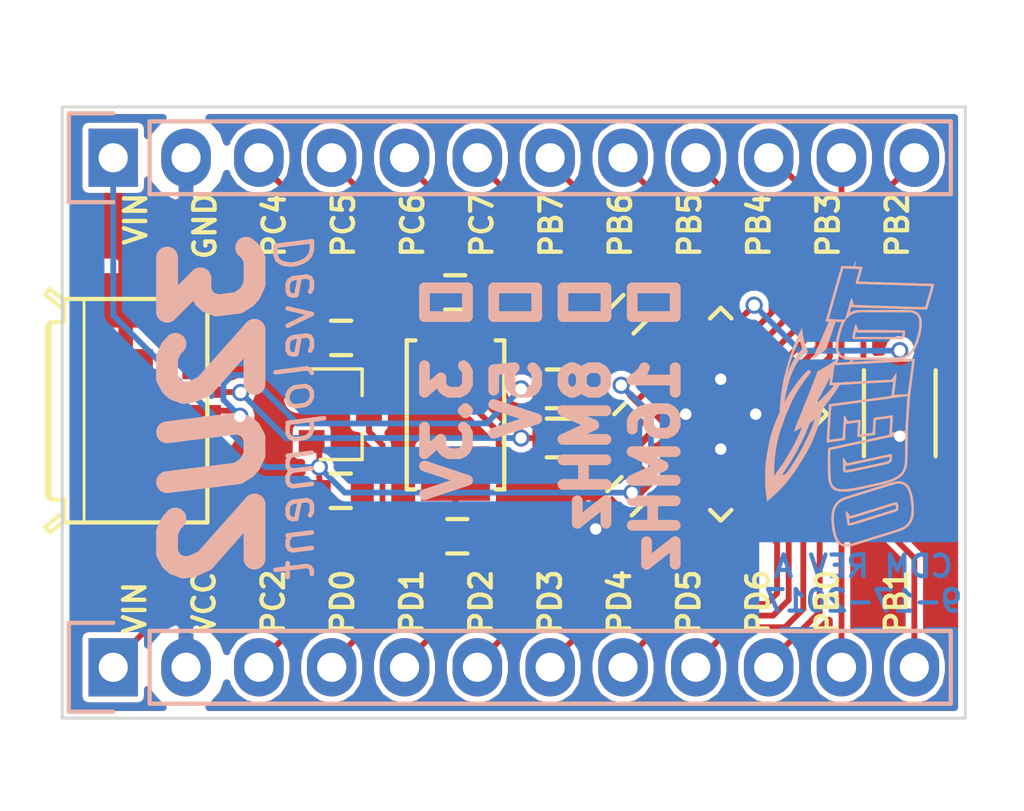
<source format=kicad_pcb>
(kicad_pcb (version 4) (host pcbnew 4.0.5+dfsg1-4)

  (general
    (links 63)
    (no_connects 0)
    (area 101.6686 71.428647 139.6554 99.799162)
    (thickness 1.6)
    (drawings 17)
    (tracks 233)
    (zones 0)
    (modules 16)
    (nets 32)
  )

  (page A4)
  (title_block
    (title "ATMEGA32U2 DEVELOPMENT")
    (date 2017-09-17)
    (rev A)
    (company "UNIVERSITY OF TOLEDO ROCKETRY CLUB")
  )

  (layers
    (0 F.Cu signal)
    (31 B.Cu signal)
    (32 B.Adhes user)
    (33 F.Adhes user)
    (34 B.Paste user)
    (35 F.Paste user)
    (36 B.SilkS user)
    (37 F.SilkS user)
    (38 B.Mask user)
    (39 F.Mask user)
    (40 Dwgs.User user)
    (41 Cmts.User user)
    (42 Eco1.User user)
    (43 Eco2.User user)
    (44 Edge.Cuts user)
    (45 Margin user)
    (46 B.CrtYd user)
    (47 F.CrtYd user)
    (48 B.Fab user)
    (49 F.Fab user)
  )

  (setup
    (last_trace_width 0.1524)
    (trace_clearance 0.1524)
    (zone_clearance 0.2032)
    (zone_45_only no)
    (trace_min 0.1524)
    (segment_width 0.2)
    (edge_width 0.1)
    (via_size 0.6)
    (via_drill 0.4)
    (via_min_size 0.4)
    (via_min_drill 0.3)
    (uvia_size 0.3)
    (uvia_drill 0.1)
    (uvias_allowed no)
    (uvia_min_size 0)
    (uvia_min_drill 0)
    (pcb_text_width 0.3)
    (pcb_text_size 1.5 1.5)
    (mod_edge_width 0.15)
    (mod_text_size 1 1)
    (mod_text_width 0.15)
    (pad_size 0.6 0.6)
    (pad_drill 0.4)
    (pad_to_mask_clearance 0)
    (aux_axis_origin 0 0)
    (visible_elements FFFEFFFF)
    (pcbplotparams
      (layerselection 0x010f0_80000001)
      (usegerberextensions true)
      (excludeedgelayer true)
      (linewidth 0.100000)
      (plotframeref false)
      (viasonmask false)
      (mode 1)
      (useauxorigin false)
      (hpglpennumber 1)
      (hpglpenspeed 20)
      (hpglpendiameter 15)
      (hpglpenoverlay 2)
      (psnegative false)
      (psa4output false)
      (plotreference true)
      (plotvalue true)
      (plotinvisibletext false)
      (padsonsilk false)
      (subtractmaskfromsilk false)
      (outputformat 1)
      (mirror false)
      (drillshape 0)
      (scaleselection 1)
      (outputdirectory "ATMEGA32U2 DEV REV A GERBER"))
  )

  (net 0 "")
  (net 1 "Net-(C1-Pad1)")
  (net 2 GND)
  (net 3 "Net-(C2-Pad1)")
  (net 4 "Net-(C3-Pad2)")
  (net 5 VCC)
  (net 6 +5V)
  (net 7 "Net-(P1-Pad2)")
  (net 8 "Net-(P1-Pad3)")
  (net 9 PB3)
  (net 10 PB1)
  (net 11 PB2)
  (net 12 RST)
  (net 13 PC2)
  (net 14 PD0)
  (net 15 PD1)
  (net 16 PD2)
  (net 17 PD3)
  (net 18 PD4)
  (net 19 PD5)
  (net 20 PD6)
  (net 21 PB0)
  (net 22 PC4)
  (net 23 PC5)
  (net 24 PC6)
  (net 25 PC7)
  (net 26 PB7)
  (net 27 PB6)
  (net 28 PB5)
  (net 29 PB4)
  (net 30 "Net-(R1-Pad1)")
  (net 31 "Net-(R2-Pad1)")

  (net_class Default "This is the default net class."
    (clearance 0.1524)
    (trace_width 0.1524)
    (via_dia 0.6)
    (via_drill 0.4)
    (uvia_dia 0.3)
    (uvia_drill 0.1)
    (add_net +5V)
    (add_net GND)
    (add_net "Net-(C1-Pad1)")
    (add_net "Net-(C2-Pad1)")
    (add_net "Net-(C3-Pad2)")
    (add_net "Net-(P1-Pad2)")
    (add_net "Net-(P1-Pad3)")
    (add_net "Net-(R1-Pad1)")
    (add_net "Net-(R2-Pad1)")
    (add_net PB0)
    (add_net PB1)
    (add_net PB2)
    (add_net PB3)
    (add_net PB4)
    (add_net PB5)
    (add_net PB6)
    (add_net PB7)
    (add_net PC2)
    (add_net PC4)
    (add_net PC5)
    (add_net PC6)
    (add_net PC7)
    (add_net PD0)
    (add_net PD1)
    (add_net PD2)
    (add_net PD3)
    (add_net PD4)
    (add_net PD5)
    (add_net PD6)
    (add_net RST)
    (add_net VCC)
  )

  (module Capacitors_SMD:C_0603 (layer F.Cu) (tedit 59A820D7) (tstamp 59A84119)
    (at 142.8115 106.807)
    (descr "Capacitor SMD 0603, reflow soldering, AVX (see smccp.pdf)")
    (tags "capacitor 0603")
    (path /59A5C689)
    (attr smd)
    (fp_text reference C6 (at 0 -1.9) (layer F.SilkS) hide
      (effects (font (size 1 1) (thickness 0.15)))
    )
    (fp_text value C (at 0 1.9) (layer F.Fab)
      (effects (font (size 1 1) (thickness 0.15)))
    )
    (fp_line (start -0.8 0.4) (end -0.8 -0.4) (layer F.Fab) (width 0.15))
    (fp_line (start 0.8 0.4) (end -0.8 0.4) (layer F.Fab) (width 0.15))
    (fp_line (start 0.8 -0.4) (end 0.8 0.4) (layer F.Fab) (width 0.15))
    (fp_line (start -0.8 -0.4) (end 0.8 -0.4) (layer F.Fab) (width 0.15))
    (fp_line (start -1.45 -0.75) (end 1.45 -0.75) (layer F.CrtYd) (width 0.05))
    (fp_line (start -1.45 0.75) (end 1.45 0.75) (layer F.CrtYd) (width 0.05))
    (fp_line (start -1.45 -0.75) (end -1.45 0.75) (layer F.CrtYd) (width 0.05))
    (fp_line (start 1.45 -0.75) (end 1.45 0.75) (layer F.CrtYd) (width 0.05))
    (fp_line (start -0.35 -0.6) (end 0.35 -0.6) (layer F.SilkS) (width 0.15))
    (fp_line (start 0.35 0.6) (end -0.35 0.6) (layer F.SilkS) (width 0.15))
    (pad 1 smd rect (at -0.75 0) (size 0.8 0.75) (layers F.Cu F.Paste F.Mask)
      (net 5 VCC))
    (pad 2 smd rect (at 0.75 0) (size 0.8 0.75) (layers F.Cu F.Paste F.Mask)
      (net 2 GND))
    (model Capacitors_SMD.3dshapes/C_0603.wrl
      (at (xyz 0 0 0))
      (scale (xyz 1 1 1))
      (rotate (xyz 0 0 0))
    )
  )

  (module Resistors_SMD:R_0603 (layer F.Cu) (tedit 59A8211D) (tstamp 59A8410A)
    (at 150.495 103.251 180)
    (descr "Resistor SMD 0603, reflow soldering, Vishay (see dcrcw.pdf)")
    (tags "resistor 0603")
    (path /59926411)
    (attr smd)
    (fp_text reference R1 (at 0 -1.9 180) (layer F.SilkS) hide
      (effects (font (size 1 1) (thickness 0.15)))
    )
    (fp_text value 22 (at 0 1.9 180) (layer F.Fab)
      (effects (font (size 1 1) (thickness 0.15)))
    )
    (fp_line (start -0.8 0.4) (end -0.8 -0.4) (layer F.Fab) (width 0.1))
    (fp_line (start 0.8 0.4) (end -0.8 0.4) (layer F.Fab) (width 0.1))
    (fp_line (start 0.8 -0.4) (end 0.8 0.4) (layer F.Fab) (width 0.1))
    (fp_line (start -0.8 -0.4) (end 0.8 -0.4) (layer F.Fab) (width 0.1))
    (fp_line (start -1.3 -0.8) (end 1.3 -0.8) (layer F.CrtYd) (width 0.05))
    (fp_line (start -1.3 0.8) (end 1.3 0.8) (layer F.CrtYd) (width 0.05))
    (fp_line (start -1.3 -0.8) (end -1.3 0.8) (layer F.CrtYd) (width 0.05))
    (fp_line (start 1.3 -0.8) (end 1.3 0.8) (layer F.CrtYd) (width 0.05))
    (fp_line (start 0.5 0.675) (end -0.5 0.675) (layer F.SilkS) (width 0.15))
    (fp_line (start -0.5 -0.675) (end 0.5 -0.675) (layer F.SilkS) (width 0.15))
    (pad 1 smd rect (at -0.75 0 180) (size 0.5 0.9) (layers F.Cu F.Paste F.Mask)
      (net 30 "Net-(R1-Pad1)"))
    (pad 2 smd rect (at 0.75 0 180) (size 0.5 0.9) (layers F.Cu F.Paste F.Mask)
      (net 8 "Net-(P1-Pad3)"))
    (model Resistors_SMD.3dshapes/R_0603.wrl
      (at (xyz 0 0 0))
      (scale (xyz 1 1 1))
      (rotate (xyz 0 0 0))
    )
  )

  (module Resistors_SMD:R_0603 (layer F.Cu) (tedit 59A82117) (tstamp 59A840E2)
    (at 150.495 104.9655 180)
    (descr "Resistor SMD 0603, reflow soldering, Vishay (see dcrcw.pdf)")
    (tags "resistor 0603")
    (path /5992635E)
    (attr smd)
    (fp_text reference R2 (at 0 -1.9 180) (layer F.SilkS) hide
      (effects (font (size 1 1) (thickness 0.15)))
    )
    (fp_text value 22 (at 0 1.9 180) (layer F.Fab)
      (effects (font (size 1 1) (thickness 0.15)))
    )
    (fp_line (start -0.8 0.4) (end -0.8 -0.4) (layer F.Fab) (width 0.1))
    (fp_line (start 0.8 0.4) (end -0.8 0.4) (layer F.Fab) (width 0.1))
    (fp_line (start 0.8 -0.4) (end 0.8 0.4) (layer F.Fab) (width 0.1))
    (fp_line (start -0.8 -0.4) (end 0.8 -0.4) (layer F.Fab) (width 0.1))
    (fp_line (start -1.3 -0.8) (end 1.3 -0.8) (layer F.CrtYd) (width 0.05))
    (fp_line (start -1.3 0.8) (end 1.3 0.8) (layer F.CrtYd) (width 0.05))
    (fp_line (start -1.3 -0.8) (end -1.3 0.8) (layer F.CrtYd) (width 0.05))
    (fp_line (start 1.3 -0.8) (end 1.3 0.8) (layer F.CrtYd) (width 0.05))
    (fp_line (start 0.5 0.675) (end -0.5 0.675) (layer F.SilkS) (width 0.15))
    (fp_line (start -0.5 -0.675) (end 0.5 -0.675) (layer F.SilkS) (width 0.15))
    (pad 1 smd rect (at -0.75 0 180) (size 0.5 0.9) (layers F.Cu F.Paste F.Mask)
      (net 31 "Net-(R2-Pad1)"))
    (pad 2 smd rect (at 0.75 0 180) (size 0.5 0.9) (layers F.Cu F.Paste F.Mask)
      (net 7 "Net-(P1-Pad2)"))
    (model Resistors_SMD.3dshapes/R_0603.wrl
      (at (xyz 0 0 0))
      (scale (xyz 1 1 1))
      (rotate (xyz 0 0 0))
    )
  )

  (module Capacitors_SMD:C_0603 (layer F.Cu) (tedit 59A82124) (tstamp 59A840BA)
    (at 142.8235 101.473 180)
    (descr "Capacitor SMD 0603, reflow soldering, AVX (see smccp.pdf)")
    (tags "capacitor 0603")
    (path /59A5C5E6)
    (attr smd)
    (fp_text reference C5 (at 0 -1.9 180) (layer F.SilkS) hide
      (effects (font (size 1 1) (thickness 0.15)))
    )
    (fp_text value C (at 0 1.9 180) (layer F.Fab)
      (effects (font (size 1 1) (thickness 0.15)))
    )
    (fp_line (start -0.8 0.4) (end -0.8 -0.4) (layer F.Fab) (width 0.15))
    (fp_line (start 0.8 0.4) (end -0.8 0.4) (layer F.Fab) (width 0.15))
    (fp_line (start 0.8 -0.4) (end 0.8 0.4) (layer F.Fab) (width 0.15))
    (fp_line (start -0.8 -0.4) (end 0.8 -0.4) (layer F.Fab) (width 0.15))
    (fp_line (start -1.45 -0.75) (end 1.45 -0.75) (layer F.CrtYd) (width 0.05))
    (fp_line (start -1.45 0.75) (end 1.45 0.75) (layer F.CrtYd) (width 0.05))
    (fp_line (start -1.45 -0.75) (end -1.45 0.75) (layer F.CrtYd) (width 0.05))
    (fp_line (start 1.45 -0.75) (end 1.45 0.75) (layer F.CrtYd) (width 0.05))
    (fp_line (start -0.35 -0.6) (end 0.35 -0.6) (layer F.SilkS) (width 0.15))
    (fp_line (start 0.35 0.6) (end -0.35 0.6) (layer F.SilkS) (width 0.15))
    (pad 1 smd rect (at -0.75 0 180) (size 0.8 0.75) (layers F.Cu F.Paste F.Mask)
      (net 6 +5V))
    (pad 2 smd rect (at 0.75 0 180) (size 0.8 0.75) (layers F.Cu F.Paste F.Mask)
      (net 2 GND))
    (model Capacitors_SMD.3dshapes/C_0603.wrl
      (at (xyz 0 0 0))
      (scale (xyz 1 1 1))
      (rotate (xyz 0 0 0))
    )
  )

  (module Capacitors_SMD:C_0603 (layer F.Cu) (tedit 59A82104) (tstamp 59A840AB)
    (at 146.8 99.8855 180)
    (descr "Capacitor SMD 0603, reflow soldering, AVX (see smccp.pdf)")
    (tags "capacitor 0603")
    (path /599267C1)
    (attr smd)
    (fp_text reference C1 (at 0 -1.9 180) (layer F.SilkS) hide
      (effects (font (size 1 1) (thickness 0.15)))
    )
    (fp_text value C (at 0 1.9 180) (layer F.Fab)
      (effects (font (size 1 1) (thickness 0.15)))
    )
    (fp_line (start -0.8 0.4) (end -0.8 -0.4) (layer F.Fab) (width 0.15))
    (fp_line (start 0.8 0.4) (end -0.8 0.4) (layer F.Fab) (width 0.15))
    (fp_line (start 0.8 -0.4) (end 0.8 0.4) (layer F.Fab) (width 0.15))
    (fp_line (start -0.8 -0.4) (end 0.8 -0.4) (layer F.Fab) (width 0.15))
    (fp_line (start -1.45 -0.75) (end 1.45 -0.75) (layer F.CrtYd) (width 0.05))
    (fp_line (start -1.45 0.75) (end 1.45 0.75) (layer F.CrtYd) (width 0.05))
    (fp_line (start -1.45 -0.75) (end -1.45 0.75) (layer F.CrtYd) (width 0.05))
    (fp_line (start 1.45 -0.75) (end 1.45 0.75) (layer F.CrtYd) (width 0.05))
    (fp_line (start -0.35 -0.6) (end 0.35 -0.6) (layer F.SilkS) (width 0.15))
    (fp_line (start 0.35 0.6) (end -0.35 0.6) (layer F.SilkS) (width 0.15))
    (pad 1 smd rect (at -0.75 0 180) (size 0.8 0.75) (layers F.Cu F.Paste F.Mask)
      (net 1 "Net-(C1-Pad1)"))
    (pad 2 smd rect (at 0.75 0 180) (size 0.8 0.75) (layers F.Cu F.Paste F.Mask)
      (net 2 GND))
    (model Capacitors_SMD.3dshapes/C_0603.wrl
      (at (xyz 0 0 0))
      (scale (xyz 1 1 1))
      (rotate (xyz 0 0 0))
    )
  )

  (module Capacitors_SMD:C_0603 (layer F.Cu) (tedit 59A82110) (tstamp 59A8409C)
    (at 146.8755 108.3945 180)
    (descr "Capacitor SMD 0603, reflow soldering, AVX (see smccp.pdf)")
    (tags "capacitor 0603")
    (path /5992679C)
    (attr smd)
    (fp_text reference C2 (at 0 -1.9 180) (layer F.SilkS) hide
      (effects (font (size 1 1) (thickness 0.15)))
    )
    (fp_text value C (at 0 1.9 180) (layer F.Fab)
      (effects (font (size 1 1) (thickness 0.15)))
    )
    (fp_line (start -0.8 0.4) (end -0.8 -0.4) (layer F.Fab) (width 0.15))
    (fp_line (start 0.8 0.4) (end -0.8 0.4) (layer F.Fab) (width 0.15))
    (fp_line (start 0.8 -0.4) (end 0.8 0.4) (layer F.Fab) (width 0.15))
    (fp_line (start -0.8 -0.4) (end 0.8 -0.4) (layer F.Fab) (width 0.15))
    (fp_line (start -1.45 -0.75) (end 1.45 -0.75) (layer F.CrtYd) (width 0.05))
    (fp_line (start -1.45 0.75) (end 1.45 0.75) (layer F.CrtYd) (width 0.05))
    (fp_line (start -1.45 -0.75) (end -1.45 0.75) (layer F.CrtYd) (width 0.05))
    (fp_line (start 1.45 -0.75) (end 1.45 0.75) (layer F.CrtYd) (width 0.05))
    (fp_line (start -0.35 -0.6) (end 0.35 -0.6) (layer F.SilkS) (width 0.15))
    (fp_line (start 0.35 0.6) (end -0.35 0.6) (layer F.SilkS) (width 0.15))
    (pad 1 smd rect (at -0.75 0 180) (size 0.8 0.75) (layers F.Cu F.Paste F.Mask)
      (net 3 "Net-(C2-Pad1)"))
    (pad 2 smd rect (at 0.75 0 180) (size 0.8 0.75) (layers F.Cu F.Paste F.Mask)
      (net 2 GND))
    (model Capacitors_SMD.3dshapes/C_0603.wrl
      (at (xyz 0 0 0))
      (scale (xyz 1 1 1))
      (rotate (xyz 0 0 0))
    )
  )

  (module MOD:10118192-0001LF (layer F.Cu) (tedit 59A82BD6) (tstamp 59A84073)
    (at 133.858 104.013 270)
    (descr "USB MICRO B<p>FCI")
    (path /5990A97F)
    (solder_mask_margin 0.1)
    (attr smd)
    (fp_text reference P1 (at -5.648 -2.432 360) (layer F.SilkS) hide
      (effects (font (size 0.8 0.8) (thickness 0.05)))
    )
    (fp_text value USB_A (at 5.4936 -2.332 360) (layer F.SilkS) hide
      (effects (font (size 0.64 0.64) (thickness 0.05)))
    )
    (fp_line (start -3.9 -4.3) (end 3.9 -4.3) (layer F.SilkS) (width 0.15))
    (fp_line (start 3.9 -4.3) (end 3.9 0.7) (layer F.SilkS) (width 0.15))
    (fp_line (start 3.9 0.7) (end 3.1 0.7) (layer F.SilkS) (width 0.15))
    (fp_line (start 3.1 0.7) (end 3.1 1.1) (layer F.SilkS) (width 0.15))
    (fp_arc (start 2.9 1.1) (end 2.9 1.3) (angle -90) (layer F.SilkS) (width 0.15))
    (fp_line (start 2.9 1.3) (end -2.9 1.3) (layer F.SilkS) (width 0.15))
    (fp_arc (start -2.9 1.1) (end -3.1 1.1) (angle -90) (layer F.SilkS) (width 0.15))
    (fp_line (start -3.1 1.1) (end -3.1 0.7) (layer F.SilkS) (width 0.15))
    (fp_line (start -3.1 0.7) (end -3.6 0.7) (layer F.SilkS) (width 0.15))
    (fp_line (start -3.6 0.7) (end -3.9 0.7) (layer F.SilkS) (width 0.15))
    (fp_line (start -3.9 0.7) (end -3.9 -4.3) (layer F.SilkS) (width 0.15))
    (fp_line (start 2.9 1.2) (end -2.9 1.2) (layer F.SilkS) (width 0.15))
    (fp_arc (start -2.925 1) (end -3.1 1.1) (angle -67.3) (layer F.SilkS) (width 0.15))
    (fp_arc (start 2.9 0.95) (end 2.9 1.2) (angle -53.1) (layer F.SilkS) (width 0.15))
    (fp_line (start 3.85 0) (end -3.85 0) (layer F.SilkS) (width 0))
    (fp_line (start -4.25 1.2) (end -4.05 1.35) (layer F.SilkS) (width 0.15))
    (fp_line (start -4.05 1.35) (end -3.6574 0.8702) (layer F.SilkS) (width 0.15))
    (fp_arc (start -3.854 0.709376) (end -3.6 0.7093) (angle 39.3) (layer F.SilkS) (width 0.15))
    (fp_line (start -3.6 0.7093) (end -3.6 0.7) (layer F.SilkS) (width 0.15))
    (fp_line (start -4.25 1.2) (end -3.9307 0.7895) (layer F.SilkS) (width 0.15))
    (fp_arc (start -4.0457 0.700038) (end -3.9 0.7) (angle 37.8) (layer F.SilkS) (width 0.15))
    (fp_line (start 4.25 1.2) (end 4.05 1.35) (layer F.SilkS) (width 0.15))
    (fp_line (start 4.05 1.35) (end 3.6574 0.8702) (layer F.SilkS) (width 0.15))
    (fp_arc (start 3.854 0.709376) (end 3.6 0.7093) (angle -39.3) (layer F.SilkS) (width 0.15))
    (fp_line (start 3.6 0.7093) (end 3.6 0.7) (layer F.SilkS) (width 0.15))
    (fp_line (start 4.25 1.2) (end 3.9307 0.7895) (layer F.SilkS) (width 0.15))
    (fp_arc (start 4.0456 0.700072) (end 3.9 0.7) (angle -37.9) (layer F.SilkS) (width 0.15))
    (pad 1 smd rect (at -1.3 -4.1) (size 1.35 0.4) (layers F.Cu F.Paste F.Mask)
      (net 6 +5V) (solder_mask_margin 0.2))
    (pad 2 smd rect (at -0.65 -4.1) (size 1.35 0.4) (layers F.Cu F.Paste F.Mask)
      (net 7 "Net-(P1-Pad2)") (solder_mask_margin 0.2))
    (pad 3 smd rect (at 0 -4.1) (size 1.35 0.4) (layers F.Cu F.Paste F.Mask)
      (net 8 "Net-(P1-Pad3)") (solder_mask_margin 0.2))
    (pad 4 smd rect (at 0.65 -4.1) (size 1.35 0.4) (layers F.Cu F.Paste F.Mask)
      (net 2 GND) (solder_mask_margin 0.2))
    (pad 5 smd rect (at 1.3 -4.1) (size 1.35 0.4) (layers F.Cu F.Paste F.Mask)
      (net 2 GND) (solder_mask_margin 0.2))
    (pad 5 smd rect (at -1.2 -1.45 270) (size 1.9 1.9) (layers F.Cu F.Paste F.Mask)
      (net 2 GND) (solder_mask_margin 0.2))
    (pad 5 smd rect (at 1.2 -1.45 270) (size 1.9 1.9) (layers F.Cu F.Paste F.Mask)
      (net 2 GND) (solder_mask_margin 0.2))
    (pad 5 smd rect (at -3.85 -1.45 270) (size 1.9 1.9) (layers F.Cu F.Paste F.Mask)
      (net 2 GND) (solder_mask_margin 0.2))
    (pad 5 smd rect (at -3.1 -4 270) (size 2.1 1.6) (layers F.Cu F.Paste F.Mask)
      (net 2 GND) (solder_mask_margin 0.2))
    (pad 5 smd rect (at 3.1 -4 270) (size 2.1 1.6) (layers F.Cu F.Paste F.Mask)
      (net 2 GND) (solder_mask_margin 0.2))
    (pad 5 smd rect (at 3.85 -1.45 270) (size 1.9 1.9) (layers F.Cu F.Paste F.Mask)
      (net 2 GND) (solder_mask_margin 0.2))
  )

  (module Crystals:ABM3 (layer F.Cu) (tedit 59A8210A) (tstamp 59A84064)
    (at 146.812 104.158 270)
    (descr "Abracon Miniature Ceramic Smd Crystal http://www.abracon.com/Resonators/abm3.pdf")
    (tags "smd crystal")
    (path /59A5A996)
    (attr smd)
    (fp_text reference Y1 (at 0 -3 270) (layer F.SilkS) hide
      (effects (font (size 1 1) (thickness 0.15)))
    )
    (fp_text value 8MHz (at 0 3 270) (layer F.Fab)
      (effects (font (size 1 1) (thickness 0.15)))
    )
    (fp_line (start -3.5 2.1) (end -3.5 -2.1) (layer F.CrtYd) (width 0.05))
    (fp_line (start 3.5 2.1) (end -3.5 2.1) (layer F.CrtYd) (width 0.05))
    (fp_line (start 3.5 -2.1) (end 3.5 2.1) (layer F.CrtYd) (width 0.05))
    (fp_line (start -3.5 -2.1) (end 3.5 -2.1) (layer F.CrtYd) (width 0.05))
    (fp_line (start 2.6 1.7) (end 2.6 1.4) (layer F.SilkS) (width 0.15))
    (fp_line (start -2.6 1.7) (end -2.6 1.4) (layer F.SilkS) (width 0.15))
    (fp_line (start -2.6 -1.7) (end -2.6 -1.4) (layer F.SilkS) (width 0.15))
    (fp_line (start 2.6 -1.7) (end 2.6 -1.4) (layer F.SilkS) (width 0.15))
    (fp_line (start -2.6 -1.7) (end 2.6 -1.7) (layer F.SilkS) (width 0.15))
    (fp_line (start -2.6 1.7) (end 2.6 1.7) (layer F.SilkS) (width 0.15))
    (pad 2 smd rect (at 2.05 0 270) (size 1.9 2.4) (layers F.Cu F.Paste F.Mask)
      (net 3 "Net-(C2-Pad1)"))
    (pad 1 smd rect (at -2.05 0 270) (size 1.9 2.4) (layers F.Cu F.Paste F.Mask)
      (net 1 "Net-(C1-Pad1)"))
  )

  (module Capacitors_SMD:C_0603 (layer F.Cu) (tedit 59A820EB) (tstamp 59A84055)
    (at 152.781 106.9975 45)
    (descr "Capacitor SMD 0603, reflow soldering, AVX (see smccp.pdf)")
    (tags "capacitor 0603")
    (path /59926115)
    (attr smd)
    (fp_text reference C4 (at 0 -1.9 45) (layer F.SilkS) hide
      (effects (font (size 1 1) (thickness 0.15)))
    )
    (fp_text value C (at 0 1.9 45) (layer F.Fab)
      (effects (font (size 1 1) (thickness 0.15)))
    )
    (fp_line (start -0.8 0.4) (end -0.8 -0.4) (layer F.Fab) (width 0.15))
    (fp_line (start 0.8 0.4) (end -0.8 0.4) (layer F.Fab) (width 0.15))
    (fp_line (start 0.8 -0.4) (end 0.8 0.4) (layer F.Fab) (width 0.15))
    (fp_line (start -0.8 -0.4) (end 0.8 -0.4) (layer F.Fab) (width 0.15))
    (fp_line (start -1.45 -0.75) (end 1.45 -0.75) (layer F.CrtYd) (width 0.05))
    (fp_line (start -1.45 0.75) (end 1.45 0.75) (layer F.CrtYd) (width 0.05))
    (fp_line (start -1.45 -0.75) (end -1.45 0.75) (layer F.CrtYd) (width 0.05))
    (fp_line (start 1.45 -0.75) (end 1.45 0.75) (layer F.CrtYd) (width 0.05))
    (fp_line (start -0.35 -0.6) (end 0.35 -0.6) (layer F.SilkS) (width 0.15))
    (fp_line (start 0.35 0.6) (end -0.35 0.6) (layer F.SilkS) (width 0.15))
    (pad 1 smd rect (at -0.75 0 45) (size 0.8 0.75) (layers F.Cu F.Paste F.Mask)
      (net 2 GND))
    (pad 2 smd rect (at 0.75 0 45) (size 0.8 0.75) (layers F.Cu F.Paste F.Mask)
      (net 5 VCC))
    (model Capacitors_SMD.3dshapes/C_0603.wrl
      (at (xyz 0 0 0))
      (scale (xyz 1 1 1))
      (rotate (xyz 0 0 0))
    )
  )

  (module Housings_DFN_QFN:QFN-32-1EP_5x5mm_Pitch0.5mm (layer F.Cu) (tedit 59A82CEF) (tstamp 59A8401E)
    (at 156.06132 104.134233 45)
    (descr "UH Package; 32-Lead Plastic QFN (5mm x 5mm); (see Linear Technology QFN_32_05-08-1693.pdf)")
    (tags "QFN 0.5")
    (path /5990A9F3)
    (attr smd)
    (fp_text reference U1 (at 0 -3.75 45) (layer F.SilkS) hide
      (effects (font (size 1 1) (thickness 0.15)))
    )
    (fp_text value ATMEGA32U2 (at 0 3.75 45) (layer F.Fab)
      (effects (font (size 1 1) (thickness 0.15)))
    )
    (fp_line (start -1.5 -2.5) (end 2.5 -2.5) (layer F.Fab) (width 0.15))
    (fp_line (start 2.5 -2.5) (end 2.5 2.5) (layer F.Fab) (width 0.15))
    (fp_line (start 2.5 2.5) (end -2.5 2.5) (layer F.Fab) (width 0.15))
    (fp_line (start -2.5 2.5) (end -2.5 -1.5) (layer F.Fab) (width 0.15))
    (fp_line (start -2.5 -1.5) (end -1.5 -2.5) (layer F.Fab) (width 0.15))
    (fp_line (start -3 -3) (end -3 3) (layer F.CrtYd) (width 0.05))
    (fp_line (start 3 -3) (end 3 3) (layer F.CrtYd) (width 0.05))
    (fp_line (start -3 -3) (end 3 -3) (layer F.CrtYd) (width 0.05))
    (fp_line (start -3 3) (end 3 3) (layer F.CrtYd) (width 0.05))
    (fp_line (start 2.625 -2.625) (end 2.625 -2.1) (layer F.SilkS) (width 0.15))
    (fp_line (start -2.625 2.625) (end -2.625 2.1) (layer F.SilkS) (width 0.15))
    (fp_line (start 2.625 2.625) (end 2.625 2.1) (layer F.SilkS) (width 0.15))
    (fp_line (start -2.625 -2.625) (end -2.1 -2.625) (layer F.SilkS) (width 0.15))
    (fp_line (start -2.625 2.625) (end -2.1 2.625) (layer F.SilkS) (width 0.15))
    (fp_line (start 2.625 2.625) (end 2.1 2.625) (layer F.SilkS) (width 0.15))
    (fp_line (start 2.625 -2.625) (end 2.1 -2.625) (layer F.SilkS) (width 0.15))
    (pad 1 smd rect (at -2.4 -1.75 45) (size 0.7 0.25) (layers F.Cu F.Paste F.Mask)
      (net 1 "Net-(C1-Pad1)"))
    (pad 2 smd rect (at -2.4 -1.25 45) (size 0.7 0.25) (layers F.Cu F.Paste F.Mask)
      (net 3 "Net-(C2-Pad1)"))
    (pad 3 smd rect (at -2.4 -0.75 45) (size 0.7 0.25) (layers F.Cu F.Paste F.Mask)
      (net 2 GND))
    (pad 4 smd rect (at -2.4 -0.25 45) (size 0.7 0.25) (layers F.Cu F.Paste F.Mask)
      (net 5 VCC))
    (pad 5 smd rect (at -2.4 0.25 45) (size 0.7 0.25) (layers F.Cu F.Paste F.Mask)
      (net 13 PC2))
    (pad 6 smd rect (at -2.4 0.75 45) (size 0.7 0.25) (layers F.Cu F.Paste F.Mask)
      (net 14 PD0))
    (pad 7 smd rect (at -2.4 1.25 45) (size 0.7 0.25) (layers F.Cu F.Paste F.Mask)
      (net 15 PD1))
    (pad 8 smd rect (at -2.4 1.75 45) (size 0.7 0.25) (layers F.Cu F.Paste F.Mask)
      (net 16 PD2))
    (pad 9 smd rect (at -1.75 2.4 135) (size 0.7 0.25) (layers F.Cu F.Paste F.Mask)
      (net 17 PD3))
    (pad 10 smd rect (at -1.25 2.4 135) (size 0.7 0.25) (layers F.Cu F.Paste F.Mask)
      (net 18 PD4))
    (pad 11 smd rect (at -0.75 2.4 135) (size 0.7 0.25) (layers F.Cu F.Paste F.Mask)
      (net 19 PD5))
    (pad 12 smd rect (at -0.25 2.4 135) (size 0.7 0.25) (layers F.Cu F.Paste F.Mask)
      (net 20 PD6))
    (pad 13 smd rect (at 0.25 2.4 135) (size 0.7 0.25) (layers F.Cu F.Paste F.Mask)
      (net 2 GND))
    (pad 14 smd rect (at 0.75 2.4 135) (size 0.7 0.25) (layers F.Cu F.Paste F.Mask)
      (net 21 PB0))
    (pad 15 smd rect (at 1.25 2.4 135) (size 0.7 0.25) (layers F.Cu F.Paste F.Mask)
      (net 10 PB1))
    (pad 16 smd rect (at 1.75 2.4 135) (size 0.7 0.25) (layers F.Cu F.Paste F.Mask)
      (net 11 PB2))
    (pad 17 smd rect (at 2.4 1.75 45) (size 0.7 0.25) (layers F.Cu F.Paste F.Mask)
      (net 9 PB3))
    (pad 18 smd rect (at 2.4 1.25 45) (size 0.7 0.25) (layers F.Cu F.Paste F.Mask)
      (net 29 PB4))
    (pad 19 smd rect (at 2.4 0.75 45) (size 0.7 0.25) (layers F.Cu F.Paste F.Mask)
      (net 28 PB5))
    (pad 20 smd rect (at 2.4 0.25 45) (size 0.7 0.25) (layers F.Cu F.Paste F.Mask)
      (net 27 PB6))
    (pad 21 smd rect (at 2.4 -0.25 45) (size 0.7 0.25) (layers F.Cu F.Paste F.Mask)
      (net 26 PB7))
    (pad 22 smd rect (at 2.4 -0.75 45) (size 0.7 0.25) (layers F.Cu F.Paste F.Mask)
      (net 25 PC7))
    (pad 23 smd rect (at 2.4 -1.25 45) (size 0.7 0.25) (layers F.Cu F.Paste F.Mask)
      (net 24 PC6))
    (pad 24 smd rect (at 2.4 -1.75 45) (size 0.7 0.25) (layers F.Cu F.Paste F.Mask)
      (net 12 RST))
    (pad 25 smd rect (at 1.75 -2.4 135) (size 0.7 0.25) (layers F.Cu F.Paste F.Mask)
      (net 23 PC5))
    (pad 26 smd rect (at 1.25 -2.4 135) (size 0.7 0.25) (layers F.Cu F.Paste F.Mask)
      (net 22 PC4))
    (pad 27 smd rect (at 0.75 -2.4 135) (size 0.7 0.25) (layers F.Cu F.Paste F.Mask)
      (net 4 "Net-(C3-Pad2)"))
    (pad 28 smd rect (at 0.25 -2.4 135) (size 0.7 0.25) (layers F.Cu F.Paste F.Mask)
      (net 2 GND))
    (pad 29 smd rect (at -0.25 -2.4 135) (size 0.7 0.25) (layers F.Cu F.Paste F.Mask)
      (net 30 "Net-(R1-Pad1)"))
    (pad 30 smd rect (at -0.75 -2.4 135) (size 0.7 0.25) (layers F.Cu F.Paste F.Mask)
      (net 31 "Net-(R2-Pad1)"))
    (pad 31 smd rect (at -1.25 -2.4 135) (size 0.7 0.25) (layers F.Cu F.Paste F.Mask)
      (net 5 VCC))
    (pad 32 smd rect (at -1.75 -2.4 135) (size 0.7 0.25) (layers F.Cu F.Paste F.Mask)
      (net 5 VCC))
    (pad 3 smd rect (at 0.8625 0.8625 45) (size 1.725 1.725) (layers F.Cu F.Paste F.Mask)
      (net 2 GND) (solder_paste_margin_ratio -0.2))
    (pad 3 smd rect (at 0.8625 -0.8625 45) (size 1.725 1.725) (layers F.Cu F.Paste F.Mask)
      (net 2 GND) (solder_paste_margin_ratio -0.2))
    (pad 3 smd rect (at -0.8625 0.8625 45) (size 1.725 1.725) (layers F.Cu F.Paste F.Mask)
      (net 2 GND) (solder_paste_margin_ratio -0.2))
    (pad 3 smd rect (at -0.8625 -0.8625 45) (size 1.725 1.725) (layers F.Cu F.Paste F.Mask)
      (net 2 GND) (solder_paste_margin_ratio -0.2))
    (model Housings_DFN_QFN.3dshapes/QFN-32-1EP_5x5mm_Pitch0.5mm.wrl
      (at (xyz 0 0 0))
      (scale (xyz 1 1 1))
      (rotate (xyz 0 0 0))
    )
  )

  (module Capacitors_SMD:C_0603 (layer F.Cu) (tedit 59A820F1) (tstamp 59A8400F)
    (at 152.8445 100.6475 45)
    (descr "Capacitor SMD 0603, reflow soldering, AVX (see smccp.pdf)")
    (tags "capacitor 0603")
    (path /59926623)
    (attr smd)
    (fp_text reference C3 (at 0 -1.9 45) (layer F.SilkS) hide
      (effects (font (size 1 1) (thickness 0.15)))
    )
    (fp_text value C (at 0 1.9 45) (layer F.Fab)
      (effects (font (size 1 1) (thickness 0.15)))
    )
    (fp_line (start -0.8 0.4) (end -0.8 -0.4) (layer F.Fab) (width 0.15))
    (fp_line (start 0.8 0.4) (end -0.8 0.4) (layer F.Fab) (width 0.15))
    (fp_line (start 0.8 -0.4) (end 0.8 0.4) (layer F.Fab) (width 0.15))
    (fp_line (start -0.8 -0.4) (end 0.8 -0.4) (layer F.Fab) (width 0.15))
    (fp_line (start -1.45 -0.75) (end 1.45 -0.75) (layer F.CrtYd) (width 0.05))
    (fp_line (start -1.45 0.75) (end 1.45 0.75) (layer F.CrtYd) (width 0.05))
    (fp_line (start -1.45 -0.75) (end -1.45 0.75) (layer F.CrtYd) (width 0.05))
    (fp_line (start 1.45 -0.75) (end 1.45 0.75) (layer F.CrtYd) (width 0.05))
    (fp_line (start -0.35 -0.6) (end 0.35 -0.6) (layer F.SilkS) (width 0.15))
    (fp_line (start 0.35 0.6) (end -0.35 0.6) (layer F.SilkS) (width 0.15))
    (pad 1 smd rect (at -0.75 0 45) (size 0.8 0.75) (layers F.Cu F.Paste F.Mask)
      (net 2 GND))
    (pad 2 smd rect (at 0.75 0 45) (size 0.8 0.75) (layers F.Cu F.Paste F.Mask)
      (net 4 "Net-(C3-Pad2)"))
    (model Capacitors_SMD.3dshapes/C_0603.wrl
      (at (xyz 0 0 0))
      (scale (xyz 1 1 1))
      (rotate (xyz 0 0 0))
    )
  )

  (module "MOD:KXT 131 LHS" (layer F.Cu) (tedit 59A820C8) (tstamp 59A83FF2)
    (at 165.306 104.6005 270)
    (path /599778C2)
    (fp_text reference SW1 (at 0 0.5 270) (layer F.SilkS) hide
      (effects (font (size 1 1) (thickness 0.15)))
    )
    (fp_text value Push_SW (at 0 -0.5 270) (layer F.Fab)
      (effects (font (size 1 1) (thickness 0.15)))
    )
    (fp_line (start -2 4.25) (end 1 4.25) (layer F.SilkS) (width 0.15))
    (fp_line (start -2 1.75) (end 1 1.75) (layer F.SilkS) (width 0.15))
    (pad 1 smd rect (at -2 3 270) (size 0.6 1.5) (layers F.Cu F.Paste F.Mask)
      (net 12 RST))
    (pad 2 smd rect (at 1 3 270) (size 0.6 1.5) (layers F.Cu F.Paste F.Mask)
      (net 2 GND))
  )

  (module Pin_Headers:Pin_Header_Straight_1x12 (layer B.Cu) (tedit 59BF2F45) (tstamp 59BF22A2)
    (at 134.874 95.1865 270)
    (descr "Through hole pin header")
    (tags "pin header")
    (path /59A88632)
    (fp_text reference P3 (at 0 5.1 270) (layer B.SilkS) hide
      (effects (font (size 1 1) (thickness 0.15)) (justify mirror))
    )
    (fp_text value "HEADER RIGHT" (at 0 3.1 270) (layer B.Fab)
      (effects (font (size 1 1) (thickness 0.15)) (justify mirror))
    )
    (fp_line (start -1.75 1.75) (end -1.75 -29.7) (layer B.CrtYd) (width 0.05))
    (fp_line (start 1.75 1.75) (end 1.75 -29.7) (layer B.CrtYd) (width 0.05))
    (fp_line (start -1.75 1.75) (end 1.75 1.75) (layer B.CrtYd) (width 0.05))
    (fp_line (start -1.75 -29.7) (end 1.75 -29.7) (layer B.CrtYd) (width 0.05))
    (fp_line (start 1.27 -1.27) (end 1.27 -29.21) (layer B.SilkS) (width 0.15))
    (fp_line (start 1.27 -29.21) (end -1.27 -29.21) (layer B.SilkS) (width 0.15))
    (fp_line (start -1.27 -29.21) (end -1.27 -1.27) (layer B.SilkS) (width 0.15))
    (fp_line (start 1.55 1.55) (end 1.55 0) (layer B.SilkS) (width 0.15))
    (fp_line (start 1.27 -1.27) (end -1.27 -1.27) (layer B.SilkS) (width 0.15))
    (fp_line (start -1.55 0) (end -1.55 1.55) (layer B.SilkS) (width 0.15))
    (fp_line (start -1.55 1.55) (end 1.55 1.55) (layer B.SilkS) (width 0.15))
    (pad 1 thru_hole rect (at 0 0 270) (size 2.032 1.7272) (drill 1.016) (layers *.Cu *.Mask)
      (net 5 VCC))
    (pad 2 thru_hole oval (at 0 -2.54 270) (size 2.032 1.7272) (drill 1.016) (layers *.Cu *.Mask)
      (net 2 GND))
    (pad 3 thru_hole oval (at 0 -5.08 270) (size 2.032 1.7272) (drill 1.016) (layers *.Cu *.Mask)
      (net 22 PC4))
    (pad 4 thru_hole oval (at 0 -7.62 270) (size 2.032 1.7272) (drill 1.016) (layers *.Cu *.Mask)
      (net 23 PC5))
    (pad 5 thru_hole oval (at 0 -10.16 270) (size 2.032 1.7272) (drill 1.016) (layers *.Cu *.Mask)
      (net 24 PC6))
    (pad 6 thru_hole oval (at 0 -12.7 270) (size 2.032 1.7272) (drill 1.016) (layers *.Cu *.Mask)
      (net 25 PC7))
    (pad 7 thru_hole oval (at 0 -15.24 270) (size 2.032 1.7272) (drill 1.016) (layers *.Cu *.Mask)
      (net 26 PB7))
    (pad 8 thru_hole oval (at 0 -17.78 270) (size 2.032 1.7272) (drill 1.016) (layers *.Cu *.Mask)
      (net 27 PB6))
    (pad 9 thru_hole oval (at 0 -20.32 270) (size 2.032 1.7272) (drill 1.016) (layers *.Cu *.Mask)
      (net 28 PB5))
    (pad 10 thru_hole oval (at 0 -22.86 270) (size 2.032 1.7272) (drill 1.016) (layers *.Cu *.Mask)
      (net 29 PB4))
    (pad 11 thru_hole oval (at 0 -25.4 270) (size 2.032 1.7272) (drill 1.016) (layers *.Cu *.Mask)
      (net 9 PB3))
    (pad 12 thru_hole oval (at 0 -27.94 270) (size 2.032 1.7272) (drill 1.016) (layers *.Cu *.Mask)
      (net 11 PB2))
    (model Pin_Headers.3dshapes/Pin_Header_Straight_1x12.wrl
      (at (xyz 0 -0.55 0))
      (scale (xyz 1 1 1))
      (rotate (xyz 0 0 90))
    )
  )

  (module Pin_Headers:Pin_Header_Straight_1x12 (layer B.Cu) (tedit 59BF2F42) (tstamp 59BF22B2)
    (at 134.874 112.9665 270)
    (descr "Through hole pin header")
    (tags "pin header")
    (path /59A88745)
    (fp_text reference P4 (at 0 5.1 270) (layer B.SilkS) hide
      (effects (font (size 1 1) (thickness 0.15)) (justify mirror))
    )
    (fp_text value "HEADER LEFT" (at 0 3.1 270) (layer B.Fab)
      (effects (font (size 1 1) (thickness 0.15)) (justify mirror))
    )
    (fp_line (start -1.75 1.75) (end -1.75 -29.7) (layer B.CrtYd) (width 0.05))
    (fp_line (start 1.75 1.75) (end 1.75 -29.7) (layer B.CrtYd) (width 0.05))
    (fp_line (start -1.75 1.75) (end 1.75 1.75) (layer B.CrtYd) (width 0.05))
    (fp_line (start -1.75 -29.7) (end 1.75 -29.7) (layer B.CrtYd) (width 0.05))
    (fp_line (start 1.27 -1.27) (end 1.27 -29.21) (layer B.SilkS) (width 0.15))
    (fp_line (start 1.27 -29.21) (end -1.27 -29.21) (layer B.SilkS) (width 0.15))
    (fp_line (start -1.27 -29.21) (end -1.27 -1.27) (layer B.SilkS) (width 0.15))
    (fp_line (start 1.55 1.55) (end 1.55 0) (layer B.SilkS) (width 0.15))
    (fp_line (start 1.27 -1.27) (end -1.27 -1.27) (layer B.SilkS) (width 0.15))
    (fp_line (start -1.55 0) (end -1.55 1.55) (layer B.SilkS) (width 0.15))
    (fp_line (start -1.55 1.55) (end 1.55 1.55) (layer B.SilkS) (width 0.15))
    (pad 1 thru_hole rect (at 0 0 270) (size 2.032 1.7272) (drill 1.016) (layers *.Cu *.Mask)
      (net 6 +5V))
    (pad 2 thru_hole oval (at 0 -2.54 270) (size 2.032 1.7272) (drill 1.016) (layers *.Cu *.Mask)
      (net 2 GND))
    (pad 3 thru_hole oval (at 0 -5.08 270) (size 2.032 1.7272) (drill 1.016) (layers *.Cu *.Mask)
      (net 13 PC2))
    (pad 4 thru_hole oval (at 0 -7.62 270) (size 2.032 1.7272) (drill 1.016) (layers *.Cu *.Mask)
      (net 14 PD0))
    (pad 5 thru_hole oval (at 0 -10.16 270) (size 2.032 1.7272) (drill 1.016) (layers *.Cu *.Mask)
      (net 15 PD1))
    (pad 6 thru_hole oval (at 0 -12.7 270) (size 2.032 1.7272) (drill 1.016) (layers *.Cu *.Mask)
      (net 16 PD2))
    (pad 7 thru_hole oval (at 0 -15.24 270) (size 2.032 1.7272) (drill 1.016) (layers *.Cu *.Mask)
      (net 17 PD3))
    (pad 8 thru_hole oval (at 0 -17.78 270) (size 2.032 1.7272) (drill 1.016) (layers *.Cu *.Mask)
      (net 18 PD4))
    (pad 9 thru_hole oval (at 0 -20.32 270) (size 2.032 1.7272) (drill 1.016) (layers *.Cu *.Mask)
      (net 19 PD5))
    (pad 10 thru_hole oval (at 0 -22.86 270) (size 2.032 1.7272) (drill 1.016) (layers *.Cu *.Mask)
      (net 20 PD6))
    (pad 11 thru_hole oval (at 0 -25.4 270) (size 2.032 1.7272) (drill 1.016) (layers *.Cu *.Mask)
      (net 21 PB0))
    (pad 12 thru_hole oval (at 0 -27.94 270) (size 2.032 1.7272) (drill 1.016) (layers *.Cu *.Mask)
      (net 10 PB1))
    (model Pin_Headers.3dshapes/Pin_Header_Straight_1x12.wrl
      (at (xyz 0 -0.55 0))
      (scale (xyz 1 1 1))
      (rotate (xyz 0 0 90))
    )
  )

  (module TO_SOT_Packages_SMD:SOT-23 (layer F.Cu) (tedit 59BF2AC1) (tstamp 59BF2ACC)
    (at 142.7955 104.1375)
    (descr "SOT-23, Standard")
    (tags SOT-23)
    (path /59BF31D0)
    (attr smd)
    (fp_text reference U2 (at 0 -2.5) (layer F.SilkS) hide
      (effects (font (size 1 1) (thickness 0.15)))
    )
    (fp_text value AP1117 (at 0 2.5) (layer F.Fab)
      (effects (font (size 1 1) (thickness 0.15)))
    )
    (fp_line (start 0.76 1.58) (end 0.76 0.65) (layer F.SilkS) (width 0.12))
    (fp_line (start 0.76 -1.58) (end 0.76 -0.65) (layer F.SilkS) (width 0.12))
    (fp_line (start 0.7 -1.52) (end 0.7 1.52) (layer F.Fab) (width 0.15))
    (fp_line (start -0.7 1.52) (end 0.7 1.52) (layer F.Fab) (width 0.15))
    (fp_line (start -1.7 -1.75) (end 1.7 -1.75) (layer F.CrtYd) (width 0.05))
    (fp_line (start 1.7 -1.75) (end 1.7 1.75) (layer F.CrtYd) (width 0.05))
    (fp_line (start 1.7 1.75) (end -1.7 1.75) (layer F.CrtYd) (width 0.05))
    (fp_line (start -1.7 1.75) (end -1.7 -1.75) (layer F.CrtYd) (width 0.05))
    (fp_line (start 0.76 -1.58) (end -1.4 -1.58) (layer F.SilkS) (width 0.12))
    (fp_line (start -0.7 -1.52) (end 0.7 -1.52) (layer F.Fab) (width 0.15))
    (fp_line (start -0.7 -1.52) (end -0.7 1.52) (layer F.Fab) (width 0.15))
    (fp_line (start 0.76 1.58) (end -0.7 1.58) (layer F.SilkS) (width 0.12))
    (pad 1 smd rect (at -1 -0.95) (size 0.9 0.8) (layers F.Cu F.Paste F.Mask)
      (net 2 GND))
    (pad 2 smd rect (at -1 0.95) (size 0.9 0.8) (layers F.Cu F.Paste F.Mask)
      (net 5 VCC))
    (pad 3 smd rect (at 1 0) (size 0.9 0.8) (layers F.Cu F.Paste F.Mask)
      (net 6 +5V))
    (model TO_SOT_Packages_SMD.3dshapes/SOT-23.wrl
      (at (xyz 0 0 0))
      (scale (xyz 1 1 1))
      (rotate (xyz 0 0 90))
    )
  )

  (module "MOD:UT LOGO2" (layer B.Cu) (tedit 0) (tstamp 59BF3385)
    (at 159.004 103.759 270)
    (fp_text reference G*** (at 0 0 270) (layer B.SilkS) hide
      (effects (font (thickness 0.3)) (justify mirror))
    )
    (fp_text value LOGO (at 0.75 0 270) (layer B.SilkS) hide
      (effects (font (thickness 0.3)) (justify mirror))
    )
    (fp_poly (pts (xy 2.670834 1.392116) (xy 2.755933 1.391098) (xy 2.831419 1.389418) (xy 2.895318 1.38713)
      (xy 2.945652 1.384286) (xy 2.9718 1.381988) (xy 3.035547 1.374758) (xy 3.100682 1.366904)
      (xy 3.164953 1.358742) (xy 3.226109 1.350588) (xy 3.281899 1.34276) (xy 3.330074 1.335574)
      (xy 3.368381 1.329347) (xy 3.394569 1.324395) (xy 3.406389 1.321035) (xy 3.406671 1.320821)
      (xy 3.403274 1.312856) (xy 3.389641 1.294302) (xy 3.367249 1.266799) (xy 3.337575 1.231986)
      (xy 3.302097 1.191502) (xy 3.262294 1.146986) (xy 3.219641 1.100079) (xy 3.175618 1.052417)
      (xy 3.131702 1.005642) (xy 3.08937 0.961392) (xy 3.050101 0.921306) (xy 3.017266 0.888855)
      (xy 2.909253 0.787072) (xy 2.800912 0.690726) (xy 2.690016 0.598125) (xy 2.574336 0.507574)
      (xy 2.451645 0.41738) (xy 2.319715 0.325849) (xy 2.176319 0.231287) (xy 2.033392 0.140804)
      (xy 1.863498 0.037328) (xy 1.703 -0.055385) (xy 1.549244 -0.138467) (xy 1.399579 -0.213056)
      (xy 1.251353 -0.280284) (xy 1.101912 -0.341288) (xy 0.948606 -0.397203) (xy 0.788782 -0.449162)
      (xy 0.619786 -0.498302) (xy 0.438968 -0.545756) (xy 0.414908 -0.551748) (xy 0.357513 -0.566108)
      (xy 0.30512 -0.57949) (xy 0.260119 -0.591261) (xy 0.224899 -0.600791) (xy 0.201849 -0.607447)
      (xy 0.193806 -0.610261) (xy 0.183951 -0.616914) (xy 0.16227 -0.632505) (xy 0.130462 -0.655784)
      (xy 0.090224 -0.685496) (xy 0.043254 -0.720391) (xy -0.008751 -0.759217) (xy -0.044987 -0.786371)
      (xy -0.110704 -0.835156) (xy -0.182775 -0.887733) (xy -0.257296 -0.941318) (xy -0.330364 -0.993124)
      (xy -0.398075 -1.040365) (xy -0.456527 -1.080255) (xy -0.459999 -1.082585) (xy -0.649846 -1.209817)
      (xy -0.65508 -1.305525) (xy -0.657278 -1.346104) (xy -0.660094 -1.398617) (xy -0.663261 -1.458086)
      (xy -0.666514 -1.519536) (xy -0.668978 -1.566333) (xy -0.672368 -1.629186) (xy -0.676189 -1.697194)
      (xy -0.680093 -1.76435) (xy -0.683735 -1.82465) (xy -0.685868 -1.858433) (xy -0.688886 -1.90775)
      (xy -0.692351 -1.968793) (xy -0.695982 -2.036366) (xy -0.699502 -2.105278) (xy -0.702631 -2.170335)
      (xy -0.702694 -2.171699) (xy -0.706643 -2.253812) (xy -0.711491 -2.349088) (xy -0.717034 -2.453794)
      (xy -0.723065 -2.564197) (xy -0.72938 -2.676563) (xy -0.735772 -2.787159) (xy -0.742037 -2.892252)
      (xy -0.745071 -2.941775) (xy -0.74761 -2.986159) (xy -0.749393 -3.024165) (xy -0.750308 -3.052775)
      (xy -0.750244 -3.068974) (xy -0.749827 -3.071462) (xy -0.740827 -3.071496) (xy -0.717886 -3.069632)
      (xy -0.683856 -3.066153) (xy -0.641586 -3.061345) (xy -0.608325 -3.057305) (xy -0.552154 -3.050429)
      (xy -0.492797 -3.043359) (xy -0.43623 -3.036796) (xy -0.38843 -3.03144) (xy -0.375115 -3.030005)
      (xy -0.3362 -3.025457) (xy -0.303207 -3.020825) (xy -0.279972 -3.016697) (xy -0.270748 -3.014018)
      (xy -0.26686 -3.003884) (xy -0.261124 -2.977481) (xy -0.25362 -2.935362) (xy -0.244432 -2.878081)
      (xy -0.233641 -2.80619) (xy -0.22133 -2.720243) (xy -0.207581 -2.620794) (xy -0.192476 -2.508396)
      (xy -0.176097 -2.383602) (xy -0.168948 -2.328333) (xy -0.162301 -2.277168) (xy -0.153758 -2.212111)
      (xy -0.143704 -2.13605) (xy -0.132523 -2.051874) (xy -0.120598 -1.96247) (xy -0.108315 -1.870725)
      (xy -0.096057 -1.779528) (xy -0.088999 -1.7272) (xy -0.071662 -1.598576) (xy -0.05526 -1.476355)
      (xy -0.039954 -1.361753) (xy -0.025903 -1.25599) (xy -0.013269 -1.160282) (xy -0.002211 -1.075848)
      (xy 0.007109 -1.003906) (xy 0.014532 -0.945673) (xy 0.019896 -0.902368) (xy 0.021812 -0.886211)
      (xy 0.026377 -0.859176) (xy 0.032335 -0.839897) (xy 0.037042 -0.833514) (xy 0.047789 -0.83211)
      (xy 0.073067 -0.829901) (xy 0.110506 -0.827061) (xy 0.157731 -0.823762) (xy 0.212371 -0.820178)
      (xy 0.262466 -0.817061) (xy 0.331841 -0.812858) (xy 0.41046 -0.808112) (xy 0.496156 -0.802952)
      (xy 0.586764 -0.797509) (xy 0.680118 -0.791911) (xy 0.774051 -0.786288) (xy 0.866398 -0.78077)
      (xy 0.954992 -0.775485) (xy 1.037667 -0.770564) (xy 1.112256 -0.766135) (xy 1.176595 -0.762329)
      (xy 1.228516 -0.759274) (xy 1.265854 -0.7571) (xy 1.267883 -0.756983) (xy 1.314654 -0.755037)
      (xy 1.346063 -0.755432) (xy 1.361528 -0.758148) (xy 1.363133 -0.760067) (xy 1.362003 -0.771298)
      (xy 1.358824 -0.796662) (xy 1.353913 -0.8339) (xy 1.347587 -0.880757) (xy 1.340162 -0.934975)
      (xy 1.331956 -0.994297) (xy 1.323285 -1.056466) (xy 1.314466 -1.119225) (xy 1.305816 -1.180317)
      (xy 1.297651 -1.237485) (xy 1.290289 -1.288473) (xy 1.284046 -1.331022) (xy 1.279239 -1.362876)
      (xy 1.276185 -1.381779) (xy 1.275262 -1.386093) (xy 1.266461 -1.387214) (xy 1.242708 -1.389145)
      (xy 1.205959 -1.391756) (xy 1.158169 -1.394916) (xy 1.101293 -1.398496) (xy 1.037287 -1.402365)
      (xy 0.982003 -1.405596) (xy 0.913597 -1.409651) (xy 0.850676 -1.413602) (xy 0.795211 -1.417309)
      (xy 0.74917 -1.42063) (xy 0.714523 -1.423426) (xy 0.693241 -1.425555) (xy 0.687161 -1.426682)
      (xy 0.689495 -1.434285) (xy 0.697995 -1.442151) (xy 0.703281 -1.44686) (xy 0.706679 -1.453554)
      (xy 0.708091 -1.464674) (xy 0.707422 -1.482664) (xy 0.704575 -1.509968) (xy 0.699454 -1.549027)
      (xy 0.691962 -1.602287) (xy 0.691569 -1.605046) (xy 0.684132 -1.657562) (xy 0.67711 -1.707695)
      (xy 0.671032 -1.751639) (xy 0.666423 -1.785586) (xy 0.664197 -1.802613) (xy 0.658445 -1.848394)
      (xy 0.784305 -1.842033) (xy 0.843583 -1.839047) (xy 0.911326 -1.835647) (xy 0.979087 -1.832258)
      (xy 1.037166 -1.829364) (xy 1.081912 -1.827476) (xy 1.120549 -1.826478) (xy 1.149977 -1.826401)
      (xy 1.167092 -1.827276) (xy 1.170026 -1.828044) (xy 1.170902 -1.837774) (xy 1.169643 -1.861932)
      (xy 1.166541 -1.898189) (xy 1.161892 -1.944216) (xy 1.155989 -1.997683) (xy 1.149125 -2.056261)
      (xy 1.141596 -2.117621) (xy 1.133694 -2.179432) (xy 1.125714 -2.239365) (xy 1.117949 -2.295092)
      (xy 1.110695 -2.344282) (xy 1.104243 -2.384606) (xy 1.098889 -2.413735) (xy 1.094927 -2.429339)
      (xy 1.093924 -2.431173) (xy 1.084076 -2.433204) (xy 1.059829 -2.435803) (xy 1.0237 -2.438771)
      (xy 0.978206 -2.441911) (xy 0.925864 -2.445025) (xy 0.901699 -2.446315) (xy 0.842115 -2.449462)
      (xy 0.783549 -2.452689) (xy 0.729765 -2.455777) (xy 0.684525 -2.458511) (xy 0.651595 -2.460672)
      (xy 0.646301 -2.461055) (xy 0.577169 -2.466187) (xy 0.572367 -2.49251) (xy 0.568165 -2.518058)
      (xy 0.562747 -2.554763) (xy 0.556437 -2.600056) (xy 0.549556 -2.651371) (xy 0.542425 -2.70614)
      (xy 0.535367 -2.761796) (xy 0.528703 -2.815771) (xy 0.522755 -2.865499) (xy 0.517845 -2.908411)
      (xy 0.514296 -2.941941) (xy 0.512428 -2.96352) (xy 0.512431 -2.970587) (xy 0.521494 -2.971054)
      (xy 0.545077 -2.970523) (xy 0.580803 -2.969134) (xy 0.626297 -2.967025) (xy 0.679182 -2.964335)
      (xy 0.737084 -2.961202) (xy 0.797626 -2.957764) (xy 0.858433 -2.95416) (xy 0.917128 -2.950528)
      (xy 0.971336 -2.947008) (xy 1.018681 -2.943737) (xy 1.056788 -2.940854) (xy 1.08328 -2.938497)
      (xy 1.095781 -2.936806) (xy 1.096413 -2.936542) (xy 1.098991 -2.927718) (xy 1.10454 -2.904611)
      (xy 1.112545 -2.869511) (xy 1.12249 -2.824704) (xy 1.133858 -2.77248) (xy 1.142902 -2.730319)
      (xy 1.156736 -2.665442) (xy 1.173075 -2.588834) (xy 1.190887 -2.505323) (xy 1.209142 -2.419739)
      (xy 1.226812 -2.33691) (xy 1.240384 -2.273299) (xy 1.257457 -2.193265) (xy 1.276596 -2.103524)
      (xy 1.296613 -2.009645) (xy 1.316321 -1.9172) (xy 1.334532 -1.831758) (xy 1.345986 -1.778)
      (xy 1.362401 -1.701029) (xy 1.380651 -1.615582) (xy 1.399575 -1.527086) (xy 1.418012 -1.440968)
      (xy 1.434801 -1.362655) (xy 1.443788 -1.3208) (xy 1.458524 -1.252203) (xy 1.474122 -1.179568)
      (xy 1.489592 -1.107497) (xy 1.503949 -1.040587) (xy 1.516205 -0.983439) (xy 1.521021 -0.960966)
      (xy 1.531581 -0.913236) (xy 1.541564 -0.870946) (xy 1.550229 -0.837031) (xy 1.556833 -0.814424)
      (xy 1.560134 -0.80645) (xy 1.570128 -0.80423) (xy 1.595252 -0.802253) (xy 1.633706 -0.800521)
      (xy 1.683686 -0.799038) (xy 1.743392 -0.797805) (xy 1.811022 -0.796827) (xy 1.884775 -0.796107)
      (xy 1.96285 -0.795646) (xy 2.043444 -0.795449) (xy 2.124756 -0.795518) (xy 2.204986 -0.795856)
      (xy 2.28233 -0.796466) (xy 2.354989 -0.797352) (xy 2.42116 -0.798516) (xy 2.479042 -0.799961)
      (xy 2.526833 -0.80169) (xy 2.562732 -0.803706) (xy 2.575086 -0.804764) (xy 2.674715 -0.817928)
      (xy 2.759548 -0.836062) (xy 2.831177 -0.859878) (xy 2.891195 -0.890084) (xy 2.941195 -0.927393)
      (xy 2.982769 -0.972513) (xy 2.997614 -0.993234) (xy 3.021934 -1.033104) (xy 3.040305 -1.072433)
      (xy 3.053583 -1.114703) (xy 3.062623 -1.163397) (xy 3.068282 -1.221999) (xy 3.071402 -1.293454)
      (xy 3.072356 -1.331132) (xy 3.072943 -1.36589) (xy 3.072974 -1.398882) (xy 3.072259 -1.431263)
      (xy 3.070609 -1.464188) (xy 3.067834 -1.498811) (xy 3.063745 -1.536287) (xy 3.058153 -1.57777)
      (xy 3.050868 -1.624414) (xy 3.041701 -1.677375) (xy 3.030462 -1.737807) (xy 3.016963 -1.806864)
      (xy 3.001012 -1.885702) (xy 2.982422 -1.975473) (xy 2.961003 -2.077334) (xy 2.936566 -2.192439)
      (xy 2.90892 -2.321942) (xy 2.882187 -2.446866) (xy 2.85515 -2.569899) (xy 2.829758 -2.678188)
      (xy 2.805396 -2.773773) (xy 2.781448 -2.85869) (xy 2.757298 -2.934979) (xy 2.732331 -3.004678)
      (xy 2.705932 -3.069826) (xy 2.677485 -3.13246) (xy 2.671251 -3.145366) (xy 2.617691 -3.243435)
      (xy 2.559772 -3.326071) (xy 2.496232 -3.394489) (xy 2.425814 -3.449903) (xy 2.347258 -3.493529)
      (xy 2.284387 -3.518514) (xy 2.258542 -3.527203) (xy 2.2345 -3.53477) (xy 2.210908 -3.541311)
      (xy 2.186415 -3.546919) (xy 2.159667 -3.551689) (xy 2.129311 -3.555713) (xy 2.093995 -3.559087)
      (xy 2.052365 -3.561904) (xy 2.003071 -3.564258) (xy 1.944757 -3.566243) (xy 1.876073 -3.567953)
      (xy 1.795665 -3.569482) (xy 1.70218 -3.570923) (xy 1.594265 -3.572372) (xy 1.490133 -3.573679)
      (xy 1.390063 -3.574974) (xy 1.29418 -3.576323) (xy 1.203953 -3.577699) (xy 1.120848 -3.579075)
      (xy 1.046331 -3.580423) (xy 0.981871 -3.581715) (xy 0.928935 -3.582924) (xy 0.888989 -3.584023)
      (xy 0.863501 -3.584985) (xy 0.855133 -3.585551) (xy 0.83991 -3.586849) (xy 0.809392 -3.589021)
      (xy 0.765187 -3.591965) (xy 0.708904 -3.59558) (xy 0.642153 -3.599766) (xy 0.566543 -3.604421)
      (xy 0.483684 -3.609444) (xy 0.395184 -3.614735) (xy 0.309033 -3.619818) (xy 0.175052 -3.627925)
      (xy 0.052295 -3.635866) (xy -0.058288 -3.64357) (xy -0.155747 -3.650964) (xy -0.239133 -3.657976)
      (xy -0.307495 -3.664534) (xy -0.359834 -3.67056) (xy -0.413708 -3.677601) (xy -0.483676 -3.686784)
      (xy -0.569825 -3.698121) (xy -0.672242 -3.711624) (xy -0.791015 -3.727303) (xy -0.926229 -3.74517)
      (xy -1.077973 -3.765237) (xy -1.246333 -3.787515) (xy -1.421217 -3.810667) (xy -1.466211 -3.81631)
      (xy -1.505055 -3.820584) (xy -1.534767 -3.823209) (xy -1.552362 -3.823904) (xy -1.555808 -3.823347)
      (xy -1.556695 -3.813955) (xy -1.556714 -3.790077) (xy -1.555928 -3.754136) (xy -1.554542 -3.712809)
      (xy -1.478848 -3.712809) (xy -1.47744 -3.727565) (xy -1.471995 -3.733202) (xy -1.466952 -3.733799)
      (xy -1.455569 -3.73272) (xy -1.429312 -3.729642) (xy -1.39009 -3.724807) (xy -1.339815 -3.718458)
      (xy -1.280396 -3.710835) (xy -1.213743 -3.702181) (xy -1.141767 -3.692738) (xy -1.126298 -3.690696)
      (xy -0.983778 -3.671835) (xy -0.857359 -3.655043) (xy -0.746345 -3.640223) (xy -0.650042 -3.62728)
      (xy -0.567756 -3.616117) (xy -0.498793 -3.606639) (xy -0.442458 -3.598748) (xy -0.398058 -3.59235)
      (xy -0.364897 -3.587348) (xy -0.342281 -3.583646) (xy -0.329516 -3.581147) (xy -0.325945 -3.579966)
      (xy -0.324491 -3.570906) (xy -0.323437 -3.559373) (xy -0.254 -3.559373) (xy -0.252092 -3.566991)
      (xy -0.243971 -3.570699) (xy -0.226041 -3.571103) (xy -0.19685 -3.568995) (xy -0.178033 -3.567601)
      (xy -0.144005 -3.565339) (xy -0.096464 -3.562311) (xy -0.037106 -3.558623) (xy 0.032375 -3.554377)
      (xy 0.110281 -3.549678) (xy 0.194918 -3.544628) (xy 0.284588 -3.539333) (xy 0.364066 -3.534682)
      (xy 0.456327 -3.529271) (xy 0.544712 -3.524016) (xy 0.627568 -3.519021) (xy 0.703238 -3.514389)
      (xy 0.77007 -3.510222) (xy 0.826409 -3.506625) (xy 0.8706 -3.503699) (xy 0.90099 -3.501548)
      (xy 0.914967 -3.500382) (xy 0.962101 -3.49543) (xy 0.964565 -3.475518) (xy 1.066799 -3.475518)
      (xy 1.074975 -3.478498) (xy 1.098341 -3.481127) (xy 1.13516 -3.483406) (xy 1.183692 -3.485337)
      (xy 1.242201 -3.486918) (xy 1.308946 -3.488152) (xy 1.382189 -3.489038) (xy 1.460192 -3.489576)
      (xy 1.541216 -3.489768) (xy 1.623523 -3.489614) (xy 1.705374 -3.489114) (xy 1.785031 -3.48827)
      (xy 1.860754 -3.48708) (xy 1.930805 -3.485546) (xy 1.993447 -3.483669) (xy 2.046939 -3.481449)
      (xy 2.089544 -3.478886) (xy 2.119523 -3.475981) (xy 2.124782 -3.475211) (xy 2.219846 -3.454964)
      (xy 2.30198 -3.426644) (xy 2.373716 -3.389073) (xy 2.43759 -3.341075) (xy 2.461262 -3.318933)
      (xy 2.501715 -3.274948) (xy 2.539243 -3.225482) (xy 2.574337 -3.169289) (xy 2.607485 -3.105121)
      (xy 2.639178 -3.031732) (xy 2.669905 -2.947874) (xy 2.700156 -2.852303) (xy 2.73042 -2.743769)
      (xy 2.761189 -2.621028) (xy 2.79295 -2.482831) (xy 2.797148 -2.463799) (xy 2.8283 -2.321687)
      (xy 2.855938 -2.194898) (xy 2.880277 -2.082238) (xy 2.901534 -1.982515) (xy 2.919926 -1.894535)
      (xy 2.935671 -1.817104) (xy 2.948984 -1.749029) (xy 2.960082 -1.689116) (xy 2.969182 -1.636172)
      (xy 2.976501 -1.589003) (xy 2.982255 -1.546416) (xy 2.986662 -1.507216) (xy 2.989937 -1.470211)
      (xy 2.992298 -1.434207) (xy 2.993962 -1.39801) (xy 2.994712 -1.375833) (xy 2.996191 -1.306563)
      (xy 2.995686 -1.250913) (xy 2.992772 -1.205643) (xy 2.987022 -1.16751) (xy 2.978011 -1.133276)
      (xy 2.965313 -1.099697) (xy 2.955612 -1.078232) (xy 2.919504 -1.019555) (xy 2.87202 -0.973096)
      (xy 2.815166 -0.939125) (xy 2.791766 -0.928572) (xy 2.769269 -0.919551) (xy 2.746127 -0.911912)
      (xy 2.720788 -0.905507) (xy 2.691702 -0.900188) (xy 2.657318 -0.895805) (xy 2.616087 -0.892211)
      (xy 2.566457 -0.889257) (xy 2.506879 -0.886794) (xy 2.435802 -0.884673) (xy 2.351676 -0.882746)
      (xy 2.25295 -0.880864) (xy 2.1971 -0.879885) (xy 2.109743 -0.8785) (xy 2.025446 -0.877394)
      (xy 1.946128 -0.876576) (xy 1.873705 -0.876055) (xy 1.810096 -0.875841) (xy 1.757218 -0.875943)
      (xy 1.71699 -0.876371) (xy 1.691329 -0.877135) (xy 1.687664 -0.87736) (xy 1.653117 -0.880342)
      (xy 1.631915 -0.883833) (xy 1.620481 -0.88896) (xy 1.615236 -0.896851) (xy 1.614188 -0.900528)
      (xy 1.611158 -0.914167) (xy 1.60525 -0.941514) (xy 1.597076 -0.979709) (xy 1.587247 -1.025891)
      (xy 1.576376 -1.077198) (xy 1.574995 -1.083733) (xy 1.56319 -1.139393) (xy 1.548784 -1.206986)
      (xy 1.532766 -1.281896) (xy 1.516124 -1.359507) (xy 1.499846 -1.435202) (xy 1.489825 -1.481666)
      (xy 1.474746 -1.551862) (xy 1.459081 -1.625436) (xy 1.443719 -1.698172) (xy 1.429547 -1.765854)
      (xy 1.417454 -1.824266) (xy 1.410489 -1.858433) (xy 1.397817 -1.919986) (xy 1.383154 -1.98927)
      (xy 1.368085 -2.058907) (xy 1.354194 -2.121516) (xy 1.350491 -2.137833) (xy 1.338011 -2.193572)
      (xy 1.323629 -2.259574) (xy 1.308706 -2.329485) (xy 1.294606 -2.396951) (xy 1.286994 -2.434166)
      (xy 1.273842 -2.498056) (xy 1.258333 -2.57166) (xy 1.241917 -2.648195) (xy 1.226045 -2.720875)
      (xy 1.216364 -2.764366) (xy 1.202804 -2.825469) (xy 1.188758 -2.89015) (xy 1.175335 -2.953197)
      (xy 1.163649 -3.009398) (xy 1.15589 -3.047999) (xy 1.146045 -3.096995) (xy 1.133717 -3.156479)
      (xy 1.120176 -3.220427) (xy 1.10669 -3.282817) (xy 1.100145 -3.312535) (xy 1.089451 -3.361395)
      (xy 1.080178 -3.405048) (xy 1.07292 -3.440603) (xy 1.068269 -3.465165) (xy 1.066799 -3.475518)
      (xy 0.964565 -3.475518) (xy 0.990793 -3.263579) (xy 0.998149 -3.20294) (xy 1.004531 -3.147994)
      (xy 1.009709 -3.10092) (xy 1.013453 -3.063897) (xy 1.015531 -3.039104) (xy 1.015715 -3.028721)
      (xy 1.015625 -3.028563) (xy 1.006499 -3.02826) (xy 0.982681 -3.028993) (xy 0.946372 -3.030652)
      (xy 0.899774 -3.033127) (xy 0.84509 -3.036306) (xy 0.784521 -3.04008) (xy 0.778933 -3.04044)
      (xy 0.713808 -3.044507) (xy 0.650609 -3.048195) (xy 0.592387 -3.051345) (xy 0.542195 -3.053798)
      (xy 0.503086 -3.055397) (xy 0.47981 -3.055974) (xy 0.413521 -3.056466) (xy 0.418273 -3.033183)
      (xy 0.420456 -3.019508) (xy 0.424519 -2.991141) (xy 0.430175 -2.950181) (xy 0.437141 -2.89873)
      (xy 0.445132 -2.83889) (xy 0.453862 -2.772762) (xy 0.461435 -2.714835) (xy 0.470629 -2.645515)
      (xy 0.479494 -2.581128) (xy 0.487727 -2.523704) (xy 0.495022 -2.475272) (xy 0.501076 -2.437864)
      (xy 0.505583 -2.413509) (xy 0.507964 -2.404599) (xy 0.510622 -2.400247) (xy 0.514589 -2.396612)
      (xy 0.521515 -2.393516) (xy 0.533053 -2.390777) (xy 0.550853 -2.388217) (xy 0.576565 -2.385655)
      (xy 0.61184 -2.382912) (xy 0.658329 -2.379808) (xy 0.717683 -2.376164) (xy 0.791553 -2.3718)
      (xy 0.829733 -2.369567) (xy 0.881991 -2.366228) (xy 0.929354 -2.362666) (xy 0.96887 -2.359146)
      (xy 0.997586 -2.355933) (xy 1.012553 -2.353291) (xy 1.013014 -2.353133) (xy 1.024766 -2.344934)
      (xy 1.03214 -2.328315) (xy 1.036859 -2.301356) (xy 1.039877 -2.278056) (xy 1.044678 -2.24177)
      (xy 1.050756 -2.196292) (xy 1.057605 -2.145413) (xy 1.063128 -2.104631) (xy 1.069806 -2.054146)
      (xy 1.075581 -2.007987) (xy 1.080075 -1.96938) (xy 1.08291 -1.941553) (xy 1.083733 -1.928749)
      (xy 1.083733 -1.904603) (xy 1.018116 -1.909172) (xy 0.929015 -1.915304) (xy 0.854949 -1.92023)
      (xy 0.79407 -1.924052) (xy 0.74453 -1.926875) (xy 0.704482 -1.928802) (xy 0.672077 -1.929937)
      (xy 0.645469 -1.930383) (xy 0.639763 -1.9304) (xy 0.575733 -1.9304) (xy 0.575865 -1.894416)
      (xy 0.577114 -1.872703) (xy 0.580438 -1.838561) (xy 0.585366 -1.796299) (xy 0.591421 -1.750228)
      (xy 0.592873 -1.7399) (xy 0.599672 -1.689635) (xy 0.605991 -1.638411) (xy 0.611158 -1.591964)
      (xy 0.614502 -1.55603) (xy 0.614681 -1.553633) (xy 0.619615 -1.4859) (xy 0.521674 -1.432498)
      (xy 0.484876 -1.412077) (xy 0.453661 -1.394082) (xy 0.430965 -1.380255) (xy 0.419726 -1.372337)
      (xy 0.419135 -1.371658) (xy 0.418742 -1.368734) (xy 0.422234 -1.366047) (xy 0.430909 -1.363478)
      (xy 0.446065 -1.36091) (xy 0.468998 -1.358224) (xy 0.501005 -1.355302) (xy 0.543384 -1.352027)
      (xy 0.597433 -1.34828) (xy 0.664447 -1.343944) (xy 0.745724 -1.338901) (xy 0.842563 -1.333032)
      (xy 0.846548 -1.332792) (xy 0.92274 -1.328177) (xy 0.993489 -1.323827) (xy 1.057052 -1.319856)
      (xy 1.111687 -1.316374) (xy 1.155651 -1.313493) (xy 1.187203 -1.311326) (xy 1.204599 -1.309984)
      (xy 1.207515 -1.309628) (xy 1.208947 -1.301185) (xy 1.212354 -1.278137) (xy 1.217429 -1.242661)
      (xy 1.223863 -1.196932) (xy 1.231348 -1.143125) (xy 1.239575 -1.083415) (xy 1.239992 -1.080375)
      (xy 1.249433 -1.010441) (xy 1.25646 -0.95552) (xy 1.26122 -0.913888) (xy 1.26386 -0.883821)
      (xy 1.264526 -0.863593) (xy 1.263366 -0.851479) (xy 1.260527 -0.845756) (xy 1.260025 -0.84538)
      (xy 1.246202 -0.842263) (xy 1.221236 -0.841333) (xy 1.193799 -0.842576) (xy 1.175464 -0.843876)
      (xy 1.141893 -0.846059) (xy 1.094756 -0.849022) (xy 1.035722 -0.852665) (xy 0.96646 -0.856885)
      (xy 0.888639 -0.861581) (xy 0.803929 -0.866651) (xy 0.713999 -0.871993) (xy 0.626533 -0.877152)
      (xy 0.534996 -0.882619) (xy 0.448504 -0.887952) (xy 0.368535 -0.89305) (xy 0.296564 -0.897809)
      (xy 0.234068 -0.902129) (xy 0.182524 -0.905906) (xy 0.143408 -0.909038) (xy 0.118197 -0.911424)
      (xy 0.108368 -0.912962) (xy 0.108323 -0.912997) (xy 0.106869 -0.915779) (xy 0.105037 -0.92211)
      (xy 0.102726 -0.932696) (xy 0.099839 -0.948245) (xy 0.096278 -0.969466) (xy 0.091943 -0.997066)
      (xy 0.086738 -1.031752) (xy 0.080562 -1.074232) (xy 0.073318 -1.125214) (xy 0.064907 -1.185406)
      (xy 0.055231 -1.255515) (xy 0.044192 -1.336249) (xy 0.031691 -1.428316) (xy 0.017629 -1.532424)
      (xy 0.001909 -1.649279) (xy -0.015569 -1.77959) (xy -0.034902 -1.924065) (xy -0.056189 -2.083411)
      (xy -0.079529 -2.258336) (xy -0.097327 -2.391833) (xy -0.10929 -2.481303) (xy -0.122988 -2.583256)
      (xy -0.137838 -2.6934) (xy -0.153262 -2.807442) (xy -0.168677 -2.921091) (xy -0.183504 -3.030055)
      (xy -0.197162 -3.130042) (xy -0.199363 -3.146111) (xy -0.210367 -3.226708) (xy -0.220631 -3.302458)
      (xy -0.229928 -3.37165) (xy -0.238032 -3.432576) (xy -0.244717 -3.483526) (xy -0.249757 -3.522792)
      (xy -0.252927 -3.548665) (xy -0.254 -3.559373) (xy -0.323437 -3.559373) (xy -0.322361 -3.547609)
      (xy -0.319711 -3.512702) (xy -0.316691 -3.468811) (xy -0.313457 -3.418564) (xy -0.310162 -3.364587)
      (xy -0.306958 -3.309507) (xy -0.303999 -3.25595) (xy -0.301439 -3.206544) (xy -0.299431 -3.163916)
      (xy -0.298127 -3.130691) (xy -0.297683 -3.109498) (xy -0.298095 -3.102904) (xy -0.306977 -3.103002)
      (xy -0.328958 -3.105063) (xy -0.360365 -3.108707) (xy -0.385234 -3.111895) (xy -0.468943 -3.122853)
      (xy -0.553199 -3.133592) (xy -0.636303 -3.143918) (xy -0.716555 -3.153637) (xy -0.792256 -3.162558)
      (xy -0.861706 -3.170486) (xy -0.923206 -3.177228) (xy -0.975056 -3.182591) (xy -1.015557 -3.186382)
      (xy -1.04301 -3.188406) (xy -1.055714 -3.188472) (xy -1.056339 -3.18823) (xy -1.057045 -3.182922)
      (xy -1.050452 -3.174113) (xy -1.035174 -3.160693) (xy -1.009824 -3.141556) (xy -0.973014 -3.115592)
      (xy -0.923358 -3.081695) (xy -0.921068 -3.080146) (xy -0.882281 -3.052806) (xy -0.852147 -3.029269)
      (xy -0.832723 -3.011241) (xy -0.826151 -3.001433) (xy -0.824948 -2.989229) (xy -0.823105 -2.962171)
      (xy -0.820737 -2.922319) (xy -0.817958 -2.871736) (xy -0.814881 -2.812483) (xy -0.811621 -2.746621)
      (xy -0.808845 -2.688166) (xy -0.805973 -2.628031) (xy -0.802289 -2.553307) (xy -0.797912 -2.466313)
      (xy -0.792963 -2.369368) (xy -0.787561 -2.264791) (xy -0.781827 -2.1549) (xy -0.77588 -2.042015)
      (xy -0.769842 -1.928454) (xy -0.76383 -1.816536) (xy -0.761516 -1.773766) (xy -0.754076 -1.636604)
      (xy -0.747508 -1.515369) (xy -0.741766 -1.409076) (xy -0.736808 -1.316745) (xy -0.732589 -1.237391)
      (xy -0.729065 -1.170033) (xy -0.726193 -1.113689) (xy -0.723928 -1.067375) (xy -0.722227 -1.030108)
      (xy -0.721046 -1.000907) (xy -0.720341 -0.978789) (xy -0.720068 -0.962771) (xy -0.720183 -0.95187)
      (xy -0.720643 -0.945104) (xy -0.721402 -0.94149) (xy -0.722419 -0.940046) (xy -0.723647 -0.93979)
      (xy -0.724269 -0.9398) (xy -0.733965 -0.940921) (xy -0.758072 -0.944069) (xy -0.794228 -0.948916)
      (xy -0.840076 -0.955137) (xy -0.893255 -0.962405) (xy -0.951405 -0.970395) (xy -1.012168 -0.97878)
      (xy -1.073184 -0.987235) (xy -1.132093 -0.995433) (xy -1.186536 -1.003048) (xy -1.234154 -1.009754)
      (xy -1.272587 -1.015225) (xy -1.299475 -1.019136) (xy -1.310217 -1.020778) (xy -1.32996 -1.026702)
      (xy -1.337285 -1.038115) (xy -1.337734 -1.044299) (xy -1.338173 -1.05687) (xy -1.339423 -1.084352)
      (xy -1.341384 -1.124744) (xy -1.343955 -1.176046) (xy -1.347037 -1.236261) (xy -1.350529 -1.303388)
      (xy -1.35433 -1.375429) (xy -1.354598 -1.380465) (xy -1.358109 -1.446743) (xy -1.362357 -1.527344)
      (xy -1.367206 -1.61968) (xy -1.372521 -1.721164) (xy -1.378167 -1.829209) (xy -1.384008 -1.941225)
      (xy -1.38991 -2.054627) (xy -1.395736 -2.166825) (xy -1.401253 -2.273299) (xy -1.411308 -2.467416)
      (xy -1.420536 -2.645121) (xy -1.428964 -2.806916) (xy -1.436619 -2.9533) (xy -1.443528 -3.084774)
      (xy -1.449717 -3.201838) (xy -1.455214 -3.304994) (xy -1.460045 -3.394741) (xy -1.464237 -3.471579)
      (xy -1.467816 -3.536011) (xy -1.470811 -3.588534) (xy -1.473248 -3.629651) (xy -1.475152 -3.659862)
      (xy -1.476553 -3.679667) (xy -1.477007 -3.685116) (xy -1.478848 -3.712809) (xy -1.554542 -3.712809)
      (xy -1.554399 -3.708552) (xy -1.55219 -3.655747) (xy -1.55061 -3.622523) (xy -1.547986 -3.566704)
      (xy -1.545917 -3.516768) (xy -1.54448 -3.47512) (xy -1.543751 -3.444162) (xy -1.543807 -3.426297)
      (xy -1.544238 -3.422874) (xy -1.54898 -3.428649) (xy -1.559346 -3.44687) (xy -1.573774 -3.474651)
      (xy -1.589599 -3.506803) (xy -1.631022 -3.58386) (xy -1.677053 -3.650589) (xy -1.730117 -3.709317)
      (xy -1.792638 -3.76237) (xy -1.867042 -3.812074) (xy -1.955752 -3.860757) (xy -1.961412 -3.863611)
      (xy -2.027911 -3.893729) (xy -2.107793 -3.924493) (xy -2.19759 -3.954861) (xy -2.293836 -3.98379)
      (xy -2.393065 -4.010239) (xy -2.491808 -4.033166) (xy -2.586567 -4.051522) (xy -2.706299 -4.066994)
      (xy -2.814272 -4.070283) (xy -2.910492 -4.061389) (xy -2.994963 -4.04031) (xy -3.067691 -4.007044)
      (xy -3.128679 -3.96159) (xy -3.177932 -3.903946) (xy -3.204666 -3.857904) (xy -3.21299 -3.841077)
      (xy -3.220425 -3.825637) (xy -3.22702 -3.810581) (xy -3.232827 -3.794904) (xy -3.237894 -3.777602)
      (xy -3.242273 -3.757671) (xy -3.246013 -3.734107) (xy -3.249166 -3.705904) (xy -3.25178 -3.672061)
      (xy -3.253907 -3.631571) (xy -3.255597 -3.58343) (xy -3.2569 -3.526636) (xy -3.257866 -3.460183)
      (xy -3.258546 -3.383066) (xy -3.25899 -3.294283) (xy -3.259247 -3.192829) (xy -3.25937 -3.077699)
      (xy -3.259406 -2.94789) (xy -3.259408 -2.802396) (xy -3.259409 -2.764366) (xy -3.259421 -2.613944)
      (xy -3.259407 -2.479431) (xy -3.259311 -2.359803) (xy -3.259088 -2.258529) (xy -3.182761 -2.258529)
      (xy -3.182697 -2.35192) (xy -3.182527 -2.458598) (xy -3.182264 -2.579586) (xy -3.181923 -2.715902)
      (xy -3.181699 -2.801203) (xy -3.179234 -3.729566) (xy -3.151213 -3.794496) (xy -3.115877 -3.858916)
      (xy -3.07094 -3.90964) (xy -3.015339 -3.947591) (xy -2.948013 -3.973697) (xy -2.944452 -3.974673)
      (xy -2.907964 -3.981212) (xy -2.859096 -3.985304) (xy -2.802224 -3.986954) (xy -2.741723 -3.986168)
      (xy -2.681967 -3.982952) (xy -2.627331 -3.977312) (xy -2.607109 -3.974245) (xy -2.554094 -3.964174)
      (xy -2.491329 -3.95054) (xy -2.422766 -3.934358) (xy -2.352358 -3.916643) (xy -2.284059 -3.898409)
      (xy -2.22182 -3.88067) (xy -2.169595 -3.864443) (xy -2.142067 -3.85488) (xy -2.028389 -3.808303)
      (xy -1.930414 -3.758325) (xy -1.847088 -3.703967) (xy -1.777354 -3.644249) (xy -1.720159 -3.578194)
      (xy -1.674445 -3.50482) (xy -1.639159 -3.42315) (xy -1.62371 -3.373966) (xy -1.620691 -3.362934)
      (xy -1.618012 -3.352157) (xy -1.615647 -3.340603) (xy -1.613573 -3.32724) (xy -1.611767 -3.311034)
      (xy -1.610206 -3.290954) (xy -1.608866 -3.265967) (xy -1.607723 -3.235041) (xy -1.606755 -3.197142)
      (xy -1.605937 -3.151239) (xy -1.605247 -3.096299) (xy -1.60466 -3.03129) (xy -1.604154 -2.955178)
      (xy -1.603704 -2.866932) (xy -1.603288 -2.765519) (xy -1.602882 -2.649907) (xy -1.602462 -2.519062)
      (xy -1.602172 -2.425699) (xy -1.601792 -2.274909) (xy -1.60171 -2.210487) (xy -1.522858 -2.210487)
      (xy -1.522792 -2.273299) (xy -1.52251 -2.386022) (xy -1.522054 -2.486865) (xy -1.521435 -2.575206)
      (xy -1.520661 -2.650423) (xy -1.519743 -2.711897) (xy -1.518689 -2.759006) (xy -1.51751 -2.791128)
      (xy -1.516215 -2.807643) (xy -1.514813 -2.807929) (xy -1.514617 -2.806699) (xy -1.512853 -2.788949)
      (xy -1.510355 -2.755983) (xy -1.507223 -2.709499) (xy -1.503561 -2.651196) (xy -1.499471 -2.58277)
      (xy -1.495053 -2.505919) (xy -1.490411 -2.422341) (xy -1.485647 -2.333733) (xy -1.482046 -2.264833)
      (xy -1.477294 -2.173163) (xy -1.472682 -2.084927) (xy -1.468303 -2.001869) (xy -1.464251 -1.925731)
      (xy -1.460619 -1.858259) (xy -1.457501 -1.801194) (xy -1.454991 -1.756279) (xy -1.453182 -1.72526)
      (xy -1.452358 -1.712383) (xy -1.451142 -1.680801) (xy -1.452376 -1.659221) (xy -1.455864 -1.651005)
      (xy -1.455977 -1.651) (xy -1.471994 -1.654969) (xy -1.493204 -1.664259) (xy -1.511406 -1.674945)
      (xy -1.517521 -1.680461) (xy -1.51855 -1.690175) (xy -1.519499 -1.71543) (xy -1.520356 -1.754836)
      (xy -1.521107 -1.807) (xy -1.521741 -1.87053) (xy -1.522246 -1.944036) (xy -1.522609 -2.026125)
      (xy -1.522817 -2.115406) (xy -1.522858 -2.210487) (xy -1.60171 -2.210487) (xy -1.601614 -2.135069)
      (xy -1.601637 -2.006806) (xy -1.601854 -1.890746) (xy -1.602264 -1.787515) (xy -1.602861 -1.697738)
      (xy -1.603643 -1.622043) (xy -1.604605 -1.561055) (xy -1.605744 -1.515399) (xy -1.607057 -1.485702)
      (xy -1.607859 -1.476331) (xy -1.623719 -1.391675) (xy -1.64898 -1.320898) (xy -1.683789 -1.263703)
      (xy -1.728289 -1.219792) (xy -1.734139 -1.215506) (xy -1.772662 -1.19166) (xy -1.813114 -1.174575)
      (xy -1.859544 -1.163145) (xy -1.915999 -1.156263) (xy -1.96017 -1.153697) (xy -2.036014 -1.15329)
      (xy -2.114389 -1.158518) (xy -2.198626 -1.169811) (xy -2.292055 -1.187598) (xy -2.379011 -1.207609)
      (xy -2.521961 -1.24597) (xy -2.648856 -1.287424) (xy -2.760373 -1.332471) (xy -2.85719 -1.381611)
      (xy -2.939987 -1.435345) (xy -3.00944 -1.494174) (xy -3.066228 -1.558598) (xy -3.11103 -1.629118)
      (xy -3.144523 -1.706235) (xy -3.16718 -1.789437) (xy -3.169841 -1.80293) (xy -3.172204 -1.816447)
      (xy -3.174285 -1.831008) (xy -3.176098 -1.847634) (xy -3.177657 -1.867345) (xy -3.178977 -1.891161)
      (xy -3.180073 -1.920103) (xy -3.180959 -1.95519) (xy -3.181651 -1.997444) (xy -3.182162 -2.047885)
      (xy -3.182508 -2.107532) (xy -3.182703 -2.177407) (xy -3.182761 -2.258529) (xy -3.259088 -2.258529)
      (xy -3.259078 -2.254034) (xy -3.25865 -2.161102) (xy -3.257972 -2.079981) (xy -3.256988 -2.009648)
      (xy -3.255642 -1.949077) (xy -3.253878 -1.897245) (xy -3.25164 -1.853126) (xy -3.248872 -1.815698)
      (xy -3.245517 -1.783935) (xy -3.24152 -1.756813) (xy -3.236824 -1.733307) (xy -3.231374 -1.712394)
      (xy -3.225113 -1.693049) (xy -3.217986 -1.674248) (xy -3.209937 -1.654966) (xy -3.200909 -1.634178)
      (xy -3.197093 -1.625402) (xy -3.183657 -1.594208) (xy -3.173231 -1.569644) (xy -3.167323 -1.555279)
      (xy -3.166534 -1.553042) (xy -3.174001 -1.553328) (xy -3.193969 -1.557655) (xy -3.222784 -1.564983)
      (xy -3.256793 -1.574272) (xy -3.292344 -1.584481) (xy -3.325785 -1.59457) (xy -3.353462 -1.603498)
      (xy -3.371722 -1.610224) (xy -3.376842 -1.612952) (xy -3.374847 -1.62086) (xy -3.367936 -1.627804)
      (xy -3.365821 -1.629077) (xy -3.363944 -1.629959) (xy -3.362264 -1.631377) (xy -3.360743 -1.634256)
      (xy -3.359342 -1.639523) (xy -3.358021 -1.648105) (xy -3.356742 -1.660927) (xy -3.355465 -1.678916)
      (xy -3.354151 -1.702999) (xy -3.352761 -1.734102) (xy -3.351256 -1.773152) (xy -3.349598 -1.821074)
      (xy -3.347745 -1.878795) (xy -3.345661 -1.947241) (xy -3.343305 -2.02734) (xy -3.340639 -2.120016)
      (xy -3.337623 -2.226197) (xy -3.334218 -2.346809) (xy -3.330385 -2.482779) (xy -3.327455 -2.586566)
      (xy -3.324589 -2.68669) (xy -3.321746 -2.783492) (xy -3.318978 -2.875378) (xy -3.316336 -2.960749)
      (xy -3.313872 -3.038008) (xy -3.311636 -3.105559) (xy -3.309682 -3.161805) (xy -3.308059 -3.205148)
      (xy -3.306819 -3.233992) (xy -3.306343 -3.242733) (xy -3.304476 -3.277089) (xy -3.302456 -3.32348)
      (xy -3.300324 -3.380121) (xy -3.298122 -3.445228) (xy -3.295892 -3.517015) (xy -3.293676 -3.593698)
      (xy -3.291518 -3.673492) (xy -3.289458 -3.754613) (xy -3.287538 -3.835274) (xy -3.285802 -3.913693)
      (xy -3.284291 -3.988083) (xy -3.283048 -4.05666) (xy -3.282113 -4.117638) (xy -3.281531 -4.169235)
      (xy -3.281342 -4.209663) (xy -3.281588 -4.23714) (xy -3.282313 -4.249879) (xy -3.282548 -4.250533)
      (xy -3.291297 -4.253599) (xy -3.314521 -4.260792) (xy -3.350412 -4.271587) (xy -3.397163 -4.285461)
      (xy -3.452966 -4.301888) (xy -3.516014 -4.320346) (xy -3.584499 -4.340311) (xy -3.656613 -4.361257)
      (xy -3.73055 -4.382662) (xy -3.804502 -4.404) (xy -3.876661 -4.424749) (xy -3.945219 -4.444384)
      (xy -4.00837 -4.462381) (xy -4.064306 -4.478215) (xy -4.111219 -4.491364) (xy -4.147301 -4.501303)
      (xy -4.150242 -4.502099) (xy -4.161001 -4.500489) (xy -4.167223 -4.486147) (xy -4.168752 -4.477595)
      (xy -4.170011 -4.462516) (xy -4.171641 -4.432717) (xy -4.173552 -4.390403) (xy -4.175656 -4.337781)
      (xy -4.177863 -4.277058) (xy -4.180082 -4.21044) (xy -4.181599 -4.161366) (xy -4.18947 -3.898661)
      (xy -4.196866 -3.652722) (xy -4.203793 -3.423385) (xy -4.210255 -3.210491) (xy -4.216257 -3.013877)
      (xy -4.221806 -2.833382) (xy -4.226905 -2.668844) (xy -4.23156 -2.520102) (xy -4.235776 -2.386994)
      (xy -4.239559 -2.269359) (xy -4.242913 -2.167035) (xy -4.245843 -2.079861) (xy -4.248355 -2.007674)
      (xy -4.250454 -1.950315) (xy -4.252144 -1.90762) (xy -4.253432 -1.879429) (xy -4.254322 -1.86558)
      (xy -4.254589 -1.863989) (xy -4.263322 -1.8653) (xy -4.286333 -1.870732) (xy -4.321617 -1.879759)
      (xy -4.367167 -1.891852) (xy -4.42098 -1.906485) (xy -4.481049 -1.923129) (xy -4.508166 -1.930734)
      (xy -4.570329 -1.948061) (xy -4.627125 -1.963568) (xy -4.676543 -1.976732) (xy -4.716571 -1.987029)
      (xy -4.7452 -1.993936) (xy -4.760419 -1.99693) (xy -4.762335 -1.996887) (xy -4.764185 -1.987377)
      (xy -4.766442 -1.964043) (xy -4.76887 -1.929982) (xy -4.771231 -1.888292) (xy -4.772159 -1.868937)
      (xy -4.774552 -1.824355) (xy -4.777326 -1.785522) (xy -4.780193 -1.755721) (xy -4.782868 -1.738232)
      (xy -4.783829 -1.735405) (xy -4.792293 -1.732628) (xy -4.812018 -1.735331) (xy -4.844537 -1.74383)
      (xy -4.885135 -1.756417) (xy -4.923021 -1.768263) (xy -4.955119 -1.777548) (xy -4.97797 -1.783322)
      (xy -4.988016 -1.784672) (xy -4.983545 -1.780616) (xy -4.966038 -1.771223) (xy -4.938052 -1.757757)
      (xy -4.902145 -1.741484) (xy -4.888771 -1.735616) (xy -4.781907 -1.6891) (xy -4.787476 -1.479576)
      (xy -4.791542 -1.326597) (xy -4.7117 -1.326597) (xy -4.709719 -1.359682) (xy -4.708912 -1.376516)
      (xy -4.70761 -1.407802) (xy -4.705907 -1.451066) (xy -4.703898 -1.503837) (xy -4.701679 -1.563641)
      (xy -4.699345 -1.628008) (xy -4.69884 -1.642123) (xy -4.696485 -1.705318) (xy -4.694148 -1.762836)
      (xy -4.691932 -1.812554) (xy -4.689938 -1.852349) (xy -4.688267 -1.880099) (xy -4.687022 -1.893681)
      (xy -4.686748 -1.894674) (xy -4.678116 -1.893259) (xy -4.655248 -1.887707) (xy -4.620181 -1.878561)
      (xy -4.574953 -1.866367) (xy -4.521601 -1.851667) (xy -4.462163 -1.835007) (xy -4.442604 -1.829468)
      (xy -4.38104 -1.812119) (xy -4.324353 -1.79639) (xy -4.2747 -1.782859) (xy -4.234239 -1.772106)
      (xy -4.205128 -1.76471) (xy -4.189525 -1.76125) (xy -4.187862 -1.761066) (xy -4.176461 -1.768176)
      (xy -4.17406 -1.780116) (xy -4.173796 -1.792673) (xy -4.173033 -1.820897) (xy -4.171809 -1.86353)
      (xy -4.170164 -1.919316) (xy -4.168136 -1.986995) (xy -4.165766 -2.06531) (xy -4.163092 -2.153004)
      (xy -4.160153 -2.248819) (xy -4.156989 -2.351497) (xy -4.153637 -2.459781) (xy -4.150139 -2.572413)
      (xy -4.146531 -2.688135) (xy -4.142855 -2.80569) (xy -4.139148 -2.923819) (xy -4.13545 -3.041265)
      (xy -4.1318 -3.156771) (xy -4.128236 -3.269079) (xy -4.124799 -3.376931) (xy -4.121527 -3.479069)
      (xy -4.11846 -3.574236) (xy -4.115635 -3.661174) (xy -4.114784 -3.687233) (xy -4.111726 -3.781956)
      (xy -4.108845 -3.873788) (xy -4.106193 -3.960958) (xy -4.103818 -4.041691) (xy -4.101772 -4.114215)
      (xy -4.100104 -4.176758) (xy -4.098864 -4.227546) (xy -4.098103 -4.264808) (xy -4.097868 -4.285557)
      (xy -4.097275 -4.331575) (xy -4.095191 -4.363067) (xy -4.091159 -4.382408) (xy -4.08472 -4.391977)
      (xy -4.076929 -4.3942) (xy -4.066749 -4.391952) (xy -4.042028 -4.385531) (xy -4.004508 -4.375414)
      (xy -3.955928 -4.362082) (xy -3.89803 -4.346013) (xy -3.832554 -4.327687) (xy -3.761241 -4.307584)
      (xy -3.720118 -4.295931) (xy -3.646405 -4.274884) (xy -3.57768 -4.25503) (xy -3.515671 -4.236883)
      (xy -3.462105 -4.220961) (xy -3.418709 -4.20778) (xy -3.387211 -4.197854) (xy -3.369336 -4.191701)
      (xy -3.365935 -4.190109) (xy -3.364689 -4.184833) (xy -3.363827 -4.171332) (xy -3.363365 -4.149047)
      (xy -3.363317 -4.117421) (xy -3.363696 -4.075895) (xy -3.364517 -4.023913) (xy -3.365795 -3.960916)
      (xy -3.367542 -3.886346) (xy -3.369774 -3.799645) (xy -3.372504 -3.700256) (xy -3.375746 -3.58762)
      (xy -3.379516 -3.46118) (xy -3.383826 -3.320378) (xy -3.38869 -3.164656) (xy -3.394124 -2.993456)
      (xy -3.400141 -2.806219) (xy -3.403965 -2.688166) (xy -3.40886 -2.537571) (xy -3.413246 -2.403001)
      (xy -3.417157 -2.283557) (xy -3.420626 -2.178338) (xy -3.423687 -2.086446) (xy -3.426372 -2.00698)
      (xy -3.428717 -1.939041) (xy -3.430754 -1.881729) (xy -3.432517 -1.834145) (xy -3.43404 -1.795389)
      (xy -3.435355 -1.764561) (xy -3.436497 -1.740763) (xy -3.437499 -1.723093) (xy -3.438395 -1.710653)
      (xy -3.439218 -1.702543) (xy -3.440002 -1.697864) (xy -3.44078 -1.695715) (xy -3.440982 -1.695462)
      (xy -3.450366 -1.691634) (xy -3.472965 -1.68427) (xy -3.505668 -1.674336) (xy -3.545365 -1.662795)
      (xy -3.557544 -1.659341) (xy -3.598516 -1.647272) (xy -3.633177 -1.636091) (xy -3.658473 -1.626857)
      (xy -3.671348 -1.620629) (xy -3.67232 -1.619541) (xy -3.665268 -1.615122) (xy -3.643996 -1.606862)
      (xy -3.6106 -1.595453) (xy -3.567177 -1.581584) (xy -3.515822 -1.565948) (xy -3.46101 -1.549916)
      (xy -3.354371 -1.519293) (xy -3.262875 -1.492971) (xy -3.185379 -1.470609) (xy -3.120739 -1.451867)
      (xy -3.067813 -1.436404) (xy -3.025459 -1.423879) (xy -2.992534 -1.413952) (xy -2.967895 -1.406283)
      (xy -2.950399 -1.400531) (xy -2.938904 -1.396355) (xy -2.932267 -1.393415) (xy -2.929471 -1.39151)
      (xy -2.928092 -1.381633) (xy -2.927368 -1.357302) (xy -2.927232 -1.320964) (xy -2.927616 -1.275067)
      (xy -2.928453 -1.222059) (xy -2.929676 -1.164388) (xy -2.931217 -1.104501) (xy -2.933009 -1.044846)
      (xy -2.934985 -0.987871) (xy -2.937077 -0.936025) (xy -2.939219 -0.891753) (xy -2.941342 -0.857505)
      (xy -2.943379 -0.835728) (xy -2.944944 -0.82889) (xy -2.954168 -0.829905) (xy -2.977677 -0.835151)
      (xy -3.013499 -0.844112) (xy -3.059666 -0.856275) (xy -3.114204 -0.871124) (xy -3.175146 -0.888145)
      (xy -3.2131 -0.898938) (xy -3.265852 -0.914028) (xy -3.33282 -0.93317) (xy -3.411936 -0.955773)
      (xy -3.501132 -0.981247) (xy -3.59834 -1.009002) (xy -3.70149 -1.038447) (xy -3.808516 -1.068992)
      (xy -3.917349 -1.100045) (xy -4.02592 -1.131017) (xy -4.093634 -1.15033) (xy -4.7117 -1.326597)
      (xy -4.791542 -1.326597) (xy -4.793046 -1.270052) (xy -4.77354 -1.261873) (xy -4.761395 -1.257863)
      (xy -4.734763 -1.249788) (xy -4.695456 -1.238173) (xy -4.645287 -1.223548) (xy -4.586066 -1.206438)
      (xy -4.519606 -1.18737) (xy -4.447718 -1.166871) (xy -4.411134 -1.156485) (xy -4.342463 -1.137005)
      (xy -4.259971 -1.113583) (xy -4.166123 -1.086921) (xy -4.063382 -1.057718) (xy -3.954211 -1.026677)
      (xy -3.841076 -0.994496) (xy -3.726439 -0.961877) (xy -3.612765 -0.92952) (xy -3.502517 -0.898126)
      (xy -3.472129 -0.889471) (xy -3.375 -0.86183) (xy -3.282598 -0.835587) (xy -3.196217 -0.811106)
      (xy -3.11715 -0.788752) (xy -3.046692 -0.768888) (xy -2.986138 -0.751879) (xy -2.936781 -0.738089)
      (xy -2.899915 -0.727883) (xy -2.876835 -0.721624) (xy -2.868879 -0.719666) (xy -2.86524 -0.727389)
      (xy -2.862667 -0.747594) (xy -2.861734 -0.7747) (xy -2.860435 -0.807942) (xy -2.856373 -0.825738)
      (xy -2.851208 -0.829733) (xy -2.840059 -0.826475) (xy -2.816487 -0.817511) (xy -2.783518 -0.804059)
      (xy -2.744183 -0.787336) (xy -2.726324 -0.779556) (xy -2.665652 -0.752929) (xy -2.596034 -0.722366)
      (xy -2.520679 -0.689277) (xy -2.442796 -0.655072) (xy -2.365594 -0.621159) (xy -2.292281 -0.588949)
      (xy -2.226066 -0.559851) (xy -2.170158 -0.535273) (xy -2.142067 -0.522919) (xy -2.109598 -0.50858)
      (xy -2.064526 -0.488593) (xy -2.009705 -0.464228) (xy -1.947987 -0.436756) (xy -1.882225 -0.407444)
      (xy -1.815274 -0.377563) (xy -1.7907 -0.366585) (xy -1.729155 -0.339087) (xy -1.672285 -0.313683)
      (xy -1.622007 -0.29123) (xy -1.580239 -0.272585) (xy -1.548895 -0.258601) (xy -1.529894 -0.250135)
      (xy -1.525132 -0.248024) (xy -1.517864 -0.247033) (xy -1.521302 -0.256909) (xy -1.522475 -0.259066)
      (xy -1.529769 -0.269503) (xy -1.546086 -0.291289) (xy -1.56993 -0.322502) (xy -1.599801 -0.361223)
      (xy -1.634204 -0.405532) (xy -1.671639 -0.453509) (xy -1.710609 -0.503234) (xy -1.749616 -0.552787)
      (xy -1.787163 -0.600248) (xy -1.821751 -0.643697) (xy -1.849361 -0.678091) (xy -1.89439 -0.733882)
      (xy -2.121945 -0.81166) (xy -2.193513 -0.836131) (xy -2.276014 -0.864353) (xy -2.364362 -0.894586)
      (xy -2.453473 -0.925091) (xy -2.538261 -0.954126) (xy -2.601684 -0.975854) (xy -2.853868 -1.06227)
      (xy -2.848196 -1.168251) (xy -2.84596 -1.208532) (xy -2.843948 -1.242035) (xy -2.842366 -1.265497)
      (xy -2.841422 -1.275659) (xy -2.841368 -1.275822) (xy -2.833558 -1.27344) (xy -2.812961 -1.265802)
      (xy -2.782481 -1.254018) (xy -2.745023 -1.239197) (xy -2.734555 -1.235006) (xy -2.637112 -1.198798)
      (xy -2.534119 -1.165799) (xy -2.428452 -1.136614) (xy -2.322989 -1.111846) (xy -2.220606 -1.092099)
      (xy -2.124179 -1.077979) (xy -2.036583 -1.070087) (xy -1.960697 -1.06903) (xy -1.947334 -1.069682)
      (xy -1.864746 -1.078978) (xy -1.794486 -1.096699) (xy -1.73356 -1.124055) (xy -1.678979 -1.162254)
      (xy -1.648491 -1.190415) (xy -1.607367 -1.238231) (xy -1.575859 -1.29028) (xy -1.552847 -1.349491)
      (xy -1.537212 -1.418797) (xy -1.527835 -1.501126) (xy -1.527384 -1.507461) (xy -1.524631 -1.542885)
      (xy -1.521852 -1.570968) (xy -1.519438 -1.58813) (xy -1.51822 -1.591733) (xy -1.501412 -1.586578)
      (xy -1.479883 -1.573953) (xy -1.459564 -1.55812) (xy -1.446382 -1.543339) (xy -1.444443 -1.538713)
      (xy -1.443067 -1.525485) (xy -1.441068 -1.498373) (xy -1.438612 -1.46041) (xy -1.435865 -1.414628)
      (xy -1.432991 -1.364057) (xy -1.430156 -1.311731) (xy -1.427526 -1.26068) (xy -1.425265 -1.213937)
      (xy -1.423539 -1.174533) (xy -1.422513 -1.145501) (xy -1.422301 -1.13263) (xy -1.4224 -1.10956)
      (xy -1.487405 -1.139184) (xy -1.517941 -1.152451) (xy -1.542712 -1.162011) (xy -1.557658 -1.166341)
      (xy -1.559799 -1.166345) (xy -1.55902 -1.158879) (xy -1.549942 -1.141619) (xy -1.534511 -1.118251)
      (xy -1.533945 -1.117457) (xy -1.508957 -1.081165) (xy -1.477137 -1.032788) (xy -1.440081 -0.974931)
      (xy -1.399381 -0.910196) (xy -1.377437 -0.874769) (xy -0.917794 -0.874769) (xy -0.916878 -0.878814)
      (xy -0.90197 -0.878637) (xy -0.873945 -0.876221) (xy -0.836414 -0.871948) (xy -0.792987 -0.866202)
      (xy -0.778616 -0.864141) (xy -0.734775 -0.857852) (xy -0.696396 -0.852568) (xy -0.666857 -0.848738)
      (xy -0.649534 -0.846809) (xy -0.647022 -0.846666) (xy -0.641228 -0.850084) (xy -0.63756 -0.862123)
      (xy -0.635619 -0.885463) (xy -0.635004 -0.922783) (xy -0.635 -0.9271) (xy -0.63431 -0.961661)
      (xy -0.632453 -0.988783) (xy -0.629754 -1.004791) (xy -0.627925 -1.007533) (xy -0.619067 -1.002433)
      (xy -0.599928 -0.988496) (xy -0.573201 -0.967766) (xy -0.54158 -0.942287) (xy -0.536909 -0.938452)
      (xy -0.510006 -0.915186) (xy -0.473463 -0.881924) (xy -0.429488 -0.840763) (xy -0.380291 -0.793803)
      (xy -0.32808 -0.743143) (xy -0.275065 -0.690882) (xy -0.249539 -0.665402) (xy -0.178786 -0.594118)
      (xy -0.119827 -0.533942) (xy -0.072167 -0.484336) (xy -0.035309 -0.444756) (xy -0.008758 -0.414664)
      (xy 0.007982 -0.393518) (xy 0.015406 -0.380778) (xy 0.015281 -0.376525) (xy 0.007069 -0.379316)
      (xy -0.013785 -0.389336) (xy -0.04518 -0.40549) (xy -0.085013 -0.426683) (xy -0.13118 -0.451819)
      (xy -0.161598 -0.468647) (xy -0.432198 -0.616295) (xy -0.701919 -0.757449) (xy -0.778934 -0.796681)
      (xy -0.835835 -0.825967) (xy -0.877677 -0.848584) (xy -0.904863 -0.864772) (xy -0.917794 -0.874769)
      (xy -1.377437 -0.874769) (xy -1.356635 -0.841188) (xy -1.313435 -0.77051) (xy -1.271378 -0.700765)
      (xy -1.232058 -0.634558) (xy -1.19707 -0.57449) (xy -1.168008 -0.523167) (xy -1.152823 -0.4953)
      (xy -1.146354 -0.482602) (xy -1.140894 -0.47199) (xy -1.135041 -0.462774) (xy -1.127394 -0.454263)
      (xy -1.116551 -0.445769) (xy -1.101113 -0.4366) (xy -1.079676 -0.426066) (xy -1.05084 -0.413478)
      (xy -1.013204 -0.398145) (xy -0.965365 -0.379378) (xy -0.905924 -0.356487) (xy -0.852258 -0.335962)
      (xy 0.552607 -0.335962) (xy 0.558175 -0.338108) (xy 0.573285 -0.335595) (xy 0.599122 -0.328072)
      (xy 0.636875 -0.315187) (xy 0.68773 -0.296588) (xy 0.752876 -0.271925) (xy 0.763586 -0.267821)
      (xy 0.942371 -0.195412) (xy 1.128869 -0.112718) (xy 1.319764 -0.021503) (xy 1.511737 0.076466)
      (xy 1.701472 0.179423) (xy 1.885652 0.285602) (xy 2.060957 0.393238) (xy 2.224072 0.500565)
      (xy 2.279682 0.539148) (xy 2.335904 0.578762) (xy 2.379949 0.610033) (xy 2.413439 0.634432)
      (xy 2.437993 0.653434) (xy 2.455232 0.668511) (xy 2.466778 0.681137) (xy 2.47425 0.692783)
      (xy 2.479271 0.704923) (xy 2.483459 0.719031) (xy 2.485427 0.726135) (xy 2.493503 0.755049)
      (xy 2.500173 0.778926) (xy 2.503133 0.789517) (xy 2.502615 0.8018) (xy 2.498345 0.804334)
      (xy 2.489097 0.799766) (xy 2.467931 0.78694) (xy 2.436895 0.767174) (xy 2.398037 0.741785)
      (xy 2.353406 0.71209) (xy 2.322091 0.690982) (xy 2.232708 0.631186) (xy 2.146274 0.575042)
      (xy 2.06025 0.521047) (xy 1.972098 0.467696) (xy 1.879277 0.413488) (xy 1.779251 0.356918)
      (xy 1.669479 0.296482) (xy 1.547424 0.230678) (xy 1.520957 0.21655) (xy 1.370003 0.137901)
      (xy 1.2278 0.067772) (xy 1.08987 0.004118) (xy 0.951734 -0.055108) (xy 0.808913 -0.111952)
      (xy 0.767227 -0.127814) (xy 0.692021 -0.156163) (xy 0.628353 -0.236831) (xy 0.602782 -0.269248)
      (xy 0.580468 -0.297572) (xy 0.563838 -0.318719) (xy 0.555392 -0.329511) (xy 0.552607 -0.335962)
      (xy -0.852258 -0.335962) (xy -0.833479 -0.32878) (xy -0.7493 -0.296593) (xy -0.662434 -0.263176)
      (xy -0.56987 -0.227251) (xy -0.47057 -0.188405) (xy -0.363498 -0.146225) (xy -0.247615 -0.100298)
      (xy -0.121885 -0.050212) (xy 0.01473 0.004447) (xy 0.163267 0.064091) (xy 0.324763 0.129133)
      (xy 0.500255 0.199986) (xy 0.611428 0.244944) (xy 0.697713 0.279776) (xy 0.769585 0.308582)
      (xy 0.828275 0.331813) (xy 0.875016 0.349917) (xy 0.91104 0.363345) (xy 0.937579 0.372547)
      (xy 0.955866 0.377972) (xy 0.967133 0.38007) (xy 0.972613 0.379292) (xy 0.973666 0.377166)
      (xy 0.969548 0.363724) (xy 0.95707 0.337116) (xy 0.936049 0.296983) (xy 0.906303 0.242965)
      (xy 0.894524 0.222003) (xy 0.873747 0.184452) (xy 0.856768 0.152374) (xy 0.844977 0.128506)
      (xy 0.839764 0.115588) (xy 0.839762 0.11415) (xy 0.84976 0.11501) (xy 0.87304 0.122445)
      (xy 0.907669 0.135595) (xy 0.951716 0.153599) (xy 1.003247 0.175596) (xy 1.060332 0.200726)
      (xy 1.121037 0.228129) (xy 1.183431 0.256945) (xy 1.245582 0.286312) (xy 1.305556 0.315371)
      (xy 1.361423 0.343262) (xy 1.405466 0.366056) (xy 1.518436 0.426907) (xy 1.634493 0.491553)
      (xy 1.750232 0.557997) (xy 1.862251 0.624244) (xy 1.967146 0.688297) (xy 2.061511 0.748161)
      (xy 2.098057 0.772153) (xy 2.138633 0.799563) (xy 2.186327 0.832506) (xy 2.238532 0.86911)
      (xy 2.29264 0.907504) (xy 2.346044 0.945818) (xy 2.396137 0.982178) (xy 2.44031 1.014713)
      (xy 2.475956 1.041553) (xy 2.500468 1.060825) (xy 2.5019 1.062008) (xy 2.5273 1.083125)
      (xy 2.4003 1.08339) (xy 2.209971 1.079446) (xy 2.011706 1.067224) (xy 1.810606 1.047293)
      (xy 1.61177 1.020225) (xy 1.4203 0.986587) (xy 1.295399 0.959904) (xy 1.168097 0.927853)
      (xy 1.029255 0.888128) (xy 0.881817 0.84183) (xy 0.728727 0.790059) (xy 0.572929 0.733914)
      (xy 0.417367 0.674495) (xy 0.264984 0.612901) (xy 0.118725 0.550231) (xy -0.018467 0.487587)
      (xy -0.143646 0.426066) (xy -0.169075 0.4129) (xy -0.332162 0.323905) (xy -0.489 0.230487)
      (xy -0.643115 0.130325) (xy -0.798035 0.021098) (xy -0.957284 -0.099516) (xy -1.006183 -0.138071)
      (xy -1.040484 -0.16453) (xy -1.070151 -0.185877) (xy -1.092725 -0.200458) (xy -1.105744 -0.206622)
      (xy -1.107783 -0.206286) (xy -1.115473 -0.195229) (xy -1.129364 -0.175368) (xy -1.140884 -0.158934)
      (xy -1.155952 -0.13628) (xy -1.165946 -0.118995) (xy -1.1684 -0.112546) (xy -1.162399 -0.104716)
      (xy -1.145741 -0.087527) (xy -1.120446 -0.062848) (xy -1.088536 -0.032548) (xy -1.05203 0.001505)
      (xy -1.012948 0.037444) (xy -0.97331 0.073398) (xy -0.935138 0.107501) (xy -0.90045 0.137883)
      (xy -0.871267 0.162676) (xy -0.867065 0.166147) (xy -0.788071 0.229318) (xy -0.702308 0.294827)
      (xy -0.61224 0.360987) (xy -0.520333 0.42611) (xy -0.429053 0.488509) (xy -0.340865 0.546497)
      (xy -0.258236 0.598388) (xy -0.18363 0.642492) (xy -0.122767 0.675473) (xy -0.093808 0.690992)
      (xy -0.068929 0.705651) (xy -0.055034 0.715148) (xy -0.049019 0.71987) (xy -0.045019 0.723397)
      (xy -0.044767 0.725504) (xy -0.049997 0.725968) (xy -0.062444 0.724563) (xy -0.083841 0.721066)
      (xy -0.115923 0.715252) (xy -0.160425 0.706896) (xy -0.219079 0.695775) (xy -0.249767 0.689958)
      (xy -0.458893 0.646324) (xy -0.655439 0.597095) (xy -0.838753 0.542499) (xy -1.008181 0.482761)
      (xy -1.163071 0.41811) (xy -1.302769 0.348772) (xy -1.40662 0.287884) (xy -1.509396 0.218788)
      (xy -1.595838 0.152268) (xy -1.666295 0.088004) (xy -1.721118 0.025674) (xy -1.760656 -0.035039)
      (xy -1.761639 -0.036895) (xy -1.77555 -0.063147) (xy -1.786121 -0.082742) (xy -1.791144 -0.091587)
      (xy -1.791199 -0.091661) (xy -1.799419 -0.089772) (xy -1.820225 -0.082605) (xy -1.850527 -0.071282)
      (xy -1.887234 -0.056922) (xy -1.889417 -0.056051) (xy -1.976366 -0.024038) (xy -2.071144 0.006064)
      (xy -2.169456 0.033183) (xy -2.267005 0.056248) (xy -2.359496 0.074186) (xy -2.442631 0.085926)
      (xy -2.468034 0.088318) (xy -2.527812 0.093387) (xy -2.572018 0.097881) (xy -2.601999 0.101984)
      (xy -2.619099 0.105882) (xy -2.624664 0.109759) (xy -2.624667 0.109854) (xy -2.617302 0.115175)
      (xy -2.596594 0.126497) (xy -2.564621 0.142832) (xy -2.523463 0.163188) (xy -2.492594 0.178148)
      (xy -2.235201 0.178148) (xy -2.22772 0.172438) (xy -2.209173 0.169328) (xy -2.203451 0.169151)
      (xy -2.171892 0.166345) (xy -2.129456 0.158987) (xy -2.081202 0.148244) (xy -2.032192 0.135284)
      (xy -1.987486 0.121273) (xy -1.972734 0.115937) (xy -1.943383 0.105283) (xy -1.919389 0.097435)
      (xy -1.905972 0.094098) (xy -1.896015 0.099368) (xy -1.876509 0.114518) (xy -1.849902 0.13748)
      (xy -1.818646 0.166188) (xy -1.804249 0.179917) (xy -1.698192 0.272142) (xy -1.578781 0.356994)
      (xy -1.445413 0.434819) (xy -1.297485 0.505963) (xy -1.134394 0.570773) (xy -1.10719 0.580459)
      (xy -1.06644 0.595042) (xy -1.032391 0.60778) (xy -1.007751 0.617616) (xy -0.995231 0.62349)
      (xy -0.99426 0.624548) (xy -1.004045 0.624656) (xy -1.027351 0.621284) (xy -1.06127 0.61506)
      (xy -1.102894 0.60661) (xy -1.149315 0.596562) (xy -1.197625 0.585543) (xy -1.244918 0.57418)
      (xy -1.288286 0.563101) (xy -1.3208 0.55411) (xy -1.455061 0.512517) (xy -1.595389 0.464348)
      (xy -1.736939 0.411465) (xy -1.874865 0.35573) (xy -2.00432 0.299006) (xy -2.089151 0.2588)
      (xy -2.134492 0.23606) (xy -2.174102 0.215359) (xy -2.20564 0.197988) (xy -2.226769 0.185239)
      (xy -2.235151 0.178403) (xy -2.235201 0.178148) (xy -2.492594 0.178148) (xy -2.475198 0.186578)
      (xy -2.421905 0.21201) (xy -2.365664 0.238495) (xy -2.308554 0.265043) (xy -2.252653 0.290665)
      (xy -2.200041 0.314371) (xy -2.152796 0.335171) (xy -2.137834 0.341616) (xy -2.022042 0.388738)
      (xy -1.892289 0.437279) (xy -1.751395 0.486395) (xy -1.60218 0.535244) (xy -1.447465 0.582982)
      (xy -1.290069 0.628768) (xy -1.132814 0.671758) (xy -0.978519 0.711109) (xy -0.830005 0.745979)
      (xy -0.690093 0.775526) (xy -0.677334 0.778028) (xy -0.549401 0.800772) (xy -0.408653 0.821878)
      (xy -0.259169 0.840867) (xy -0.105027 0.857257) (xy 0.049692 0.870568) (xy 0.182033 0.879295)
      (xy 0.309033 0.886385) (xy 0.469899 0.956268) (xy 0.60984 1.015346) (xy 0.743357 1.067917)
      (xy 0.873183 1.11474) (xy 1.002049 1.156575) (xy 1.132689 1.194183) (xy 1.267834 1.228321)
      (xy 1.410216 1.259749) (xy 1.562568 1.289228) (xy 1.727623 1.317515) (xy 1.824566 1.332804)
      (xy 1.923152 1.347707) (xy 2.008383 1.359922) (xy 2.08358 1.369713) (xy 2.152061 1.377342)
      (xy 2.217147 1.383072) (xy 2.282158 1.387165) (xy 2.350412 1.389885) (xy 2.425231 1.391493)
      (xy 2.509933 1.392253) (xy 2.5781 1.392421) (xy 2.670834 1.392116)) (layer B.SilkS) (width 0.01))
    (fp_poly (pts (xy 4.108031 -0.922381) (xy 4.207278 -0.929554) (xy 4.308695 -0.940602) (xy 4.409452 -0.955399)
      (xy 4.466695 -0.96569) (xy 4.584968 -0.993452) (xy 4.688003 -1.028228) (xy 4.776051 -1.070178)
      (xy 4.849359 -1.119468) (xy 4.908178 -1.176261) (xy 4.952757 -1.240718) (xy 4.979666 -1.301738)
      (xy 4.994269 -1.364229) (xy 4.999609 -1.436545) (xy 4.995685 -1.514337) (xy 4.982493 -1.593251)
      (xy 4.979834 -1.604433) (xy 4.971288 -1.636687) (xy 4.958156 -1.682802) (xy 4.940343 -1.743086)
      (xy 4.917757 -1.817848) (xy 4.890302 -1.907395) (xy 4.857884 -2.012036) (xy 4.82041 -2.132079)
      (xy 4.777786 -2.267833) (xy 4.766733 -2.302933) (xy 4.750438 -2.354805) (xy 4.730463 -2.418641)
      (xy 4.708121 -2.490223) (xy 4.684727 -2.565337) (xy 4.661596 -2.639765) (xy 4.643963 -2.696633)
      (xy 4.606833 -2.816384) (xy 4.574275 -2.921072) (xy 4.545922 -3.011831) (xy 4.521409 -3.089796)
      (xy 4.50037 -3.1561) (xy 4.482439 -3.211877) (xy 4.467249 -3.258263) (xy 4.454436 -3.29639)
      (xy 4.443633 -3.327395) (xy 4.434475 -3.35241) (xy 4.426595 -3.372571) (xy 4.423621 -3.379764)
      (xy 4.375673 -3.473959) (xy 4.316035 -3.557468) (xy 4.245841 -3.629044) (xy 4.166227 -3.687441)
      (xy 4.119785 -3.713025) (xy 4.070391 -3.73617) (xy 4.025513 -3.754076) (xy 3.981672 -3.767431)
      (xy 3.935394 -3.776922) (xy 3.883199 -3.783235) (xy 3.821613 -3.787056) (xy 3.747157 -3.789074)
      (xy 3.7338 -3.789276) (xy 3.675563 -3.789658) (xy 3.61783 -3.789276) (xy 3.564695 -3.788213)
      (xy 3.520248 -3.786549) (xy 3.488583 -3.784368) (xy 3.488266 -3.784336) (xy 3.380567 -3.770744)
      (xy 3.276865 -3.752626) (xy 3.179437 -3.730606) (xy 3.09056 -3.705308) (xy 3.01251 -3.677358)
      (xy 2.947564 -3.647378) (xy 2.912533 -3.626479) (xy 2.844663 -3.572772) (xy 2.791447 -3.512789)
      (xy 2.752733 -3.44596) (xy 2.728367 -3.371711) (xy 2.718195 -3.289471) (xy 2.719978 -3.24762)
      (xy 2.795379 -3.24762) (xy 2.795815 -3.278835) (xy 2.79612 -3.285066) (xy 2.804234 -3.354024)
      (xy 2.821343 -3.411409) (xy 2.848874 -3.460792) (xy 2.881634 -3.499246) (xy 2.929635 -3.540918)
      (xy 2.986065 -3.57722) (xy 3.052313 -3.608637) (xy 3.12977 -3.635656) (xy 3.219827 -3.658762)
      (xy 3.323875 -3.678441) (xy 3.4417 -3.694985) (xy 3.500662 -3.702049) (xy 3.546981 -3.707206)
      (xy 3.58481 -3.710683) (xy 3.618305 -3.712707) (xy 3.651619 -3.713506) (xy 3.688908 -3.713305)
      (xy 3.734326 -3.712332) (xy 3.751264 -3.711894) (xy 3.812972 -3.709428) (xy 3.863243 -3.705244)
      (xy 3.90754 -3.698703) (xy 3.951325 -3.689167) (xy 3.956333 -3.68791) (xy 4.026029 -3.667904)
      (xy 4.08329 -3.64553) (xy 4.132616 -3.618348) (xy 4.178506 -3.583913) (xy 4.221157 -3.544131)
      (xy 4.244454 -3.519881) (xy 4.265654 -3.495536) (xy 4.2853 -3.469784) (xy 4.303938 -3.441317)
      (xy 4.322112 -3.408824) (xy 4.340367 -3.370997) (xy 4.359248 -3.326526) (xy 4.379298 -3.2741)
      (xy 4.401063 -3.212411) (xy 4.425088 -3.140148) (xy 4.451916 -3.056001) (xy 4.482093 -2.958663)
      (xy 4.516163 -2.846821) (xy 4.529573 -2.802466) (xy 4.543989 -2.755077) (xy 4.56158 -2.697799)
      (xy 4.580416 -2.636886) (xy 4.598567 -2.578596) (xy 4.604026 -2.561166) (xy 4.618263 -2.515693)
      (xy 4.636311 -2.457897) (xy 4.656971 -2.391633) (xy 4.679042 -2.320751) (xy 4.701322 -2.249105)
      (xy 4.720104 -2.188633) (xy 4.742418 -2.116845) (xy 4.766352 -2.040038) (xy 4.790515 -1.962658)
      (xy 4.813521 -1.889147) (xy 4.833979 -1.823949) (xy 4.847114 -1.782233) (xy 4.869474 -1.710492)
      (xy 4.886877 -1.651981) (xy 4.899865 -1.603914) (xy 4.908983 -1.563506) (xy 4.914772 -1.52797)
      (xy 4.917776 -1.494521) (xy 4.918537 -1.460374) (xy 4.917599 -1.422743) (xy 4.917524 -1.420887)
      (xy 4.915158 -1.377997) (xy 4.911485 -1.346855) (xy 4.905447 -1.32228) (xy 4.895984 -1.299088)
      (xy 4.890309 -1.28769) (xy 4.852191 -1.230465) (xy 4.800346 -1.180423) (xy 4.734182 -1.137157)
      (xy 4.653106 -1.100262) (xy 4.580434 -1.076025) (xy 4.486983 -1.052199) (xy 4.386276 -1.032628)
      (xy 4.281365 -1.017508) (xy 4.175303 -1.007029) (xy 4.071142 -1.001387) (xy 3.971934 -1.000773)
      (xy 3.880733 -1.005381) (xy 3.80059 -1.015404) (xy 3.7592 -1.024068) (xy 3.670878 -1.052233)
      (xy 3.592943 -1.090393) (xy 3.524466 -1.139549) (xy 3.464518 -1.200699) (xy 3.412169 -1.274846)
      (xy 3.366493 -1.362989) (xy 3.326558 -1.466129) (xy 3.314727 -1.502833) (xy 3.302291 -1.54312)
      (xy 3.286235 -1.595136) (xy 3.267932 -1.654431) (xy 3.248756 -1.716553) (xy 3.230082 -1.777052)
      (xy 3.228482 -1.782233) (xy 3.21334 -1.831266) (xy 3.198322 -1.879845) (xy 3.182881 -1.929735)
      (xy 3.16647 -1.982698) (xy 3.148542 -2.040497) (xy 3.128548 -2.104895) (xy 3.105943 -2.177656)
      (xy 3.080178 -2.260543) (xy 3.050707 -2.355318) (xy 3.016981 -2.463746) (xy 3.001162 -2.514599)
      (xy 2.979525 -2.583961) (xy 2.95574 -2.659888) (xy 2.931462 -2.737117) (xy 2.908346 -2.810385)
      (xy 2.888049 -2.874427) (xy 2.882405 -2.892159) (xy 2.856917 -2.973115) (xy 2.836592 -3.040321)
      (xy 2.820942 -3.095992) (xy 2.809483 -3.142344) (xy 2.801726 -3.181589) (xy 2.797187 -3.215943)
      (xy 2.795379 -3.24762) (xy 2.719978 -3.24762) (xy 2.722064 -3.198666) (xy 2.739822 -3.098726)
      (xy 2.755302 -3.040171) (xy 2.768324 -2.996327) (xy 2.784942 -2.941552) (xy 2.803562 -2.881038)
      (xy 2.82259 -2.819972) (xy 2.835924 -2.777705) (xy 2.854305 -2.719605) (xy 2.875954 -2.650848)
      (xy 2.899139 -2.576956) (xy 2.922127 -2.50345) (xy 2.943187 -2.435853) (xy 2.945026 -2.429933)
      (xy 2.992544 -2.276986) (xy 3.035336 -2.139341) (xy 3.073685 -2.016124) (xy 3.107871 -1.906459)
      (xy 3.138174 -1.809473) (xy 3.164877 -1.72429) (xy 3.188259 -1.650036) (xy 3.208603 -1.585837)
      (xy 3.226189 -1.530818) (xy 3.241298 -1.484104) (xy 3.254212 -1.444822) (xy 3.26521 -1.412095)
      (xy 3.274575 -1.385051) (xy 3.282587 -1.362813) (xy 3.289528 -1.344509) (xy 3.295678 -1.329262)
      (xy 3.301319 -1.316199) (xy 3.306649 -1.304618) (xy 3.357792 -1.212578) (xy 3.418206 -1.133885)
      (xy 3.488746 -1.067884) (xy 3.570267 -1.013919) (xy 3.663625 -0.971337) (xy 3.769674 -0.939482)
      (xy 3.789349 -0.935017) (xy 3.851614 -0.925403) (xy 3.92737 -0.920178) (xy 4.013785 -0.919213)
      (xy 4.108031 -0.922381)) (layer B.SilkS) (width 0.01))
    (fp_poly (pts (xy -2.27715 -1.655847) (xy -2.264834 -1.662251) (xy -2.262078 -1.664608) (xy -2.259635 -1.667928)
      (xy -2.257483 -1.673199) (xy -2.2556 -1.68141) (xy -2.253966 -1.693547) (xy -2.252556 -1.710599)
      (xy -2.251351 -1.733553) (xy -2.250328 -1.763397) (xy -2.249464 -1.80112) (xy -2.248739 -1.847707)
      (xy -2.24813 -1.904149) (xy -2.247615 -1.971431) (xy -2.247173 -2.050542) (xy -2.246781 -2.14247)
      (xy -2.246419 -2.248202) (xy -2.246063 -2.368726) (xy -2.245692 -2.50503) (xy -2.245627 -2.529507)
      (xy -2.243353 -3.383983) (xy -2.261279 -3.406772) (xy -2.287925 -3.431283) (xy -2.32459 -3.452476)
      (xy -2.367352 -3.469376) (xy -2.412287 -3.481008) (xy -2.455472 -3.486396) (xy -2.492984 -3.484564)
      (xy -2.520901 -3.474536) (xy -2.524158 -3.472152) (xy -2.53082 -3.466177) (xy -2.535895 -3.458934)
      (xy -2.539693 -3.44808) (xy -2.542525 -3.431275) (xy -2.5447 -3.406177) (xy -2.546529 -3.370445)
      (xy -2.548324 -3.321737) (xy -2.549697 -3.279536) (xy -2.550649 -3.241315) (xy -2.551572 -3.18802)
      (xy -2.552453 -3.121507) (xy -2.553276 -3.043634) (xy -2.554027 -2.956259) (xy -2.55469 -2.861241)
      (xy -2.555251 -2.760436) (xy -2.555694 -2.655704) (xy -2.556006 -2.548901) (xy -2.556135 -2.475266)
      (xy -2.556934 -1.847499) (xy -2.663728 -1.810632) (xy -2.70303 -1.796456) (xy -2.735754 -1.783492)
      (xy -2.747803 -1.778041) (xy -2.490387 -1.778041) (xy -2.486525 -1.782141) (xy -2.48413 -1.784802)
      (xy -2.482018 -1.789737) (xy -2.480171 -1.797954) (xy -2.478572 -1.810457) (xy -2.477202 -1.828254)
      (xy -2.476044 -1.852348) (xy -2.475081 -1.883748) (xy -2.474295 -1.923457) (xy -2.473668 -1.972483)
      (xy -2.473183 -2.031831) (xy -2.472823 -2.102507) (xy -2.472569 -2.185516) (xy -2.472404 -2.281866)
      (xy -2.472311 -2.39256) (xy -2.472272 -2.518607) (xy -2.472267 -2.598083) (xy -2.472267 -3.403599)
      (xy -2.448375 -3.403599) (xy -2.42612 -3.400914) (xy -2.396936 -3.394107) (xy -2.382759 -3.389817)
      (xy -2.371603 -3.38667) (xy -2.361749 -3.384377) (xy -2.353114 -3.381933) (xy -2.345615 -3.378332)
      (xy -2.33917 -3.372571) (xy -2.333695 -3.363643) (xy -2.329108 -3.350545) (xy -2.325327 -3.33227)
      (xy -2.322268 -3.307815) (xy -2.319848 -3.276173) (xy -2.317986 -3.236341) (xy -2.316599 -3.187314)
      (xy -2.315603 -3.128085) (xy -2.314915 -3.057651) (xy -2.314454 -2.975006) (xy -2.314137 -2.879146)
      (xy -2.31388 -2.769065) (xy -2.313601 -2.643758) (xy -2.313349 -2.546641) (xy -2.313089 -2.431281)
      (xy -2.312971 -2.320738) (xy -2.312989 -2.216185) (xy -2.313136 -2.118796) (xy -2.313406 -2.029743)
      (xy -2.313794 -1.950202) (xy -2.314293 -1.881345) (xy -2.314897 -1.824346) (xy -2.3156 -1.780379)
      (xy -2.316396 -1.750618) (xy -2.317279 -1.736235) (xy -2.317582 -1.735069) (xy -2.328004 -1.734485)
      (xy -2.351135 -1.737582) (xy -2.383297 -1.743765) (xy -2.412441 -1.750386) (xy -2.451351 -1.760129)
      (xy -2.475859 -1.767363) (xy -2.488145 -1.773023) (xy -2.490387 -1.778041) (xy -2.747803 -1.778041)
      (xy -2.758958 -1.772995) (xy -2.7697 -1.766216) (xy -2.770098 -1.7653) (xy -2.762131 -1.760773)
      (xy -2.740237 -1.753192) (xy -2.707011 -1.743215) (xy -2.665049 -1.731499) (xy -2.616945 -1.718702)
      (xy -2.565294 -1.70548) (xy -2.512692 -1.692492) (xy -2.461733 -1.680395) (xy -2.415012 -1.669846)
      (xy -2.375125 -1.661503) (xy -2.344665 -1.656024) (xy -2.332567 -1.654439) (xy -2.299041 -1.652699)
      (xy -2.27715 -1.655847)) (layer B.SilkS) (width 0.01))
    (fp_poly (pts (xy 2.045275 -1.321045) (xy 2.098835 -1.321812) (xy 2.153697 -1.323072) (xy 2.20726 -1.324768)
      (xy 2.25692 -1.326846) (xy 2.300077 -1.329248) (xy 2.334127 -1.331921) (xy 2.356471 -1.334807)
      (xy 2.363386 -1.336721) (xy 2.381501 -1.348842) (xy 2.394686 -1.365406) (xy 2.402979 -1.388084)
      (xy 2.406417 -1.418544) (xy 2.405041 -1.458455) (xy 2.398886 -1.509487) (xy 2.387992 -1.573309)
      (xy 2.372396 -1.65159) (xy 2.370749 -1.659466) (xy 2.357442 -1.723074) (xy 2.342835 -1.793144)
      (xy 2.328232 -1.863409) (xy 2.314937 -1.927596) (xy 2.307372 -1.964266) (xy 2.296973 -2.014209)
      (xy 2.283905 -2.07608) (xy 2.26915 -2.145272) (xy 2.253694 -2.217179) (xy 2.23852 -2.287196)
      (xy 2.232315 -2.315633) (xy 2.217364 -2.384165) (xy 2.20149 -2.457261) (xy 2.185728 -2.530126)
      (xy 2.171115 -2.597967) (xy 2.158686 -2.655991) (xy 2.154539 -2.675466) (xy 2.138513 -2.749156)
      (xy 2.124681 -2.808344) (xy 2.11237 -2.855216) (xy 2.100909 -2.891961) (xy 2.089624 -2.920764)
      (xy 2.077842 -2.943812) (xy 2.06682 -2.960672) (xy 2.04699 -2.983897) (xy 2.024243 -3.000731)
      (xy 1.995616 -3.012091) (xy 1.958144 -3.018894) (xy 1.908865 -3.022058) (xy 1.866728 -3.022599)
      (xy 1.826655 -3.022123) (xy 1.793538 -3.020821) (xy 1.77059 -3.018887) (xy 1.761026 -3.016514)
      (xy 1.760929 -3.016249) (xy 1.762613 -3.006581) (xy 1.767427 -2.982621) (xy 1.774901 -2.946623)
      (xy 1.777373 -2.934907) (xy 1.862666 -2.934907) (xy 1.870161 -2.942116) (xy 1.889479 -2.945874)
      (xy 1.915865 -2.946197) (xy 1.944568 -2.943103) (xy 1.970836 -2.936608) (xy 1.976325 -2.934513)
      (xy 1.982889 -2.932012) (xy 1.988796 -2.929768) (xy 1.994257 -2.926942) (xy 1.999481 -2.922696)
      (xy 2.00468 -2.916192) (xy 2.010062 -2.906591) (xy 2.015839 -2.893055) (xy 2.02222 -2.874747)
      (xy 2.029415 -2.850827) (xy 2.037635 -2.820457) (xy 2.047089 -2.782799) (xy 2.057988 -2.737014)
      (xy 2.070542 -2.682265) (xy 2.08496 -2.617713) (xy 2.101453 -2.54252) (xy 2.120232 -2.455847)
      (xy 2.141505 -2.356856) (xy 2.165484 -2.244709) (xy 2.192378 -2.118568) (xy 2.222397 -1.977594)
      (xy 2.255752 -1.820948) (xy 2.257686 -1.811866) (xy 2.272719 -1.740409) (xy 2.286749 -1.672041)
      (xy 2.299331 -1.609056) (xy 2.310021 -1.553747) (xy 2.318374 -1.508409) (xy 2.323945 -1.475336)
      (xy 2.326179 -1.458383) (xy 2.330651 -1.405466) (xy 2.243789 -1.405466) (xy 2.204732 -1.405768)
      (xy 2.180144 -1.406929) (xy 2.167569 -1.409334) (xy 2.16455 -1.413369) (xy 2.166921 -1.417509)
      (xy 2.169019 -1.420743) (xy 2.170509 -1.4254) (xy 2.171211 -1.432389) (xy 2.170947 -1.442616)
      (xy 2.169537 -1.456988) (xy 2.166805 -1.476412) (xy 2.16257 -1.501794) (xy 2.156654 -1.534041)
      (xy 2.148878 -1.57406) (xy 2.139064 -1.622758) (xy 2.127032 -1.681042) (xy 2.112605 -1.749818)
      (xy 2.095603 -1.829993) (xy 2.075848 -1.922474) (xy 2.05316 -2.028167) (xy 2.027362 -2.14798)
      (xy 1.998275 -2.282819) (xy 1.976566 -2.383366) (xy 1.955985 -2.479046) (xy 1.936721 -2.569328)
      (xy 1.91906 -2.652834) (xy 1.903286 -2.728188) (xy 1.889684 -2.794011) (xy 1.878538 -2.848926)
      (xy 1.870132 -2.891555) (xy 1.864751 -2.92052) (xy 1.86268 -2.934443) (xy 1.862666 -2.934907)
      (xy 1.777373 -2.934907) (xy 1.784561 -2.900842) (xy 1.795936 -2.84753) (xy 1.80746 -2.793999)
      (xy 1.849427 -2.59939) (xy 1.888201 -2.41864) (xy 1.923648 -2.252375) (xy 1.955635 -2.10122)
      (xy 1.98403 -1.965798) (xy 1.990385 -1.935277) (xy 2.004245 -1.869067) (xy 2.019012 -1.799324)
      (xy 2.033686 -1.730714) (xy 2.047269 -1.667899) (xy 2.05876 -1.615543) (xy 2.061781 -1.601992)
      (xy 2.071545 -1.557108) (xy 2.079473 -1.51813) (xy 2.085011 -1.487998) (xy 2.087605 -1.469648)
      (xy 2.087513 -1.46551) (xy 2.079453 -1.459056) (xy 2.059817 -1.445346) (xy 2.031313 -1.42622)
      (xy 1.99665 -1.403516) (xy 1.986012 -1.39664) (xy 1.95041 -1.373218) (xy 1.920589 -1.352685)
      (xy 1.899147 -1.3369) (xy 1.888679 -1.327721) (xy 1.888066 -1.326546) (xy 1.896089 -1.324016)
      (xy 1.918423 -1.322256) (xy 1.952467 -1.321211) (xy 1.995618 -1.320826) (xy 2.045275 -1.321045)) (layer B.SilkS) (width 0.01))
    (fp_poly (pts (xy 3.820991 -1.424211) (xy 3.871052 -1.428849) (xy 3.924651 -1.435197) (xy 4.008011 -1.445996)
      (xy 4.076074 -1.455497) (xy 4.130396 -1.46406) (xy 4.172531 -1.472049) (xy 4.204035 -1.479824)
      (xy 4.226463 -1.487747) (xy 4.241369 -1.49618) (xy 4.25031 -1.505485) (xy 4.253473 -1.511679)
      (xy 4.256905 -1.524201) (xy 4.258228 -1.539848) (xy 4.257117 -1.559943) (xy 4.253243 -1.585814)
      (xy 4.246278 -1.618786) (xy 4.235896 -1.660185) (xy 4.221768 -1.711336) (xy 4.203567 -1.773565)
      (xy 4.180966 -1.848197) (xy 4.153636 -1.93656) (xy 4.129076 -2.015066) (xy 4.116018 -2.056781)
      (xy 4.099092 -2.111025) (xy 4.079435 -2.174153) (xy 4.058179 -2.242516) (xy 4.036462 -2.312467)
      (xy 4.017108 -2.374899) (xy 3.994835 -2.446694) (xy 3.970946 -2.523508) (xy 3.946827 -2.600895)
      (xy 3.923865 -2.67441) (xy 3.903445 -2.739609) (xy 3.890342 -2.781299) (xy 3.871455 -2.841334)
      (xy 3.851598 -2.904567) (xy 3.832319 -2.966063) (xy 3.815166 -3.020887) (xy 3.802594 -3.061183)
      (xy 3.782398 -3.122178) (xy 3.764063 -3.168506) (xy 3.746528 -3.202178) (xy 3.728733 -3.225206)
      (xy 3.709617 -3.239603) (xy 3.708145 -3.240368) (xy 3.686228 -3.246338) (xy 3.65299 -3.249642)
      (xy 3.613826 -3.250321) (xy 3.574132 -3.248417) (xy 3.539303 -3.24397) (xy 3.519456 -3.238933)
      (xy 3.48411 -3.222518) (xy 3.463358 -3.20252) (xy 3.454891 -3.176354) (xy 3.4544 -3.166184)
      (xy 3.454521 -3.15959) (xy 3.455083 -3.15231) (xy 3.456378 -3.143357) (xy 3.456996 -3.140262)
      (xy 3.540514 -3.140262) (xy 3.540761 -3.148018) (xy 3.55065 -3.159019) (xy 3.572312 -3.167309)
      (xy 3.600732 -3.172384) (xy 3.630895 -3.173741) (xy 3.657784 -3.170875) (xy 3.676385 -3.163283)
      (xy 3.678049 -3.161807) (xy 3.684966 -3.149523) (xy 3.695589 -3.124067) (xy 3.708769 -3.088488)
      (xy 3.723358 -3.045837) (xy 3.733055 -3.015757) (xy 3.757057 -2.939356) (xy 3.785628 -2.848173)
      (xy 3.818333 -2.743603) (xy 3.854735 -2.62704) (xy 3.894399 -2.49988) (xy 3.936889 -2.363517)
      (xy 3.979472 -2.226733) (xy 4.001867 -2.154802) (xy 4.025414 -2.079233) (xy 4.048877 -2.003995)
      (xy 4.071015 -1.933055) (xy 4.090593 -1.870383) (xy 4.10625 -1.820333) (xy 4.130245 -1.743237)
      (xy 4.149244 -1.681058) (xy 4.163572 -1.632636) (xy 4.173554 -1.596813) (xy 4.179515 -1.572429)
      (xy 4.181781 -1.558326) (xy 4.181084 -1.553595) (xy 4.17105 -1.550411) (xy 4.149019 -1.54617)
      (xy 4.119838 -1.541572) (xy 4.088351 -1.537319) (xy 4.059405 -1.534113) (xy 4.037844 -1.532656)
      (xy 4.036322 -1.532634) (xy 4.019903 -1.534478) (xy 4.016104 -1.543205) (xy 4.01776 -1.551922)
      (xy 4.017989 -1.560215) (xy 4.015769 -1.575008) (xy 4.0108 -1.597343) (xy 4.002781 -1.62826)
      (xy 3.991411 -1.6688) (xy 3.976389 -1.720004) (xy 3.957415 -1.782911) (xy 3.934187 -1.858563)
      (xy 3.906405 -1.948001) (xy 3.873768 -2.052264) (xy 3.865507 -2.078566) (xy 3.850457 -2.126582)
      (xy 3.831648 -2.18678) (xy 3.810325 -2.255164) (xy 3.787734 -2.327739) (xy 3.765119 -2.400509)
      (xy 3.746797 -2.459566) (xy 3.724823 -2.530349) (xy 3.701513 -2.60523) (xy 3.678185 -2.679995)
      (xy 3.656156 -2.750427) (xy 3.636741 -2.812311) (xy 3.62384 -2.853266) (xy 3.599695 -2.930007)
      (xy 3.580367 -2.99222) (xy 3.565414 -3.041474) (xy 3.554394 -3.079337) (xy 3.546866 -3.107377)
      (xy 3.542386 -3.127163) (xy 3.540514 -3.140262) (xy 3.456996 -3.140262) (xy 3.4587 -3.131746)
      (xy 3.462344 -3.116493) (xy 3.467603 -3.096611) (xy 3.47477 -3.071114) (xy 3.48414 -3.039019)
      (xy 3.496007 -2.999338) (xy 3.510664 -2.951087) (xy 3.528406 -2.89328) (xy 3.549525 -2.824932)
      (xy 3.574317 -2.745057) (xy 3.603074 -2.65267) (xy 3.636091 -2.546786) (xy 3.673661 -2.426418)
      (xy 3.702968 -2.332566) (xy 3.739008 -2.217092) (xy 3.773032 -2.10795) (xy 3.804602 -2.00655)
      (xy 3.83328 -1.914299) (xy 3.858628 -1.832608) (xy 3.88021 -1.762884) (xy 3.897586 -1.706537)
      (xy 3.910047 -1.665873) (xy 3.93519 -1.583379) (xy 3.847195 -1.51035) (xy 3.814897 -1.483022)
      (xy 3.787929 -1.459206) (xy 3.768696 -1.441103) (xy 3.759605 -1.430914) (xy 3.7592 -1.42986)
      (xy 3.765815 -1.424741) (xy 3.786162 -1.42285) (xy 3.820991 -1.424211)) (layer B.SilkS) (width 0.01))
  )

  (gr_line (start 133.096 114.7445) (end 135.636 114.7445) (layer Edge.Cuts) (width 0.1))
  (gr_line (start 133.096 93.4085) (end 133.096 114.7445) (layer Edge.Cuts) (width 0.1))
  (gr_line (start 140.716 93.4085) (end 162.052 93.4085) (layer Edge.Cuts) (width 0.1) (tstamp 59AF16D9))
  (gr_line (start 140.716 93.4085) (end 133.096 93.4085) (layer Edge.Cuts) (width 0.1) (tstamp 59AF16D8))
  (gr_line (start 162.052 93.4085) (end 164.592 93.4085) (layer Edge.Cuts) (width 0.1) (tstamp 59AF16D7))
  (gr_text "CDM REV A\n9-17-2017" (at 161.036 110.0455) (layer B.Cu)
    (effects (font (size 0.75 0.75) (thickness 0.15)) (justify mirror))
  )
  (gr_line (start 138.176 114.7445) (end 159.512 114.7445) (layer Edge.Cuts) (width 0.1))
  (gr_line (start 138.176 114.7445) (end 135.636 114.7445) (layer Edge.Cuts) (width 0.1))
  (gr_line (start 159.512 114.7445) (end 164.592 114.7445) (layer Edge.Cuts) (width 0.1))
  (gr_line (start 164.592 112.2045) (end 164.592 98.4885) (layer Edge.Cuts) (width 0.1))
  (gr_line (start 164.592 114.7445) (end 164.592 112.2045) (layer Edge.Cuts) (width 0.1))
  (gr_line (start 164.592 93.4085) (end 164.592 98.4885) (layer Edge.Cuts) (width 0.1))
  (gr_text Development (at 141.224 103.8225 90) (layer B.SilkS) (tstamp 59A8416F)
    (effects (font (size 1.27 1.27) (thickness 0.15875) italic) (justify mirror))
  )
  (gr_text 32U2 (at 138.43 103.8225 90) (layer B.SilkS) (tstamp 59A8416E)
    (effects (font (size 3.048 3.048) (thickness 0.762) italic) (justify mirror))
  )
  (gr_text "▄ 3.3V\n▄ 5V\n▄ 8MHz \n▄ 16MHz" (at 150.1775 99.1235 90) (layer B.SilkS) (tstamp 59A8416D)
    (effects (font (size 1.5 1.5) (thickness 0.375)) (justify left mirror))
  )
  (gr_text "VIN\n\nGND\n\nPC4\n\nPC5\n\nPC6\n\nPC7\n\nPB7\n\nPB6\n\nPB5\n\nPB4\n\nPB3\n\nPB2\n\n" (at 149.5425 96.3295 90) (layer F.SilkS) (tstamp 59A83FF1)
    (effects (font (size 0.75 0.75) (thickness 0.15)) (justify right))
  )
  (gr_text "VIN\n\nVCC\n\nPC2\n\nPD0\n\nPD1\n\nPD2\n\nPD3\n\nPD4\n\nPD5\n\nPD6\n\nPB0\n\nPB1" (at 148.9075 111.887 90) (layer F.SilkS) (tstamp 59A83FF0)
    (effects (font (size 0.75 0.75) (thickness 0.15)) (justify left))
  )

  (segment (start 151.672836 105.7275) (end 148.844 105.7275) (width 0.2032) (layer F.Cu) (net 1))
  (segment (start 148.844 105.7275) (end 148.316801 105.200301) (width 0.2032) (layer F.Cu) (net 1))
  (segment (start 148.316801 105.200301) (end 148.316801 104.766001) (width 0.2032) (layer F.Cu) (net 1))
  (segment (start 148.316801 104.766001) (end 146.812 103.2612) (width 0.2032) (layer F.Cu) (net 1))
  (segment (start 146.812 103.2612) (end 146.812 102.108) (width 0.2032) (layer F.Cu) (net 1))
  (segment (start 153.126827 104.593852) (end 152.806484 104.593852) (width 0.2032) (layer F.Cu) (net 1))
  (segment (start 152.806484 104.593852) (end 151.672836 105.7275) (width 0.2032) (layer F.Cu) (net 1))
  (segment (start 146.812 102.108) (end 146.812 100.535) (width 0.2032) (layer F.Cu) (net 1))
  (segment (start 147.525 99.822) (end 147.55 99.822) (width 0.2032) (layer F.Cu) (net 1))
  (segment (start 146.812 100.535) (end 147.525 99.822) (width 0.2032) (layer F.Cu) (net 1))
  (segment (start 137.958 105.313) (end 137.958 104.663) (width 0.2032) (layer F.Cu) (net 2))
  (segment (start 152.25067 107.52783) (end 152.25067 107.59133) (width 0.2032) (layer F.Cu) (net 2))
  (segment (start 152.25067 107.59133) (end 151.7015 108.1405) (width 0.2032) (layer F.Cu) (net 2))
  (via (at 151.7015 108.1405) (size 0.6) (drill 0.4) (layers F.Cu B.Cu) (net 2))
  (segment (start 154.54104 102.2604) (end 153.45847 101.17783) (width 0.2032) (layer F.Cu) (net 2))
  (segment (start 153.45847 101.17783) (end 152.31417 101.17783) (width 0.2032) (layer F.Cu) (net 2))
  (segment (start 162.306 105.6005) (end 162.306 104.902) (width 0.2032) (layer F.Cu) (net 2))
  (via (at 162.306 104.902) (size 0.6) (drill 0.4) (layers F.Cu B.Cu) (net 2))
  (via (at 156.06132 102.914474) (size 0.6) (drill 0.4) (layers F.Cu B.Cu) (net 2))
  (via (at 154.841561 104.134233) (size 0.6) (drill 0.4) (layers F.Cu B.Cu) (net 2))
  (via (at 156.06132 105.353992) (size 0.6) (drill 0.4) (layers F.Cu B.Cu) (net 2))
  (via (at 157.281079 104.134233) (size 0.6) (drill 0.4) (layers F.Cu B.Cu) (net 2))
  (segment (start 157.935153 105.654513) (end 157.281079 105.000439) (width 0.2032) (layer F.Cu) (net 2))
  (segment (start 157.281079 105.000439) (end 157.281079 104.134233) (width 0.2032) (layer F.Cu) (net 2))
  (segment (start 154.54104 102.2604) (end 155.195114 102.914474) (width 0.2032) (layer F.Cu) (net 2))
  (segment (start 155.195114 102.914474) (end 156.06132 102.914474) (width 0.2032) (layer F.Cu) (net 2))
  (segment (start 153.833934 105.300959) (end 154.841561 104.293332) (width 0.2032) (layer F.Cu) (net 2))
  (segment (start 154.841561 104.293332) (end 154.841561 104.134233) (width 0.2032) (layer F.Cu) (net 2))
  (segment (start 146.812 106.208) (end 151.767086 106.208) (width 0.2032) (layer F.Cu) (net 3))
  (segment (start 152.641287 105.333799) (end 153.093987 105.333799) (width 0.2032) (layer F.Cu) (net 3))
  (segment (start 151.767086 106.208) (end 152.641287 105.333799) (width 0.2032) (layer F.Cu) (net 3))
  (segment (start 153.093987 105.333799) (end 153.162183 105.265603) (width 0.2032) (layer F.Cu) (net 3))
  (segment (start 153.162183 105.265603) (end 153.48038 104.947406) (width 0.2032) (layer F.Cu) (net 3))
  (segment (start 146.812 106.208) (end 146.812 107.745) (width 0.2032) (layer F.Cu) (net 3))
  (segment (start 146.812 107.745) (end 147.525 108.458) (width 0.2032) (layer F.Cu) (net 3))
  (segment (start 147.525 108.458) (end 147.55 108.458) (width 0.2032) (layer F.Cu) (net 3))
  (segment (start 153.37483 100.11717) (end 153.710705 100.453045) (width 0.2032) (layer F.Cu) (net 4))
  (segment (start 153.710705 100.453045) (end 153.710705 100.822219) (width 0.2032) (layer F.Cu) (net 4))
  (segment (start 153.710705 100.822219) (end 154.795333 101.906847) (width 0.2032) (layer F.Cu) (net 4))
  (segment (start 154.795333 101.906847) (end 154.894594 101.906847) (width 0.2032) (layer F.Cu) (net 4))
  (segment (start 152.9715 106.8705) (end 142.9505 106.8705) (width 0.2032) (layer B.Cu) (net 5))
  (segment (start 142.9505 106.8705) (end 142.0615 105.9815) (width 0.2032) (layer B.Cu) (net 5))
  (segment (start 142.0615 106.807) (end 142.0615 105.9815) (width 0.2032) (layer F.Cu) (net 5))
  (segment (start 142.0615 105.9815) (end 142.0615 105.3535) (width 0.2032) (layer F.Cu) (net 5))
  (segment (start 134.874 95.1865) (end 134.874 100.683423) (width 0.2032) (layer B.Cu) (net 5))
  (segment (start 134.874 100.683423) (end 140.172077 105.9815) (width 0.2032) (layer B.Cu) (net 5))
  (via (at 142.0615 105.9815) (size 0.6) (drill 0.4) (layers F.Cu B.Cu) (net 5))
  (segment (start 140.172077 105.9815) (end 142.0615 105.9815) (width 0.2032) (layer B.Cu) (net 5))
  (segment (start 152.9715 106.8705) (end 153.271499 106.570501) (width 0.2032) (layer B.Cu) (net 5))
  (segment (start 153.271499 106.570501) (end 153.484329 106.570501) (width 0.2032) (layer B.Cu) (net 5))
  (segment (start 153.484329 106.570501) (end 153.62883 106.426) (width 0.2032) (layer B.Cu) (net 5))
  (segment (start 153.31133 106.46717) (end 153.31133 106.53067) (width 0.2032) (layer F.Cu) (net 5))
  (segment (start 153.31133 106.53067) (end 152.9715 106.8705) (width 0.2032) (layer F.Cu) (net 5))
  (via (at 152.9715 106.8705) (size 0.6) (drill 0.4) (layers F.Cu B.Cu) (net 5))
  (segment (start 153.31133 106.46717) (end 153.37483 106.46717) (width 0.2032) (layer F.Cu) (net 5))
  (segment (start 153.37483 106.46717) (end 154.187487 105.654513) (width 0.2032) (layer F.Cu) (net 5))
  (segment (start 152.5905 103.124) (end 152.5905 103.138287) (width 0.2032) (layer F.Cu) (net 5))
  (segment (start 152.5905 103.138287) (end 153.126827 103.674614) (width 0.2032) (layer F.Cu) (net 5))
  (segment (start 153.62883 106.426) (end 153.62883 104.16233) (width 0.2032) (layer B.Cu) (net 5))
  (segment (start 153.62883 104.16233) (end 152.5905 103.124) (width 0.2032) (layer B.Cu) (net 5))
  (via (at 152.5905 103.124) (size 0.6) (drill 0.4) (layers F.Cu B.Cu) (net 5))
  (segment (start 153.126827 103.674614) (end 153.126827 103.674613) (width 0.2032) (layer F.Cu) (net 5))
  (segment (start 153.126827 103.674613) (end 153.48038 103.32106) (width 0.2032) (layer F.Cu) (net 5))
  (segment (start 142.0615 105.3535) (end 141.7955 105.0875) (width 0.2032) (layer F.Cu) (net 5))
  (segment (start 134.874 112.9665) (end 134.874 112.8141) (width 0.2032) (layer F.Cu) (net 6))
  (segment (start 144.266301 105.211501) (end 143.7955 104.7407) (width 0.2032) (layer F.Cu) (net 6))
  (segment (start 134.874 112.8141) (end 138.963469 108.724631) (width 0.2032) (layer F.Cu) (net 6))
  (segment (start 138.963469 108.724631) (end 142.967511 108.724631) (width 0.2032) (layer F.Cu) (net 6))
  (segment (start 142.967511 108.724631) (end 144.266301 107.425841) (width 0.2032) (layer F.Cu) (net 6))
  (segment (start 144.266301 107.425841) (end 144.266301 105.211501) (width 0.2032) (layer F.Cu) (net 6))
  (segment (start 143.7955 104.7407) (end 143.7955 104.1375) (width 0.2032) (layer F.Cu) (net 6))
  (segment (start 137.958 102.713) (end 138.433 102.713) (width 0.2032) (layer F.Cu) (net 6))
  (segment (start 138.433 102.713) (end 140.352801 100.793199) (width 0.2032) (layer F.Cu) (net 6))
  (segment (start 142.868699 100.793199) (end 143.5485 101.473) (width 0.2032) (layer F.Cu) (net 6))
  (segment (start 140.352801 100.793199) (end 142.868699 100.793199) (width 0.2032) (layer F.Cu) (net 6))
  (segment (start 143.5485 101.473) (end 143.5735 101.473) (width 0.2032) (layer F.Cu) (net 6))
  (segment (start 143.5735 101.473) (end 143.5735 103.9155) (width 0.2032) (layer F.Cu) (net 6))
  (segment (start 143.5735 103.9155) (end 143.7955 104.1375) (width 0.2032) (layer F.Cu) (net 6))
  (segment (start 149.098 104.9655) (end 149.745 104.9655) (width 0.2032) (layer F.Cu) (net 7))
  (segment (start 139.319 103.378) (end 140.9065 104.9655) (width 0.2032) (layer B.Cu) (net 7))
  (segment (start 140.9065 104.9655) (end 149.098 104.9655) (width 0.2032) (layer B.Cu) (net 7))
  (via (at 149.098 104.9655) (size 0.6) (drill 0.4) (layers F.Cu B.Cu) (net 7))
  (segment (start 137.958 103.363) (end 139.304 103.363) (width 0.2032) (layer F.Cu) (net 7))
  (segment (start 139.304 103.363) (end 139.319 103.378) (width 0.2032) (layer F.Cu) (net 7))
  (via (at 139.319 103.378) (size 0.6) (drill 0.4) (layers F.Cu B.Cu) (net 7))
  (segment (start 149.098 103.251) (end 149.745 103.251) (width 0.2032) (layer F.Cu) (net 8))
  (segment (start 141.2875 104.4575) (end 147.8915 104.4575) (width 0.2032) (layer B.Cu) (net 8))
  (segment (start 147.8915 104.4575) (end 149.098 103.251) (width 0.2032) (layer B.Cu) (net 8))
  (via (at 149.098 103.251) (size 0.6) (drill 0.4) (layers F.Cu B.Cu) (net 8))
  (segment (start 141.097 104.267) (end 141.2875 104.4575) (width 0.2032) (layer B.Cu) (net 8))
  (segment (start 141.097 104.260894) (end 141.097 104.267) (width 0.2032) (layer B.Cu) (net 8))
  (segment (start 139.292943 104.20726) (end 138.714199 103.628516) (width 0.2032) (layer B.Cu) (net 8))
  (segment (start 138.714199 103.628516) (end 138.714199 103.087695) (width 0.2032) (layer B.Cu) (net 8))
  (segment (start 138.714199 103.087695) (end 139.028695 102.773199) (width 0.2032) (layer B.Cu) (net 8))
  (segment (start 139.609305 102.773199) (end 141.097 104.260894) (width 0.2032) (layer B.Cu) (net 8))
  (segment (start 139.028695 102.773199) (end 139.609305 102.773199) (width 0.2032) (layer B.Cu) (net 8))
  (segment (start 137.958 104.013) (end 139.098683 104.013) (width 0.2032) (layer F.Cu) (net 8))
  (segment (start 139.098683 104.013) (end 139.292943 104.20726) (width 0.2032) (layer F.Cu) (net 8))
  (via (at 139.292943 104.20726) (size 0.6) (drill 0.4) (layers F.Cu B.Cu) (net 8))
  (segment (start 158.995813 103.674614) (end 160.274 102.396427) (width 0.2032) (layer F.Cu) (net 9))
  (segment (start 160.274 102.396427) (end 160.274 95.1865) (width 0.2032) (layer F.Cu) (net 9))
  (segment (start 159.295354 105.637854) (end 162.814 109.1565) (width 0.2032) (layer F.Cu) (net 10))
  (segment (start 162.814 109.1565) (end 162.814 112.9665) (width 0.2032) (layer F.Cu) (net 10))
  (segment (start 158.64226 104.947406) (end 159.295354 105.6005) (width 0.2032) (layer F.Cu) (net 10))
  (segment (start 159.295354 105.6005) (end 159.295354 105.637854) (width 0.2032) (layer F.Cu) (net 10))
  (segment (start 161.037165 102.5525) (end 161.037165 97.115735) (width 0.2032) (layer F.Cu) (net 11))
  (segment (start 161.037165 97.115735) (end 162.814 95.3389) (width 0.2032) (layer F.Cu) (net 11))
  (segment (start 162.814 95.3389) (end 162.814 95.1865) (width 0.2032) (layer F.Cu) (net 11))
  (segment (start 158.995813 104.593852) (end 161.037165 102.5525) (width 0.2032) (layer F.Cu) (net 11))
  (segment (start 162.306 101.9175) (end 162.306 102.6005) (width 0.2032) (layer F.Cu) (net 12))
  (segment (start 157.226 100.33) (end 158.8135 101.9175) (width 0.2032) (layer B.Cu) (net 12))
  (segment (start 158.8135 101.9175) (end 162.306 101.9175) (width 0.2032) (layer B.Cu) (net 12))
  (via (at 162.306 101.9175) (size 0.6) (drill 0.4) (layers F.Cu B.Cu) (net 12))
  (segment (start 156.520939 101.19974) (end 156.520939 101.035061) (width 0.2032) (layer F.Cu) (net 12))
  (segment (start 156.520939 101.035061) (end 157.226 100.33) (width 0.2032) (layer F.Cu) (net 12))
  (via (at 157.226 100.33) (size 0.6) (drill 0.4) (layers F.Cu B.Cu) (net 12))
  (segment (start 151.65696 109.13104) (end 143.63706 109.13104) (width 0.2032) (layer F.Cu) (net 13))
  (segment (start 143.63706 109.13104) (end 139.954 112.8141) (width 0.2032) (layer F.Cu) (net 13))
  (segment (start 139.954 112.8141) (end 139.954 112.9665) (width 0.2032) (layer F.Cu) (net 13))
  (segment (start 154.54104 106.008066) (end 154.169987 106.379119) (width 0.2032) (layer F.Cu) (net 13))
  (segment (start 154.169987 106.379119) (end 154.169987 106.618013) (width 0.2032) (layer F.Cu) (net 13))
  (segment (start 154.169987 106.618013) (end 151.65696 109.13104) (width 0.2032) (layer F.Cu) (net 13))
  (segment (start 154.576397 106.812173) (end 154.550577 106.812173) (width 0.2032) (layer F.Cu) (net 14))
  (segment (start 154.550577 106.812173) (end 151.8253 109.53745) (width 0.2032) (layer F.Cu) (net 14))
  (segment (start 151.8253 109.53745) (end 145.77065 109.53745) (width 0.2032) (layer F.Cu) (net 14))
  (segment (start 145.77065 109.53745) (end 142.494 112.8141) (width 0.2032) (layer F.Cu) (net 14))
  (segment (start 142.494 112.8141) (end 142.494 112.9665) (width 0.2032) (layer F.Cu) (net 14))
  (segment (start 154.894594 106.361619) (end 154.576397 106.679816) (width 0.2032) (layer F.Cu) (net 14))
  (segment (start 154.576397 106.679816) (end 154.576397 106.812173) (width 0.2032) (layer F.Cu) (net 14))
  (segment (start 152.0825 109.855) (end 151.99364 109.94386) (width 0.2032) (layer F.Cu) (net 15))
  (segment (start 151.99364 109.94386) (end 147.90424 109.94386) (width 0.2032) (layer F.Cu) (net 15))
  (segment (start 147.90424 109.94386) (end 145.034 112.8141) (width 0.2032) (layer F.Cu) (net 15))
  (segment (start 145.034 112.8141) (end 145.034 112.9665) (width 0.2032) (layer F.Cu) (net 15))
  (segment (start 152.10832 109.855) (end 152.0825 109.855) (width 0.2032) (layer F.Cu) (net 15))
  (segment (start 155.248147 106.715173) (end 152.10832 109.855) (width 0.2032) (layer F.Cu) (net 15))
  (segment (start 155.601701 107.068726) (end 155.283504 107.386923) (width 0.2032) (layer F.Cu) (net 16))
  (segment (start 150.03783 110.35027) (end 147.574 112.8141) (width 0.2032) (layer F.Cu) (net 16))
  (segment (start 155.283504 107.386923) (end 155.249077 107.386923) (width 0.2032) (layer F.Cu) (net 16))
  (segment (start 155.249077 107.386923) (end 152.28573 110.35027) (width 0.2032) (layer F.Cu) (net 16))
  (segment (start 152.28573 110.35027) (end 150.03783 110.35027) (width 0.2032) (layer F.Cu) (net 16))
  (segment (start 147.574 112.8141) (end 147.574 112.9665) (width 0.2032) (layer F.Cu) (net 16))
  (segment (start 157.65782 110.75668) (end 152.17142 110.75668) (width 0.2032) (layer F.Cu) (net 17))
  (segment (start 152.17142 110.75668) (end 150.114 112.8141) (width 0.2032) (layer F.Cu) (net 17))
  (segment (start 150.114 112.8141) (end 150.114 112.9665) (width 0.2032) (layer F.Cu) (net 17))
  (segment (start 158.02609 108.62309) (end 158.02609 110.38841) (width 0.2032) (layer F.Cu) (net 17))
  (segment (start 158.02609 110.38841) (end 157.65782 110.75668) (width 0.2032) (layer F.Cu) (net 17))
  (segment (start 157.973713 108.5215) (end 157.973713 108.570713) (width 0.2032) (layer F.Cu) (net 17))
  (segment (start 157.973713 108.570713) (end 158.02609 108.62309) (width 0.2032) (layer F.Cu) (net 17))
  (segment (start 156.520939 107.068726) (end 157.973713 108.5215) (width 0.2032) (layer F.Cu) (net 17))
  (segment (start 156.874493 106.715173) (end 157.19269 107.03337) (width 0.2032) (layer F.Cu) (net 18))
  (segment (start 157.19269 107.03337) (end 157.19837 107.03337) (width 0.2032) (layer F.Cu) (net 18))
  (segment (start 152.654 112.8141) (end 152.654 112.9665) (width 0.2032) (layer F.Cu) (net 18))
  (segment (start 157.19837 107.03337) (end 158.4325 108.2675) (width 0.2032) (layer F.Cu) (net 18))
  (segment (start 158.4325 108.2675) (end 158.4325 110.617) (width 0.2032) (layer F.Cu) (net 18))
  (segment (start 158.4325 110.617) (end 157.88641 111.16309) (width 0.2032) (layer F.Cu) (net 18))
  (segment (start 157.88641 111.16309) (end 154.30501 111.16309) (width 0.2032) (layer F.Cu) (net 18))
  (segment (start 154.30501 111.16309) (end 152.654 112.8141) (width 0.2032) (layer F.Cu) (net 18))
  (segment (start 158.3055 111.5695) (end 156.4386 111.5695) (width 0.2032) (layer F.Cu) (net 19))
  (segment (start 156.4386 111.5695) (end 155.194 112.8141) (width 0.2032) (layer F.Cu) (net 19))
  (segment (start 155.194 112.8141) (end 155.194 112.9665) (width 0.2032) (layer F.Cu) (net 19))
  (segment (start 158.9405 110.9345) (end 158.3055 111.5695) (width 0.2032) (layer F.Cu) (net 19))
  (segment (start 158.9405 108.077) (end 158.9405 110.9345) (width 0.2032) (layer F.Cu) (net 19))
  (segment (start 157.546243 106.682743) (end 158.9405 108.077) (width 0.2032) (layer F.Cu) (net 19))
  (segment (start 157.228046 106.361619) (end 157.546243 106.679816) (width 0.2032) (layer F.Cu) (net 19))
  (segment (start 157.546243 106.679816) (end 157.546243 106.682743) (width 0.2032) (layer F.Cu) (net 19))
  (segment (start 159.512 111.0615) (end 159.4866 111.0615) (width 0.2032) (layer F.Cu) (net 20))
  (segment (start 159.4866 111.0615) (end 157.734 112.8141) (width 0.2032) (layer F.Cu) (net 20))
  (segment (start 157.734 112.8141) (end 157.734 112.9665) (width 0.2032) (layer F.Cu) (net 20))
  (segment (start 159.512 107.938466) (end 159.512 111.0615) (width 0.2032) (layer F.Cu) (net 20))
  (segment (start 157.5816 106.008066) (end 159.512 107.938466) (width 0.2032) (layer F.Cu) (net 20))
  (segment (start 158.288706 105.300959) (end 160.274 107.286253) (width 0.2032) (layer F.Cu) (net 21))
  (segment (start 160.274 107.286253) (end 160.274 112.9665) (width 0.2032) (layer F.Cu) (net 21))
  (segment (start 154.72414 99.09814) (end 143.71324 99.09814) (width 0.2032) (layer F.Cu) (net 22))
  (segment (start 143.71324 99.09814) (end 139.954 95.3389) (width 0.2032) (layer F.Cu) (net 22))
  (segment (start 139.954 95.3389) (end 139.954 95.1865) (width 0.2032) (layer F.Cu) (net 22))
  (segment (start 155.248147 101.553293) (end 154.92995 101.235096) (width 0.2032) (layer F.Cu) (net 22))
  (segment (start 154.92995 99.30395) (end 154.72414 99.09814) (width 0.2032) (layer F.Cu) (net 22))
  (segment (start 154.92995 101.235096) (end 154.92995 99.30395) (width 0.2032) (layer F.Cu) (net 22))
  (segment (start 155.601701 99.035931) (end 155.2575 98.69173) (width 0.2032) (layer F.Cu) (net 23))
  (segment (start 155.2575 98.69173) (end 145.84683 98.69173) (width 0.2032) (layer F.Cu) (net 23))
  (segment (start 145.84683 98.69173) (end 142.494 95.3389) (width 0.2032) (layer F.Cu) (net 23))
  (segment (start 142.494 95.3389) (end 142.494 95.1865) (width 0.2032) (layer F.Cu) (net 23))
  (segment (start 155.601701 101.19974) (end 155.601701 99.035931) (width 0.2032) (layer F.Cu) (net 23))
  (segment (start 157.59432 98.28532) (end 147.98042 98.28532) (width 0.2032) (layer F.Cu) (net 24))
  (segment (start 147.98042 98.28532) (end 145.034 95.3389) (width 0.2032) (layer F.Cu) (net 24))
  (segment (start 145.034 95.3389) (end 145.034 95.1865) (width 0.2032) (layer F.Cu) (net 24))
  (segment (start 157.83554 100.592246) (end 157.83554 98.52654) (width 0.2032) (layer F.Cu) (net 24))
  (segment (start 157.83554 98.52654) (end 157.59432 98.28532) (width 0.2032) (layer F.Cu) (net 24))
  (segment (start 156.874493 101.553293) (end 157.83554 100.592246) (width 0.2032) (layer F.Cu) (net 24))
  (segment (start 157.94991 97.87891) (end 150.11401 97.87891) (width 0.2032) (layer F.Cu) (net 25))
  (segment (start 147.574 95.3389) (end 147.574 95.1865) (width 0.2032) (layer F.Cu) (net 25))
  (segment (start 150.11401 97.87891) (end 147.574 95.3389) (width 0.2032) (layer F.Cu) (net 25))
  (segment (start 158.24195 98.17095) (end 157.94991 97.87891) (width 0.2032) (layer F.Cu) (net 25))
  (segment (start 158.24195 100.892943) (end 158.24195 98.17095) (width 0.2032) (layer F.Cu) (net 25))
  (segment (start 157.228046 101.906847) (end 158.24195 100.892943) (width 0.2032) (layer F.Cu) (net 25))
  (segment (start 158.242 97.4725) (end 152.2476 97.4725) (width 0.2032) (layer F.Cu) (net 26))
  (segment (start 152.2476 97.4725) (end 150.114 95.3389) (width 0.2032) (layer F.Cu) (net 26))
  (segment (start 150.114 95.3389) (end 150.114 95.1865) (width 0.2032) (layer F.Cu) (net 26))
  (segment (start 158.64836 101.19364) (end 158.64836 97.87886) (width 0.2032) (layer F.Cu) (net 26))
  (segment (start 158.64836 97.87886) (end 158.242 97.4725) (width 0.2032) (layer F.Cu) (net 26))
  (segment (start 157.5816 102.2604) (end 158.64836 101.19364) (width 0.2032) (layer F.Cu) (net 26))
  (segment (start 158.45791 97.05341) (end 154.36851 97.05341) (width 0.2032) (layer F.Cu) (net 27))
  (segment (start 154.36851 97.05341) (end 152.654 95.3389) (width 0.2032) (layer F.Cu) (net 27))
  (segment (start 152.654 95.3389) (end 152.654 95.1865) (width 0.2032) (layer F.Cu) (net 27))
  (segment (start 159.05477 97.65027) (end 158.45791 97.05341) (width 0.2032) (layer F.Cu) (net 27))
  (segment (start 159.05477 101.494336) (end 159.05477 97.65027) (width 0.2032) (layer F.Cu) (net 27))
  (segment (start 157.935153 102.613953) (end 159.05477 101.494336) (width 0.2032) (layer F.Cu) (net 27))
  (segment (start 158.6865 96.647) (end 156.5021 96.647) (width 0.2032) (layer F.Cu) (net 28))
  (segment (start 156.5021 96.647) (end 155.194 95.3389) (width 0.2032) (layer F.Cu) (net 28))
  (segment (start 155.194 95.3389) (end 155.194 95.1865) (width 0.2032) (layer F.Cu) (net 28))
  (segment (start 159.46118 97.42168) (end 158.6865 96.647) (width 0.2032) (layer F.Cu) (net 28))
  (segment (start 159.46118 101.795033) (end 159.46118 97.42168) (width 0.2032) (layer F.Cu) (net 28))
  (segment (start 158.288706 102.967507) (end 159.46118 101.795033) (width 0.2032) (layer F.Cu) (net 28))
  (segment (start 158.64226 103.32106) (end 158.960457 103.002863) (width 0.2032) (layer F.Cu) (net 29))
  (segment (start 158.998137 103.002863) (end 159.86759 102.13341) (width 0.2032) (layer F.Cu) (net 29))
  (segment (start 158.960457 103.002863) (end 158.998137 103.002863) (width 0.2032) (layer F.Cu) (net 29))
  (segment (start 159.86759 102.13341) (end 159.86759 97.19309) (width 0.2032) (layer F.Cu) (net 29))
  (segment (start 159.86759 97.19309) (end 157.861 95.1865) (width 0.2032) (layer F.Cu) (net 29))
  (segment (start 157.861 95.1865) (end 157.734 95.1865) (width 0.2032) (layer F.Cu) (net 29))
  (segment (start 151.245 103.251) (end 151.384 103.251) (width 0.2032) (layer F.Cu) (net 30))
  (segment (start 151.384 103.251) (end 151.579289 103.055711) (width 0.2032) (layer F.Cu) (net 30))
  (segment (start 151.579289 103.055711) (end 151.57929 102.665354) (width 0.2032) (layer F.Cu) (net 30))
  (segment (start 153.686323 102.112789) (end 153.86929 102.295756) (width 0.2032) (layer F.Cu) (net 30))
  (segment (start 151.57929 102.665354) (end 152.131855 102.112789) (width 0.2032) (layer F.Cu) (net 30))
  (segment (start 152.131855 102.112789) (end 153.686323 102.112789) (width 0.2032) (layer F.Cu) (net 30))
  (segment (start 153.86929 102.295756) (end 154.187487 102.613953) (width 0.2032) (layer F.Cu) (net 30))
  (segment (start 151.245 104.9655) (end 151.6982 104.9655) (width 0.2032) (layer F.Cu) (net 31))
  (segment (start 151.6982 104.9655) (end 151.985699 104.678001) (width 0.2032) (layer F.Cu) (net 31))
  (segment (start 151.985699 102.833695) (end 152.300195 102.519199) (width 0.2032) (layer F.Cu) (net 31))
  (segment (start 153.734673 102.967507) (end 153.833934 102.967507) (width 0.2032) (layer F.Cu) (net 31))
  (segment (start 151.985699 104.678001) (end 151.985699 102.833695) (width 0.2032) (layer F.Cu) (net 31))
  (segment (start 152.300195 102.519199) (end 153.286365 102.519199) (width 0.2032) (layer F.Cu) (net 31))
  (segment (start 153.286365 102.519199) (end 153.734673 102.967507) (width 0.2032) (layer F.Cu) (net 31))

  (zone (net 2) (net_name GND) (layer F.Cu) (tstamp 0) (hatch edge 0.508)
    (connect_pads (clearance 0.2032))
    (min_thickness 0.254)
    (fill yes (arc_segments 16) (thermal_gap 0.508) (thermal_bridge_width 0.508))
    (polygon
      (pts
        (xy 164.592 93.4085) (xy 164.592 114.7445) (xy 133.096 114.7445) (xy 133.096 93.4085)
      )
    )
    (filled_polygon
      (pts
        (xy 164.2118 114.3643) (xy 138.218325 114.3643) (xy 138.316036 114.317232) (xy 138.705954 113.88082) (xy 138.833806 113.515315)
        (xy 138.851073 113.602121) (xy 139.109856 113.989418) (xy 139.497153 114.248201) (xy 139.954 114.339074) (xy 140.410847 114.248201)
        (xy 140.798144 113.989418) (xy 141.056927 113.602121) (xy 141.1478 113.145274) (xy 141.1478 112.787726) (xy 141.056927 112.330879)
        (xy 141.053303 112.325455) (xy 143.815917 109.56284) (xy 145.134602 109.56284) (xy 142.987891 111.709551) (xy 142.950847 111.684799)
        (xy 142.494 111.593926) (xy 142.037153 111.684799) (xy 141.649856 111.943582) (xy 141.391073 112.330879) (xy 141.3002 112.787726)
        (xy 141.3002 113.145274) (xy 141.391073 113.602121) (xy 141.649856 113.989418) (xy 142.037153 114.248201) (xy 142.494 114.339074)
        (xy 142.950847 114.248201) (xy 143.338144 113.989418) (xy 143.596927 113.602121) (xy 143.6878 113.145274) (xy 143.6878 112.787726)
        (xy 143.596927 112.330879) (xy 143.593303 112.325455) (xy 145.949508 109.96925) (xy 147.268193 109.96925) (xy 145.527891 111.709551)
        (xy 145.490847 111.684799) (xy 145.034 111.593926) (xy 144.577153 111.684799) (xy 144.189856 111.943582) (xy 143.931073 112.330879)
        (xy 143.8402 112.787726) (xy 143.8402 113.145274) (xy 143.931073 113.602121) (xy 144.189856 113.989418) (xy 144.577153 114.248201)
        (xy 145.034 114.339074) (xy 145.490847 114.248201) (xy 145.878144 113.989418) (xy 146.136927 113.602121) (xy 146.2278 113.145274)
        (xy 146.2278 112.787726) (xy 146.136927 112.330879) (xy 146.133303 112.325455) (xy 148.083097 110.37566) (xy 149.401782 110.37566)
        (xy 148.067891 111.709551) (xy 148.030847 111.684799) (xy 147.574 111.593926) (xy 147.117153 111.684799) (xy 146.729856 111.943582)
        (xy 146.471073 112.330879) (xy 146.3802 112.787726) (xy 146.3802 113.145274) (xy 146.471073 113.602121) (xy 146.729856 113.989418)
        (xy 147.117153 114.248201) (xy 147.574 114.339074) (xy 148.030847 114.248201) (xy 148.418144 113.989418) (xy 148.676927 113.602121)
        (xy 148.7678 113.145274) (xy 148.7678 112.787726) (xy 148.676927 112.330879) (xy 148.673303 112.325455) (xy 150.216688 110.78207)
        (xy 151.535372 110.78207) (xy 150.607891 111.709551) (xy 150.570847 111.684799) (xy 150.114 111.593926) (xy 149.657153 111.684799)
        (xy 149.269856 111.943582) (xy 149.011073 112.330879) (xy 148.9202 112.787726) (xy 148.9202 113.145274) (xy 149.011073 113.602121)
        (xy 149.269856 113.989418) (xy 149.657153 114.248201) (xy 150.114 114.339074) (xy 150.570847 114.248201) (xy 150.958144 113.989418)
        (xy 151.216927 113.602121) (xy 151.3078 113.145274) (xy 151.3078 112.787726) (xy 151.216927 112.330879) (xy 151.213303 112.325455)
        (xy 152.350278 111.18848) (xy 153.668962 111.18848) (xy 153.147891 111.709551) (xy 153.110847 111.684799) (xy 152.654 111.593926)
        (xy 152.197153 111.684799) (xy 151.809856 111.943582) (xy 151.551073 112.330879) (xy 151.4602 112.787726) (xy 151.4602 113.145274)
        (xy 151.551073 113.602121) (xy 151.809856 113.989418) (xy 152.197153 114.248201) (xy 152.654 114.339074) (xy 153.110847 114.248201)
        (xy 153.498144 113.989418) (xy 153.756927 113.602121) (xy 153.8478 113.145274) (xy 153.8478 112.787726) (xy 153.756927 112.330879)
        (xy 153.753303 112.325455) (xy 154.483868 111.59489) (xy 155.189154 111.59489) (xy 154.737153 111.684799) (xy 154.349856 111.943582)
        (xy 154.091073 112.330879) (xy 154.0002 112.787726) (xy 154.0002 113.145274) (xy 154.091073 113.602121) (xy 154.349856 113.989418)
        (xy 154.737153 114.248201) (xy 155.194 114.339074) (xy 155.650847 114.248201) (xy 156.038144 113.989418) (xy 156.296927 113.602121)
        (xy 156.3878 113.145274) (xy 156.3878 112.787726) (xy 156.296927 112.330879) (xy 156.293303 112.325455) (xy 156.617458 112.0013)
        (xy 156.85129 112.0013) (xy 156.631073 112.330879) (xy 156.5402 112.787726) (xy 156.5402 113.145274) (xy 156.631073 113.602121)
        (xy 156.889856 113.989418) (xy 157.277153 114.248201) (xy 157.734 114.339074) (xy 158.190847 114.248201) (xy 158.578144 113.989418)
        (xy 158.836927 113.602121) (xy 158.9278 113.145274) (xy 158.9278 112.787726) (xy 158.836927 112.330879) (xy 158.833303 112.325455)
        (xy 159.74078 111.417977) (xy 159.817329 111.366829) (xy 159.8422 111.329607) (xy 159.8422 111.679817) (xy 159.817153 111.684799)
        (xy 159.429856 111.943582) (xy 159.171073 112.330879) (xy 159.0802 112.787726) (xy 159.0802 113.145274) (xy 159.171073 113.602121)
        (xy 159.429856 113.989418) (xy 159.817153 114.248201) (xy 160.274 114.339074) (xy 160.730847 114.248201) (xy 161.118144 113.989418)
        (xy 161.376927 113.602121) (xy 161.4678 113.145274) (xy 161.4678 112.787726) (xy 161.376927 112.330879) (xy 161.118144 111.943582)
        (xy 160.730847 111.684799) (xy 160.7058 111.679817) (xy 160.7058 107.658958) (xy 162.3822 109.335358) (xy 162.3822 111.679817)
        (xy 162.357153 111.684799) (xy 161.969856 111.943582) (xy 161.711073 112.330879) (xy 161.6202 112.787726) (xy 161.6202 113.145274)
        (xy 161.711073 113.602121) (xy 161.969856 113.989418) (xy 162.357153 114.248201) (xy 162.814 114.339074) (xy 163.270847 114.248201)
        (xy 163.658144 113.989418) (xy 163.916927 113.602121) (xy 164.0078 113.145274) (xy 164.0078 112.787726) (xy 163.916927 112.330879)
        (xy 163.658144 111.943582) (xy 163.270847 111.684799) (xy 163.2458 111.679817) (xy 163.2458 109.1565) (xy 163.212931 108.991257)
        (xy 163.119329 108.851171) (xy 160.154408 105.88625) (xy 160.921 105.88625) (xy 160.921 106.026809) (xy 161.017673 106.260198)
        (xy 161.196301 106.438827) (xy 161.42969 106.5355) (xy 162.02025 106.5355) (xy 162.179 106.37675) (xy 162.179 105.7275)
        (xy 162.433 105.7275) (xy 162.433 106.37675) (xy 162.59175 106.5355) (xy 163.18231 106.5355) (xy 163.415699 106.438827)
        (xy 163.594327 106.260198) (xy 163.691 106.026809) (xy 163.691 105.88625) (xy 163.53225 105.7275) (xy 162.433 105.7275)
        (xy 162.179 105.7275) (xy 161.07975 105.7275) (xy 160.921 105.88625) (xy 160.154408 105.88625) (xy 159.6759 105.407742)
        (xy 159.600683 105.295171) (xy 159.60068 105.295169) (xy 159.479703 105.174191) (xy 160.921 105.174191) (xy 160.921 105.31475)
        (xy 161.07975 105.4735) (xy 162.179 105.4735) (xy 162.179 104.82425) (xy 162.433 104.82425) (xy 162.433 105.4735)
        (xy 163.53225 105.4735) (xy 163.691 105.31475) (xy 163.691 105.174191) (xy 163.594327 104.940802) (xy 163.415699 104.762173)
        (xy 163.18231 104.6655) (xy 162.59175 104.6655) (xy 162.433 104.82425) (xy 162.179 104.82425) (xy 162.02025 104.6655)
        (xy 161.42969 104.6655) (xy 161.196301 104.762173) (xy 161.017673 104.940802) (xy 160.921 105.174191) (xy 159.479703 105.174191)
        (xy 159.433137 105.127625) (xy 159.56975 104.991012) (xy 159.639994 104.888206) (xy 159.668326 104.757602) (xy 159.643613 104.626265)
        (xy 159.615878 104.584445) (xy 161.232078 102.968244) (xy 161.242356 103.022865) (xy 161.314673 103.135249) (xy 161.425017 103.210644)
        (xy 161.556 103.237169) (xy 163.056 103.237169) (xy 163.178365 103.214144) (xy 163.290749 103.141827) (xy 163.366144 103.031483)
        (xy 163.392669 102.9005) (xy 163.392669 102.3005) (xy 163.369644 102.178135) (xy 163.297327 102.065751) (xy 163.186983 101.990356)
        (xy 163.056 101.963831) (xy 162.93616 101.963831) (xy 162.936309 101.792695) (xy 162.840569 101.560987) (xy 162.663446 101.383554)
        (xy 162.431904 101.28741) (xy 162.181195 101.287191) (xy 161.949487 101.382931) (xy 161.772054 101.560054) (xy 161.67591 101.791596)
        (xy 161.67576 101.963831) (xy 161.556 101.963831) (xy 161.468965 101.980208) (xy 161.468965 97.294593) (xy 162.320109 96.443449)
        (xy 162.357153 96.468201) (xy 162.814 96.559074) (xy 163.270847 96.468201) (xy 163.658144 96.209418) (xy 163.916927 95.822121)
        (xy 164.0078 95.365274) (xy 164.0078 95.007726) (xy 163.916927 94.550879) (xy 163.658144 94.163582) (xy 163.270847 93.904799)
        (xy 162.814 93.813926) (xy 162.357153 93.904799) (xy 161.969856 94.163582) (xy 161.711073 94.550879) (xy 161.6202 95.007726)
        (xy 161.6202 95.365274) (xy 161.711073 95.822121) (xy 161.714697 95.827545) (xy 160.731836 96.810406) (xy 160.7058 96.849372)
        (xy 160.7058 96.473183) (xy 160.730847 96.468201) (xy 161.118144 96.209418) (xy 161.376927 95.822121) (xy 161.4678 95.365274)
        (xy 161.4678 95.007726) (xy 161.376927 94.550879) (xy 161.118144 94.163582) (xy 160.730847 93.904799) (xy 160.274 93.813926)
        (xy 159.817153 93.904799) (xy 159.429856 94.163582) (xy 159.171073 94.550879) (xy 159.0802 95.007726) (xy 159.0802 95.365274)
        (xy 159.171073 95.822121) (xy 159.299532 96.014374) (xy 158.881781 95.596623) (xy 158.9278 95.365274) (xy 158.9278 95.007726)
        (xy 158.836927 94.550879) (xy 158.578144 94.163582) (xy 158.190847 93.904799) (xy 157.734 93.813926) (xy 157.277153 93.904799)
        (xy 156.889856 94.163582) (xy 156.631073 94.550879) (xy 156.5402 95.007726) (xy 156.5402 95.365274) (xy 156.631073 95.822121)
        (xy 156.889856 96.209418) (xy 156.898509 96.2152) (xy 156.680958 96.2152) (xy 156.293303 95.827545) (xy 156.296927 95.822121)
        (xy 156.3878 95.365274) (xy 156.3878 95.007726) (xy 156.296927 94.550879) (xy 156.038144 94.163582) (xy 155.650847 93.904799)
        (xy 155.194 93.813926) (xy 154.737153 93.904799) (xy 154.349856 94.163582) (xy 154.091073 94.550879) (xy 154.0002 95.007726)
        (xy 154.0002 95.365274) (xy 154.091073 95.822121) (xy 154.349856 96.209418) (xy 154.737153 96.468201) (xy 155.194 96.559074)
        (xy 155.650847 96.468201) (xy 155.687891 96.443449) (xy 155.866052 96.62161) (xy 154.547367 96.62161) (xy 153.753303 95.827545)
        (xy 153.756927 95.822121) (xy 153.8478 95.365274) (xy 153.8478 95.007726) (xy 153.756927 94.550879) (xy 153.498144 94.163582)
        (xy 153.110847 93.904799) (xy 152.654 93.813926) (xy 152.197153 93.904799) (xy 151.809856 94.163582) (xy 151.551073 94.550879)
        (xy 151.4602 95.007726) (xy 151.4602 95.365274) (xy 151.551073 95.822121) (xy 151.809856 96.209418) (xy 152.197153 96.468201)
        (xy 152.654 96.559074) (xy 153.110847 96.468201) (xy 153.147891 96.443449) (xy 153.745143 97.0407) (xy 152.426458 97.0407)
        (xy 151.213303 95.827545) (xy 151.216927 95.822121) (xy 151.3078 95.365274) (xy 151.3078 95.007726) (xy 151.216927 94.550879)
        (xy 150.958144 94.163582) (xy 150.570847 93.904799) (xy 150.114 93.813926) (xy 149.657153 93.904799) (xy 149.269856 94.163582)
        (xy 149.011073 94.550879) (xy 148.9202 95.007726) (xy 148.9202 95.365274) (xy 149.011073 95.822121) (xy 149.269856 96.209418)
        (xy 149.657153 96.468201) (xy 150.114 96.559074) (xy 150.570847 96.468201) (xy 150.607891 96.443449) (xy 151.611552 97.44711)
        (xy 150.292867 97.44711) (xy 148.673303 95.827545) (xy 148.676927 95.822121) (xy 148.7678 95.365274) (xy 148.7678 95.007726)
        (xy 148.676927 94.550879) (xy 148.418144 94.163582) (xy 148.030847 93.904799) (xy 147.574 93.813926) (xy 147.117153 93.904799)
        (xy 146.729856 94.163582) (xy 146.471073 94.550879) (xy 146.3802 95.007726) (xy 146.3802 95.365274) (xy 146.471073 95.822121)
        (xy 146.729856 96.209418) (xy 147.117153 96.468201) (xy 147.574 96.559074) (xy 148.030847 96.468201) (xy 148.067891 96.443449)
        (xy 149.477963 97.85352) (xy 148.159278 97.85352) (xy 146.133303 95.827545) (xy 146.136927 95.822121) (xy 146.2278 95.365274)
        (xy 146.2278 95.007726) (xy 146.136927 94.550879) (xy 145.878144 94.163582) (xy 145.490847 93.904799) (xy 145.034 93.813926)
        (xy 144.577153 93.904799) (xy 144.189856 94.163582) (xy 143.931073 94.550879) (xy 143.8402 95.007726) (xy 143.8402 95.365274)
        (xy 143.931073 95.822121) (xy 144.189856 96.209418) (xy 144.577153 96.468201) (xy 145.034 96.559074) (xy 145.490847 96.468201)
        (xy 145.527891 96.443449) (xy 147.344372 98.25993) (xy 146.025687 98.25993) (xy 143.593303 95.827545) (xy 143.596927 95.822121)
        (xy 143.6878 95.365274) (xy 143.6878 95.007726) (xy 143.596927 94.550879) (xy 143.338144 94.163582) (xy 142.950847 93.904799)
        (xy 142.494 93.813926) (xy 142.037153 93.904799) (xy 141.649856 94.163582) (xy 141.391073 94.550879) (xy 141.3002 95.007726)
        (xy 141.3002 95.365274) (xy 141.391073 95.822121) (xy 141.649856 96.209418) (xy 142.037153 96.468201) (xy 142.494 96.559074)
        (xy 142.950847 96.468201) (xy 142.987891 96.443449) (xy 145.210783 98.66634) (xy 143.892098 98.66634) (xy 141.053303 95.827545)
        (xy 141.056927 95.822121) (xy 141.1478 95.365274) (xy 141.1478 95.007726) (xy 141.056927 94.550879) (xy 140.798144 94.163582)
        (xy 140.410847 93.904799) (xy 139.954 93.813926) (xy 139.497153 93.904799) (xy 139.109856 94.163582) (xy 138.851073 94.550879)
        (xy 138.833806 94.637685) (xy 138.705954 94.27218) (xy 138.316036 93.835768) (xy 138.218325 93.7887) (xy 164.2118 93.7887)
      )
    )
    (filled_polygon
      (pts
        (xy 136.511964 93.835768) (xy 136.122046 94.27218) (xy 136.074269 94.408765) (xy 136.074269 94.1705) (xy 136.051244 94.048135)
        (xy 135.978927 93.935751) (xy 135.868583 93.860356) (xy 135.7376 93.833831) (xy 134.0104 93.833831) (xy 133.888035 93.856856)
        (xy 133.775651 93.929173) (xy 133.700256 94.039517) (xy 133.673731 94.1705) (xy 133.673731 96.2025) (xy 133.696756 96.324865)
        (xy 133.769073 96.437249) (xy 133.879417 96.512644) (xy 134.0104 96.539169) (xy 135.7376 96.539169) (xy 135.859965 96.516144)
        (xy 135.972349 96.443827) (xy 136.047744 96.333483) (xy 136.074269 96.2025) (xy 136.074269 95.964235) (xy 136.122046 96.10082)
        (xy 136.511964 96.537232) (xy 137.039209 96.791209) (xy 137.054974 96.793858) (xy 137.287 96.672717) (xy 137.287 95.3135)
        (xy 137.267 95.3135) (xy 137.267 95.0595) (xy 137.287 95.0595) (xy 137.287 95.0395) (xy 137.541 95.0395)
        (xy 137.541 95.0595) (xy 137.561 95.0595) (xy 137.561 95.3135) (xy 137.541 95.3135) (xy 137.541 96.672717)
        (xy 137.773026 96.793858) (xy 137.788791 96.791209) (xy 138.316036 96.537232) (xy 138.705954 96.10082) (xy 138.833806 95.735315)
        (xy 138.851073 95.822121) (xy 139.109856 96.209418) (xy 139.497153 96.468201) (xy 139.954 96.559074) (xy 140.410847 96.468201)
        (xy 140.447891 96.443449) (xy 143.407911 99.403469) (xy 143.547997 99.497071) (xy 143.71324 99.52994) (xy 145.015 99.52994)
        (xy 145.015 99.59975) (xy 145.17375 99.7585) (xy 145.923 99.7585) (xy 145.923 99.7385) (xy 146.177 99.7385)
        (xy 146.177 99.7585) (xy 146.197 99.7585) (xy 146.197 100.0125) (xy 146.177 100.0125) (xy 146.177 100.0325)
        (xy 145.923 100.0325) (xy 145.923 100.0125) (xy 145.17375 100.0125) (xy 145.015 100.17125) (xy 145.015 100.38681)
        (xy 145.111673 100.620199) (xy 145.290302 100.798827) (xy 145.454618 100.866889) (xy 145.377251 100.916673) (xy 145.301856 101.027017)
        (xy 145.275331 101.158) (xy 145.275331 103.058) (xy 145.298356 103.180365) (xy 145.370673 103.292749) (xy 145.481017 103.368144)
        (xy 145.612 103.394669) (xy 146.406749 103.394669) (xy 146.413069 103.426443) (xy 146.481089 103.528242) (xy 146.506671 103.566529)
        (xy 147.861473 104.921331) (xy 145.612 104.921331) (xy 145.489635 104.944356) (xy 145.377251 105.016673) (xy 145.301856 105.127017)
        (xy 145.275331 105.258) (xy 145.275331 107.158) (xy 145.298356 107.280365) (xy 145.370673 107.392749) (xy 145.449404 107.446544)
        (xy 145.365802 107.481173) (xy 145.187173 107.659801) (xy 145.0905 107.89319) (xy 145.0905 108.10875) (xy 145.24925 108.2675)
        (xy 145.9985 108.2675) (xy 145.9985 108.2475) (xy 146.2525 108.2475) (xy 146.2525 108.2675) (xy 146.2725 108.2675)
        (xy 146.2725 108.5215) (xy 146.2525 108.5215) (xy 146.2525 108.5415) (xy 145.9985 108.5415) (xy 145.9985 108.5215)
        (xy 145.24925 108.5215) (xy 145.0905 108.68025) (xy 145.0905 108.69924) (xy 143.63706 108.69924) (xy 143.595242 108.707558)
        (xy 144.571627 107.731172) (xy 144.57163 107.73117) (xy 144.665232 107.591084) (xy 144.698101 107.425841) (xy 144.698101 105.211501)
        (xy 144.665232 105.046258) (xy 144.57163 104.906172) (xy 144.458366 104.792908) (xy 144.480249 104.778827) (xy 144.555644 104.668483)
        (xy 144.582169 104.5375) (xy 144.582169 103.7375) (xy 144.559144 103.615135) (xy 144.486827 103.502751) (xy 144.376483 103.427356)
        (xy 144.2455 103.400831) (xy 144.0053 103.400831) (xy 144.0053 102.178685) (xy 144.095865 102.161644) (xy 144.208249 102.089327)
        (xy 144.283644 101.978983) (xy 144.310169 101.848) (xy 144.310169 101.098) (xy 144.287144 100.975635) (xy 144.214827 100.863251)
        (xy 144.104483 100.787856) (xy 143.9735 100.761331) (xy 143.447489 100.761331) (xy 143.174028 100.48787) (xy 143.136807 100.463)
        (xy 143.033942 100.394268) (xy 142.868699 100.361399) (xy 140.352806 100.361399) (xy 140.352801 100.361398) (xy 140.187559 100.394267)
        (xy 140.187557 100.394268) (xy 140.187558 100.394268) (xy 140.047472 100.48787) (xy 140.04747 100.487873) (xy 139.293 101.242343)
        (xy 139.293 101.19875) (xy 139.13425 101.04) (xy 137.985 101.04) (xy 137.985 101.06) (xy 137.731 101.06)
        (xy 137.731 101.04) (xy 137.711 101.04) (xy 137.711 100.786) (xy 137.731 100.786) (xy 137.731 99.38675)
        (xy 137.985 99.38675) (xy 137.985 100.786) (xy 139.13425 100.786) (xy 139.293 100.62725) (xy 139.293 99.736691)
        (xy 139.196327 99.503302) (xy 139.017699 99.324673) (xy 138.78431 99.228) (xy 138.14375 99.228) (xy 137.985 99.38675)
        (xy 137.731 99.38675) (xy 137.57225 99.228) (xy 136.93169 99.228) (xy 136.893 99.244026) (xy 136.893 99.086691)
        (xy 136.796327 98.853302) (xy 136.617699 98.674673) (xy 136.38431 98.578) (xy 135.59375 98.578) (xy 135.435 98.73675)
        (xy 135.435 100.036) (xy 135.455 100.036) (xy 135.455 100.29) (xy 135.435 100.29) (xy 135.435 102.686)
        (xy 136.73425 102.686) (xy 136.854304 102.565946) (xy 136.93169 102.598) (xy 136.946331 102.598) (xy 136.946331 102.913)
        (xy 136.969356 103.035365) (xy 136.971502 103.038701) (xy 136.946331 103.163) (xy 136.946331 103.563) (xy 136.969356 103.685365)
        (xy 136.971502 103.688701) (xy 136.946331 103.813) (xy 136.946331 103.915134) (xy 136.923302 103.924673) (xy 136.846567 104.001407)
        (xy 136.893 103.889309) (xy 136.893 103.09875) (xy 136.73425 102.94) (xy 135.435 102.94) (xy 135.435 105.086)
        (xy 135.455 105.086) (xy 135.455 105.34) (xy 135.435 105.34) (xy 135.435 107.736) (xy 135.455 107.736)
        (xy 135.455 107.99) (xy 135.435 107.99) (xy 135.435 109.28925) (xy 135.59375 109.448) (xy 136.38431 109.448)
        (xy 136.617699 109.351327) (xy 136.796327 109.172698) (xy 136.893 108.939309) (xy 136.893 108.781974) (xy 136.93169 108.798)
        (xy 137.57225 108.798) (xy 137.731 108.63925) (xy 137.731 107.24) (xy 137.711 107.24) (xy 137.711 106.986)
        (xy 137.731 106.986) (xy 137.731 106.08925) (xy 137.831 105.98925) (xy 137.831 105.413) (xy 137.75725 105.413)
        (xy 137.831 105.33925) (xy 137.831 105.166) (xy 138.085 105.166) (xy 138.085 105.33925) (xy 138.15875 105.413)
        (xy 138.085 105.413) (xy 138.085 105.48675) (xy 137.985 105.58675) (xy 137.985 106.986) (xy 139.13425 106.986)
        (xy 139.293 106.82725) (xy 139.293 105.936691) (xy 139.21891 105.757823) (xy 139.268 105.63931) (xy 139.268 105.57175)
        (xy 139.10925 105.413) (xy 138.964517 105.413) (xy 138.992698 105.401327) (xy 139.171327 105.222699) (xy 139.22208 105.10017)
        (xy 139.268 105.05425) (xy 139.268 104.92175) (xy 139.22208 104.87583) (xy 139.206155 104.837384) (xy 139.417748 104.837569)
        (xy 139.649456 104.741829) (xy 139.826889 104.564706) (xy 139.923033 104.333164) (xy 139.923252 104.082455) (xy 139.827512 103.850747)
        (xy 139.782556 103.805713) (xy 139.852946 103.735446) (xy 139.94909 103.503904) (xy 139.949116 103.47325) (xy 140.7105 103.47325)
        (xy 140.7105 103.71381) (xy 140.807173 103.947199) (xy 140.985802 104.125827) (xy 141.219191 104.2225) (xy 141.50975 104.2225)
        (xy 141.6685 104.06375) (xy 141.6685 103.3145) (xy 141.9225 103.3145) (xy 141.9225 104.06375) (xy 142.08125 104.2225)
        (xy 142.371809 104.2225) (xy 142.605198 104.125827) (xy 142.783827 103.947199) (xy 142.8805 103.71381) (xy 142.8805 103.47325)
        (xy 142.72175 103.3145) (xy 141.9225 103.3145) (xy 141.6685 103.3145) (xy 140.86925 103.3145) (xy 140.7105 103.47325)
        (xy 139.949116 103.47325) (xy 139.949309 103.253195) (xy 139.853569 103.021487) (xy 139.676446 102.844054) (xy 139.444904 102.74791)
        (xy 139.194195 102.747691) (xy 138.969669 102.840463) (xy 138.969669 102.786989) (xy 140.531658 101.224999) (xy 141.076249 101.224999)
        (xy 141.19725 101.346) (xy 141.9465 101.346) (xy 141.9465 101.326) (xy 142.2005 101.326) (xy 142.2005 101.346)
        (xy 142.2205 101.346) (xy 142.2205 101.6) (xy 142.2005 101.6) (xy 142.2005 101.62) (xy 141.9465 101.62)
        (xy 141.9465 101.6) (xy 141.19725 101.6) (xy 141.0385 101.75875) (xy 141.0385 101.97431) (xy 141.127961 102.190289)
        (xy 140.985802 102.249173) (xy 140.807173 102.427801) (xy 140.7105 102.66119) (xy 140.7105 102.90175) (xy 140.86925 103.0605)
        (xy 141.6685 103.0605) (xy 141.6685 103.0405) (xy 141.9225 103.0405) (xy 141.9225 103.0605) (xy 142.72175 103.0605)
        (xy 142.8805 102.90175) (xy 142.8805 102.66119) (xy 142.783827 102.427801) (xy 142.768961 102.412935) (xy 142.833198 102.386327)
        (xy 143.011827 102.207699) (xy 143.034595 102.152731) (xy 143.042517 102.158144) (xy 143.1417 102.178229) (xy 143.1417 103.476258)
        (xy 143.110751 103.496173) (xy 143.035356 103.606517) (xy 143.008831 103.7375) (xy 143.008831 104.5375) (xy 143.031856 104.659865)
        (xy 143.104173 104.772249) (xy 143.214517 104.847644) (xy 143.3455 104.874169) (xy 143.390249 104.874169) (xy 143.396569 104.905943)
        (xy 143.455603 104.994294) (xy 143.490171 105.046029) (xy 143.834501 105.390359) (xy 143.834501 105.809749) (xy 143.6885 105.95575)
        (xy 143.6885 106.68) (xy 143.7085 106.68) (xy 143.7085 106.934) (xy 143.6885 106.934) (xy 143.6885 106.954)
        (xy 143.4345 106.954) (xy 143.4345 106.934) (xy 143.4145 106.934) (xy 143.4145 106.68) (xy 143.4345 106.68)
        (xy 143.4345 105.95575) (xy 143.27575 105.797) (xy 143.035191 105.797) (xy 142.801802 105.893673) (xy 142.691681 106.003794)
        (xy 142.691809 105.856695) (xy 142.596069 105.624987) (xy 142.561367 105.590224) (xy 142.582169 105.4875) (xy 142.582169 104.6875)
        (xy 142.559144 104.565135) (xy 142.486827 104.452751) (xy 142.376483 104.377356) (xy 142.2455 104.350831) (xy 141.3455 104.350831)
        (xy 141.223135 104.373856) (xy 141.110751 104.446173) (xy 141.035356 104.556517) (xy 141.008831 104.6875) (xy 141.008831 105.4875)
        (xy 141.031856 105.609865) (xy 141.104173 105.722249) (xy 141.214517 105.797644) (xy 141.3455 105.824169) (xy 141.44446 105.824169)
        (xy 141.43141 105.855596) (xy 141.431191 106.106305) (xy 141.457797 106.170696) (xy 141.426751 106.190673) (xy 141.351356 106.301017)
        (xy 141.324831 106.432) (xy 141.324831 107.182) (xy 141.347856 107.304365) (xy 141.420173 107.416749) (xy 141.530517 107.492144)
        (xy 141.6615 107.518669) (xy 142.4615 107.518669) (xy 142.583865 107.495644) (xy 142.599839 107.485365) (xy 142.623173 107.541699)
        (xy 142.801802 107.720327) (xy 143.035191 107.817) (xy 143.264484 107.817) (xy 142.788653 108.292831) (xy 139.291541 108.292831)
        (xy 139.293 108.289309) (xy 139.293 107.39875) (xy 139.13425 107.24) (xy 137.985 107.24) (xy 137.985 108.63925)
        (xy 138.14375 108.798) (xy 138.279443 108.798) (xy 135.463611 111.613831) (xy 134.0104 111.613831) (xy 133.888035 111.636856)
        (xy 133.775651 111.709173) (xy 133.700256 111.819517) (xy 133.673731 111.9505) (xy 133.673731 113.9825) (xy 133.696756 114.104865)
        (xy 133.769073 114.217249) (xy 133.879417 114.292644) (xy 134.0104 114.319169) (xy 135.7376 114.319169) (xy 135.859965 114.296144)
        (xy 135.972349 114.223827) (xy 136.047744 114.113483) (xy 136.074269 113.9825) (xy 136.074269 113.744235) (xy 136.122046 113.88082)
        (xy 136.511964 114.317232) (xy 136.609675 114.3643) (xy 133.4762 114.3643) (xy 133.4762 108.14875) (xy 133.723 108.14875)
        (xy 133.723 108.939309) (xy 133.819673 109.172698) (xy 133.998301 109.351327) (xy 134.23169 109.448) (xy 135.02225 109.448)
        (xy 135.181 109.28925) (xy 135.181 107.99) (xy 133.88175 107.99) (xy 133.723 108.14875) (xy 133.4762 108.14875)
        (xy 133.4762 105.49875) (xy 133.723 105.49875) (xy 133.723 106.289309) (xy 133.819673 106.522698) (xy 133.834975 106.538)
        (xy 133.819673 106.553302) (xy 133.723 106.786691) (xy 133.723 107.57725) (xy 133.88175 107.736) (xy 135.181 107.736)
        (xy 135.181 105.34) (xy 133.88175 105.34) (xy 133.723 105.49875) (xy 133.4762 105.49875) (xy 133.4762 103.09875)
        (xy 133.723 103.09875) (xy 133.723 103.889309) (xy 133.774235 104.013) (xy 133.723 104.136691) (xy 133.723 104.92725)
        (xy 133.88175 105.086) (xy 135.181 105.086) (xy 135.181 102.94) (xy 133.88175 102.94) (xy 133.723 103.09875)
        (xy 133.4762 103.09875) (xy 133.4762 100.44875) (xy 133.723 100.44875) (xy 133.723 101.239309) (xy 133.819673 101.472698)
        (xy 133.834975 101.488) (xy 133.819673 101.503302) (xy 133.723 101.736691) (xy 133.723 102.52725) (xy 133.88175 102.686)
        (xy 135.181 102.686) (xy 135.181 100.29) (xy 133.88175 100.29) (xy 133.723 100.44875) (xy 133.4762 100.44875)
        (xy 133.4762 99.086691) (xy 133.723 99.086691) (xy 133.723 99.87725) (xy 133.88175 100.036) (xy 135.181 100.036)
        (xy 135.181 98.73675) (xy 135.02225 98.578) (xy 134.23169 98.578) (xy 133.998301 98.674673) (xy 133.819673 98.853302)
        (xy 133.723 99.086691) (xy 133.4762 99.086691) (xy 133.4762 93.7887) (xy 136.609675 93.7887)
      )
    )
    (filled_polygon
      (pts
        (xy 140.447891 111.709551) (xy 140.410847 111.684799) (xy 139.954 111.593926) (xy 139.497153 111.684799) (xy 139.109856 111.943582)
        (xy 138.851073 112.330879) (xy 138.833806 112.417685) (xy 138.705954 112.05218) (xy 138.316036 111.615768) (xy 137.788791 111.361791)
        (xy 137.773026 111.359142) (xy 137.541 111.480283) (xy 137.541 112.8395) (xy 137.561 112.8395) (xy 137.561 113.0935)
        (xy 137.541 113.0935) (xy 137.541 113.1135) (xy 137.287 113.1135) (xy 137.287 113.0935) (xy 137.267 113.0935)
        (xy 137.267 112.8395) (xy 137.287 112.8395) (xy 137.287 111.480283) (xy 137.054974 111.359142) (xy 137.039209 111.361791)
        (xy 136.841942 111.456816) (xy 139.142326 109.156431) (xy 142.967511 109.156431) (xy 143.00933 109.148113)
      )
    )
    (filled_polygon
      (pts
        (xy 151.738548 106.836103) (xy 152.25067 107.348225) (xy 152.264813 107.334083) (xy 152.444418 107.513688) (xy 152.430275 107.52783)
        (xy 152.444418 107.541973) (xy 152.264813 107.721578) (xy 152.25067 107.707435) (xy 151.72087 108.237235) (xy 151.72087 108.456472)
        (xy 151.478102 108.69924) (xy 148.362169 108.69924) (xy 148.362169 108.0195) (xy 148.339144 107.897135) (xy 148.266827 107.784751)
        (xy 148.156483 107.709356) (xy 148.0255 107.682831) (xy 147.360489 107.682831) (xy 147.349475 107.671817) (xy 151.067662 107.671817)
        (xy 151.164335 107.905206) (xy 151.316759 108.05763) (xy 151.541265 108.05763) (xy 152.071065 107.52783) (xy 151.558943 107.015708)
        (xy 151.334436 107.015708) (xy 151.164335 107.185809) (xy 151.067663 107.419198) (xy 151.067662 107.671817) (xy 147.349475 107.671817)
        (xy 147.2438 107.566142) (xy 147.2438 107.494669) (xy 148.012 107.494669) (xy 148.134365 107.471644) (xy 148.246749 107.399327)
        (xy 148.322144 107.288983) (xy 148.348669 107.158) (xy 148.348669 106.6398) (xy 151.738548 106.6398)
      )
    )
    (filled_polygon
      (pts
        (xy 158.209744 105.874896) (xy 158.31255 105.94514) (xy 158.314617 105.945588) (xy 158.563594 106.194566) (xy 158.571655 106.194566)
        (xy 158.679878 106.302789) (xy 159.8422 107.46511) (xy 159.8422 107.670359) (xy 159.817329 107.633137) (xy 158.58343 106.399238)
        (xy 158.475206 106.507461) (xy 158.475206 106.50746) (xy 158.583429 106.399237) (xy 158.58343 106.399238) (xy 158.605917 106.37675)
        (xy 158.583429 106.399237) (xy 158.475206 106.291014) (xy 158.475206 106.282954) (xy 158.222842 106.030591) (xy 158.155537 105.929104)
        (xy 157.879765 105.653332) (xy 157.933973 105.599125)
      )
    )
    (filled_polygon
      (pts
        (xy 156.255068 102.900332) (xy 156.240925 102.914474) (xy 157.281079 103.954628) (xy 157.295222 103.940486) (xy 157.474827 104.120091)
        (xy 157.460684 104.134233) (xy 157.474827 104.148376) (xy 157.295222 104.327981) (xy 157.281079 104.313838) (xy 156.240925 105.353992)
        (xy 156.255068 105.368135) (xy 156.075463 105.54774) (xy 156.06132 105.533597) (xy 156.047178 105.54774) (xy 155.867573 105.368135)
        (xy 155.881715 105.353992) (xy 154.841561 104.313838) (xy 154.827419 104.327981) (xy 154.647814 104.148376) (xy 154.661956 104.134233)
        (xy 155.021166 104.134233) (xy 156.06132 105.174387) (xy 157.101474 104.134233) (xy 156.06132 103.094079) (xy 155.021166 104.134233)
        (xy 154.661956 104.134233) (xy 154.647814 104.120091) (xy 154.827419 103.940486) (xy 154.841561 103.954628) (xy 155.881715 102.914474)
        (xy 155.867573 102.900332) (xy 156.047178 102.720727) (xy 156.06132 102.734869) (xy 156.075463 102.720727)
      )
    )
    (filled_polygon
      (pts
        (xy 153.984724 105.204377) (xy 153.757093 105.432008) (xy 153.702885 105.3778) (xy 153.835115 105.245571) (xy 153.872473 105.282929)
        (xy 153.984724 105.170678)
      )
    )
    (filled_polygon
      (pts
        (xy 152.588761 99.896787) (xy 152.518517 99.999593) (xy 152.51449 100.018156) (xy 152.458157 99.994822) (xy 152.205538 99.994823)
        (xy 151.972149 100.091495) (xy 151.802048 100.261596) (xy 151.802048 100.486103) (xy 152.31417 100.998225) (xy 152.328313 100.984083)
        (xy 152.507918 101.163688) (xy 152.493775 101.17783) (xy 152.507918 101.191973) (xy 152.328313 101.371578) (xy 152.31417 101.357435)
        (xy 151.939896 101.731709) (xy 151.838194 101.799664) (xy 151.826526 101.80746) (xy 151.273961 102.360025) (xy 151.263189 102.376147)
        (xy 151.204266 102.464331) (xy 150.995 102.464331) (xy 150.872635 102.487356) (xy 150.760251 102.559673) (xy 150.684856 102.670017)
        (xy 150.658331 102.801) (xy 150.658331 103.701) (xy 150.681356 103.823365) (xy 150.753673 103.935749) (xy 150.864017 104.011144)
        (xy 150.995 104.037669) (xy 151.495 104.037669) (xy 151.553899 104.026586) (xy 151.553899 104.190758) (xy 151.495 104.178831)
        (xy 150.995 104.178831) (xy 150.872635 104.201856) (xy 150.760251 104.274173) (xy 150.684856 104.384517) (xy 150.658331 104.5155)
        (xy 150.658331 105.2957) (xy 150.331669 105.2957) (xy 150.331669 104.5155) (xy 150.308644 104.393135) (xy 150.236327 104.280751)
        (xy 150.125983 104.205356) (xy 149.995 104.178831) (xy 149.495 104.178831) (xy 149.372635 104.201856) (xy 149.260251 104.274173)
        (xy 149.218413 104.335405) (xy 148.973195 104.335191) (xy 148.741487 104.430931) (xy 148.657967 104.514306) (xy 148.62213 104.460672)
        (xy 147.556127 103.394669) (xy 148.012 103.394669) (xy 148.112251 103.375805) (xy 148.467691 103.375805) (xy 148.563431 103.607513)
        (xy 148.740554 103.784946) (xy 148.972096 103.88109) (xy 149.21864 103.881305) (xy 149.253673 103.935749) (xy 149.364017 104.011144)
        (xy 149.495 104.037669) (xy 149.995 104.037669) (xy 150.117365 104.014644) (xy 150.229749 103.942327) (xy 150.305144 103.831983)
        (xy 150.331669 103.701) (xy 150.331669 102.801) (xy 150.308644 102.678635) (xy 150.236327 102.566251) (xy 150.125983 102.490856)
        (xy 149.995 102.464331) (xy 149.495 102.464331) (xy 149.372635 102.487356) (xy 149.260251 102.559673) (xy 149.218413 102.620905)
        (xy 148.973195 102.620691) (xy 148.741487 102.716431) (xy 148.564054 102.893554) (xy 148.46791 103.125096) (xy 148.467691 103.375805)
        (xy 148.112251 103.375805) (xy 148.134365 103.371644) (xy 148.246749 103.299327) (xy 148.322144 103.188983) (xy 148.348669 103.058)
        (xy 148.348669 101.321817) (xy 151.131162 101.321817) (xy 151.227835 101.555206) (xy 151.380259 101.70763) (xy 151.604765 101.70763)
        (xy 152.134565 101.17783) (xy 151.622443 100.665708) (xy 151.397936 100.665708) (xy 151.227835 100.835809) (xy 151.131163 101.069198)
        (xy 151.131162 101.321817) (xy 148.348669 101.321817) (xy 148.348669 101.158) (xy 148.325644 101.035635) (xy 148.253327 100.923251)
        (xy 148.142983 100.847856) (xy 148.012 100.821331) (xy 147.2438 100.821331) (xy 147.2438 100.713858) (xy 147.360489 100.597169)
        (xy 147.95 100.597169) (xy 148.072365 100.574144) (xy 148.184749 100.501827) (xy 148.260144 100.391483) (xy 148.286669 100.2605)
        (xy 148.286669 99.52994) (xy 152.955608 99.52994)
      )
    )
    (filled_polygon
      (pts
        (xy 154.490002 102.212173) (xy 154.490004 102.212176) (xy 154.571191 102.266423) (xy 154.583417 102.274592) (xy 154.542221 102.315788)
        (xy 154.409992 102.183559) (xy 154.43569 102.157861)
      )
    )
  )
  (zone (net 2) (net_name GND) (layer B.Cu) (tstamp 59BF2DE1) (hatch edge 0.508)
    (connect_pads (clearance 0.2032))
    (min_thickness 0.254)
    (fill yes (arc_segments 16) (thermal_gap 0.508) (thermal_bridge_width 0.508))
    (polygon
      (pts
        (xy 164.60488 93.4085) (xy 164.60488 114.7445) (xy 133.10888 114.7445) (xy 133.10888 93.4085)
      )
    )
    (filled_polygon
      (pts
        (xy 136.511964 93.835768) (xy 136.122046 94.27218) (xy 136.074269 94.408765) (xy 136.074269 94.1705) (xy 136.051244 94.048135)
        (xy 135.978927 93.935751) (xy 135.868583 93.860356) (xy 135.7376 93.833831) (xy 134.0104 93.833831) (xy 133.888035 93.856856)
        (xy 133.775651 93.929173) (xy 133.700256 94.039517) (xy 133.673731 94.1705) (xy 133.673731 96.2025) (xy 133.696756 96.324865)
        (xy 133.769073 96.437249) (xy 133.879417 96.512644) (xy 134.0104 96.539169) (xy 134.4422 96.539169) (xy 134.4422 100.683423)
        (xy 134.475069 100.848666) (xy 134.54952 100.96009) (xy 134.568671 100.988752) (xy 139.866746 106.286826) (xy 139.866748 106.286829)
        (xy 140.006834 106.380431) (xy 140.172077 106.4133) (xy 141.602086 106.4133) (xy 141.704054 106.515446) (xy 141.935596 106.61159)
        (xy 142.081059 106.611717) (xy 142.645171 107.175829) (xy 142.785257 107.269431) (xy 142.812673 107.274885) (xy 142.9505 107.302301)
        (xy 142.950505 107.3023) (xy 152.512086 107.3023) (xy 152.614054 107.404446) (xy 152.845596 107.50059) (xy 153.096305 107.500809)
        (xy 153.328013 107.405069) (xy 153.505446 107.227946) (xy 153.60159 106.996404) (xy 153.601605 106.978973) (xy 153.649572 106.969432)
        (xy 153.789658 106.87583) (xy 153.934159 106.731329) (xy 154.027761 106.591243) (xy 154.06063 106.426) (xy 154.06063 104.16233)
        (xy 154.027761 103.997087) (xy 153.934159 103.857001) (xy 153.934156 103.856999) (xy 153.220683 103.143525) (xy 153.220809 102.999195)
        (xy 153.125069 102.767487) (xy 152.947946 102.590054) (xy 152.716404 102.49391) (xy 152.465695 102.493691) (xy 152.233987 102.589431)
        (xy 152.056554 102.766554) (xy 151.96041 102.998096) (xy 151.960191 103.248805) (xy 152.055931 103.480513) (xy 152.233054 103.657946)
        (xy 152.464596 103.75409) (xy 152.610059 103.754217) (xy 153.19703 104.341187) (xy 153.19703 106.153513) (xy 153.106257 106.171569)
        (xy 153.106255 106.17157) (xy 153.106256 106.17157) (xy 153.003352 106.240328) (xy 152.846695 106.240191) (xy 152.614987 106.335931)
        (xy 152.512038 106.4387) (xy 143.129358 106.4387) (xy 142.691683 106.001025) (xy 142.691809 105.856695) (xy 142.596069 105.624987)
        (xy 142.418946 105.447554) (xy 142.29792 105.3973) (xy 148.638586 105.3973) (xy 148.740554 105.499446) (xy 148.972096 105.59559)
        (xy 149.222805 105.595809) (xy 149.454513 105.500069) (xy 149.631946 105.322946) (xy 149.72809 105.091404) (xy 149.728309 104.840695)
        (xy 149.632569 104.608987) (xy 149.455446 104.431554) (xy 149.223904 104.33541) (xy 148.973195 104.335191) (xy 148.741487 104.430931)
        (xy 148.638538 104.5337) (xy 148.425958 104.5337) (xy 149.078474 103.881183) (xy 149.222805 103.881309) (xy 149.454513 103.785569)
        (xy 149.631946 103.608446) (xy 149.72809 103.376904) (xy 149.728309 103.126195) (xy 149.632569 102.894487) (xy 149.455446 102.717054)
        (xy 149.223904 102.62091) (xy 148.973195 102.620691) (xy 148.741487 102.716431) (xy 148.564054 102.893554) (xy 148.46791 103.125096)
        (xy 148.467783 103.27056) (xy 147.712642 104.0257) (xy 141.466358 104.0257) (xy 141.414624 103.973966) (xy 141.402329 103.955565)
        (xy 141.402326 103.955563) (xy 139.914634 102.46787) (xy 139.890986 102.452069) (xy 139.774548 102.374268) (xy 139.609305 102.341399)
        (xy 139.0287 102.341399) (xy 139.028695 102.341398) (xy 138.863453 102.374267) (xy 138.863451 102.374268) (xy 138.863452 102.374268)
        (xy 138.723366 102.46787) (xy 138.723364 102.467873) (xy 138.40887 102.782366) (xy 138.315268 102.922452) (xy 138.282399 103.087695)
        (xy 138.282399 103.481165) (xy 135.3058 100.504565) (xy 135.3058 100.454805) (xy 156.595691 100.454805) (xy 156.691431 100.686513)
        (xy 156.868554 100.863946) (xy 157.100096 100.96009) (xy 157.245559 100.960217) (xy 158.508171 102.222829) (xy 158.648257 102.316431)
        (xy 158.8135 102.3493) (xy 161.846586 102.3493) (xy 161.948554 102.451446) (xy 162.180096 102.54759) (xy 162.430805 102.547809)
        (xy 162.662513 102.452069) (xy 162.839946 102.274946) (xy 162.93609 102.043404) (xy 162.936309 101.792695) (xy 162.840569 101.560987)
        (xy 162.663446 101.383554) (xy 162.431904 101.28741) (xy 162.181195 101.287191) (xy 161.949487 101.382931) (xy 161.846538 101.4857)
        (xy 158.992358 101.4857) (xy 157.856183 100.349525) (xy 157.856309 100.205195) (xy 157.760569 99.973487) (xy 157.583446 99.796054)
        (xy 157.351904 99.69991) (xy 157.101195 99.699691) (xy 156.869487 99.795431) (xy 156.692054 99.972554) (xy 156.59591 100.204096)
        (xy 156.595691 100.454805) (xy 135.3058 100.454805) (xy 135.3058 96.539169) (xy 135.7376 96.539169) (xy 135.859965 96.516144)
        (xy 135.972349 96.443827) (xy 136.047744 96.333483) (xy 136.074269 96.2025) (xy 136.074269 95.964235) (xy 136.122046 96.10082)
        (xy 136.511964 96.537232) (xy 137.039209 96.791209) (xy 137.054974 96.793858) (xy 137.287 96.672717) (xy 137.287 95.3135)
        (xy 137.267 95.3135) (xy 137.267 95.0595) (xy 137.287 95.0595) (xy 137.287 95.0395) (xy 137.541 95.0395)
        (xy 137.541 95.0595) (xy 137.561 95.0595) (xy 137.561 95.3135) (xy 137.541 95.3135) (xy 137.541 96.672717)
        (xy 137.773026 96.793858) (xy 137.788791 96.791209) (xy 138.316036 96.537232) (xy 138.705954 96.10082) (xy 138.833806 95.735315)
        (xy 138.851073 95.822121) (xy 139.109856 96.209418) (xy 139.497153 96.468201) (xy 139.954 96.559074) (xy 140.410847 96.468201)
        (xy 140.798144 96.209418) (xy 141.056927 95.822121) (xy 141.1478 95.365274) (xy 141.1478 95.007726) (xy 141.3002 95.007726)
        (xy 141.3002 95.365274) (xy 141.391073 95.822121) (xy 141.649856 96.209418) (xy 142.037153 96.468201) (xy 142.494 96.559074)
        (xy 142.950847 96.468201) (xy 143.338144 96.209418) (xy 143.596927 95.822121) (xy 143.6878 95.365274) (xy 143.6878 95.007726)
        (xy 143.8402 95.007726) (xy 143.8402 95.365274) (xy 143.931073 95.822121) (xy 144.189856 96.209418) (xy 144.577153 96.468201)
        (xy 145.034 96.559074) (xy 145.490847 96.468201) (xy 145.878144 96.209418) (xy 146.136927 95.822121) (xy 146.2278 95.365274)
        (xy 146.2278 95.007726) (xy 146.3802 95.007726) (xy 146.3802 95.365274) (xy 146.471073 95.822121) (xy 146.729856 96.209418)
        (xy 147.117153 96.468201) (xy 147.574 96.559074) (xy 148.030847 96.468201) (xy 148.418144 96.209418) (xy 148.676927 95.822121)
        (xy 148.7678 95.365274) (xy 148.7678 95.007726) (xy 148.9202 95.007726) (xy 148.9202 95.365274) (xy 149.011073 95.822121)
        (xy 149.269856 96.209418) (xy 149.657153 96.468201) (xy 150.114 96.559074) (xy 150.570847 96.468201) (xy 150.958144 96.209418)
        (xy 151.216927 95.822121) (xy 151.3078 95.365274) (xy 151.3078 95.007726) (xy 151.4602 95.007726) (xy 151.4602 95.365274)
        (xy 151.551073 95.822121) (xy 151.809856 96.209418) (xy 152.197153 96.468201) (xy 152.654 96.559074) (xy 153.110847 96.468201)
        (xy 153.498144 96.209418) (xy 153.756927 95.822121) (xy 153.8478 95.365274) (xy 153.8478 95.007726) (xy 154.0002 95.007726)
        (xy 154.0002 95.365274) (xy 154.091073 95.822121) (xy 154.349856 96.209418) (xy 154.737153 96.468201) (xy 155.194 96.559074)
        (xy 155.650847 96.468201) (xy 156.038144 96.209418) (xy 156.296927 95.822121) (xy 156.3878 95.365274) (xy 156.3878 95.007726)
        (xy 156.5402 95.007726) (xy 156.5402 95.365274) (xy 156.631073 95.822121) (xy 156.889856 96.209418) (xy 157.277153 96.468201)
        (xy 157.734 96.559074) (xy 158.190847 96.468201) (xy 158.578144 96.209418) (xy 158.836927 95.822121) (xy 158.9278 95.365274)
        (xy 158.9278 95.007726) (xy 159.0802 95.007726) (xy 159.0802 95.365274) (xy 159.171073 95.822121) (xy 159.429856 96.209418)
        (xy 159.817153 96.468201) (xy 160.274 96.559074) (xy 160.730847 96.468201) (xy 161.118144 96.209418) (xy 161.376927 95.822121)
        (xy 161.4678 95.365274) (xy 161.4678 95.007726) (xy 161.6202 95.007726) (xy 161.6202 95.365274) (xy 161.711073 95.822121)
        (xy 161.969856 96.209418) (xy 162.357153 96.468201) (xy 162.814 96.559074) (xy 163.270847 96.468201) (xy 163.658144 96.209418)
        (xy 163.916927 95.822121) (xy 164.0078 95.365274) (xy 164.0078 95.007726) (xy 163.916927 94.550879) (xy 163.658144 94.163582)
        (xy 163.270847 93.904799) (xy 162.814 93.813926) (xy 162.357153 93.904799) (xy 161.969856 94.163582) (xy 161.711073 94.550879)
        (xy 161.6202 95.007726) (xy 161.4678 95.007726) (xy 161.376927 94.550879) (xy 161.118144 94.163582) (xy 160.730847 93.904799)
        (xy 160.274 93.813926) (xy 159.817153 93.904799) (xy 159.429856 94.163582) (xy 159.171073 94.550879) (xy 159.0802 95.007726)
        (xy 158.9278 95.007726) (xy 158.836927 94.550879) (xy 158.578144 94.163582) (xy 158.190847 93.904799) (xy 157.734 93.813926)
        (xy 157.277153 93.904799) (xy 156.889856 94.163582) (xy 156.631073 94.550879) (xy 156.5402 95.007726) (xy 156.3878 95.007726)
        (xy 156.296927 94.550879) (xy 156.038144 94.163582) (xy 155.650847 93.904799) (xy 155.194 93.813926) (xy 154.737153 93.904799)
        (xy 154.349856 94.163582) (xy 154.091073 94.550879) (xy 154.0002 95.007726) (xy 153.8478 95.007726) (xy 153.756927 94.550879)
        (xy 153.498144 94.163582) (xy 153.110847 93.904799) (xy 152.654 93.813926) (xy 152.197153 93.904799) (xy 151.809856 94.163582)
        (xy 151.551073 94.550879) (xy 151.4602 95.007726) (xy 151.3078 95.007726) (xy 151.216927 94.550879) (xy 150.958144 94.163582)
        (xy 150.570847 93.904799) (xy 150.114 93.813926) (xy 149.657153 93.904799) (xy 149.269856 94.163582) (xy 149.011073 94.550879)
        (xy 148.9202 95.007726) (xy 148.7678 95.007726) (xy 148.676927 94.550879) (xy 148.418144 94.163582) (xy 148.030847 93.904799)
        (xy 147.574 93.813926) (xy 147.117153 93.904799) (xy 146.729856 94.163582) (xy 146.471073 94.550879) (xy 146.3802 95.007726)
        (xy 146.2278 95.007726) (xy 146.136927 94.550879) (xy 145.878144 94.163582) (xy 145.490847 93.904799) (xy 145.034 93.813926)
        (xy 144.577153 93.904799) (xy 144.189856 94.163582) (xy 143.931073 94.550879) (xy 143.8402 95.007726) (xy 143.6878 95.007726)
        (xy 143.596927 94.550879) (xy 143.338144 94.163582) (xy 142.950847 93.904799) (xy 142.494 93.813926) (xy 142.037153 93.904799)
        (xy 141.649856 94.163582) (xy 141.391073 94.550879) (xy 141.3002 95.007726) (xy 141.1478 95.007726) (xy 141.056927 94.550879)
        (xy 140.798144 94.163582) (xy 140.410847 93.904799) (xy 139.954 93.813926) (xy 139.497153 93.904799) (xy 139.109856 94.163582)
        (xy 138.851073 94.550879) (xy 138.833806 94.637685) (xy 138.705954 94.27218) (xy 138.316036 93.835768) (xy 138.218325 93.7887)
        (xy 164.2118 93.7887) (xy 164.2118 108.4778) (xy 157.277228 108.4778) (xy 157.277228 111.684784) (xy 157.277153 111.684799)
        (xy 156.889856 111.943582) (xy 156.631073 112.330879) (xy 156.5402 112.787726) (xy 156.5402 113.145274) (xy 156.631073 113.602121)
        (xy 156.889856 113.989418) (xy 157.277153 114.248201) (xy 157.734 114.339074) (xy 158.190847 114.248201) (xy 158.578144 113.989418)
        (xy 158.836927 113.602121) (xy 158.9278 113.145274) (xy 158.9278 112.787726) (xy 158.836927 112.330879) (xy 158.578144 111.943582)
        (xy 158.195937 111.6882) (xy 159.812063 111.6882) (xy 159.429856 111.943582) (xy 159.171073 112.330879) (xy 159.0802 112.787726)
        (xy 159.0802 113.145274) (xy 159.171073 113.602121) (xy 159.429856 113.989418) (xy 159.817153 114.248201) (xy 160.274 114.339074)
        (xy 160.730847 114.248201) (xy 161.118144 113.989418) (xy 161.376927 113.602121) (xy 161.4678 113.145274) (xy 161.4678 112.787726)
        (xy 161.376927 112.330879) (xy 161.118144 111.943582) (xy 160.735937 111.6882) (xy 162.352063 111.6882) (xy 161.969856 111.943582)
        (xy 161.711073 112.330879) (xy 161.6202 112.787726) (xy 161.6202 113.145274) (xy 161.711073 113.602121) (xy 161.969856 113.989418)
        (xy 162.357153 114.248201) (xy 162.814 114.339074) (xy 163.270847 114.248201) (xy 163.658144 113.989418) (xy 163.916927 113.602121)
        (xy 164.0078 113.145274) (xy 164.0078 112.787726) (xy 163.916927 112.330879) (xy 163.658144 111.943582) (xy 163.275937 111.6882)
        (xy 164.2118 111.6882) (xy 164.2118 114.3643) (xy 138.218325 114.3643) (xy 138.316036 114.317232) (xy 138.705954 113.88082)
        (xy 138.833806 113.515315) (xy 138.851073 113.602121) (xy 139.109856 113.989418) (xy 139.497153 114.248201) (xy 139.954 114.339074)
        (xy 140.410847 114.248201) (xy 140.798144 113.989418) (xy 141.056927 113.602121) (xy 141.1478 113.145274) (xy 141.1478 112.787726)
        (xy 141.3002 112.787726) (xy 141.3002 113.145274) (xy 141.391073 113.602121) (xy 141.649856 113.989418) (xy 142.037153 114.248201)
        (xy 142.494 114.339074) (xy 142.950847 114.248201) (xy 143.338144 113.989418) (xy 143.596927 113.602121) (xy 143.6878 113.145274)
        (xy 143.6878 112.787726) (xy 143.8402 112.787726) (xy 143.8402 113.145274) (xy 143.931073 113.602121) (xy 144.189856 113.989418)
        (xy 144.577153 114.248201) (xy 145.034 114.339074) (xy 145.490847 114.248201) (xy 145.878144 113.989418) (xy 146.136927 113.602121)
        (xy 146.2278 113.145274) (xy 146.2278 112.787726) (xy 146.3802 112.787726) (xy 146.3802 113.145274) (xy 146.471073 113.602121)
        (xy 146.729856 113.989418) (xy 147.117153 114.248201) (xy 147.574 114.339074) (xy 148.030847 114.248201) (xy 148.418144 113.989418)
        (xy 148.676927 113.602121) (xy 148.7678 113.145274) (xy 148.7678 112.787726) (xy 148.9202 112.787726) (xy 148.9202 113.145274)
        (xy 149.011073 113.602121) (xy 149.269856 113.989418) (xy 149.657153 114.248201) (xy 150.114 114.339074) (xy 150.570847 114.248201)
        (xy 150.958144 113.989418) (xy 151.216927 113.602121) (xy 151.3078 113.145274) (xy 151.3078 112.787726) (xy 151.4602 112.787726)
        (xy 151.4602 113.145274) (xy 151.551073 113.602121) (xy 151.809856 113.989418) (xy 152.197153 114.248201) (xy 152.654 114.339074)
        (xy 153.110847 114.248201) (xy 153.498144 113.989418) (xy 153.756927 113.602121) (xy 153.8478 113.145274) (xy 153.8478 112.787726)
        (xy 154.0002 112.787726) (xy 154.0002 113.145274) (xy 154.091073 113.602121) (xy 154.349856 113.989418) (xy 154.737153 114.248201)
        (xy 155.194 114.339074) (xy 155.650847 114.248201) (xy 156.038144 113.989418) (xy 156.296927 113.602121) (xy 156.3878 113.145274)
        (xy 156.3878 112.787726) (xy 156.296927 112.330879) (xy 156.038144 111.943582) (xy 155.650847 111.684799) (xy 155.194 111.593926)
        (xy 154.737153 111.684799) (xy 154.349856 111.943582) (xy 154.091073 112.330879) (xy 154.0002 112.787726) (xy 153.8478 112.787726)
        (xy 153.756927 112.330879) (xy 153.498144 111.943582) (xy 153.110847 111.684799) (xy 152.654 111.593926) (xy 152.197153 111.684799)
        (xy 151.809856 111.943582) (xy 151.551073 112.330879) (xy 151.4602 112.787726) (xy 151.3078 112.787726) (xy 151.216927 112.330879)
        (xy 150.958144 111.943582) (xy 150.570847 111.684799) (xy 150.114 111.593926) (xy 149.657153 111.684799) (xy 149.269856 111.943582)
        (xy 149.011073 112.330879) (xy 148.9202 112.787726) (xy 148.7678 112.787726) (xy 148.676927 112.330879) (xy 148.418144 111.943582)
        (xy 148.030847 111.684799) (xy 147.574 111.593926) (xy 147.117153 111.684799) (xy 146.729856 111.943582) (xy 146.471073 112.330879)
        (xy 146.3802 112.787726) (xy 146.2278 112.787726) (xy 146.136927 112.330879) (xy 145.878144 111.943582) (xy 145.490847 111.684799)
        (xy 145.034 111.593926) (xy 144.577153 111.684799) (xy 144.189856 111.943582) (xy 143.931073 112.330879) (xy 143.8402 112.787726)
        (xy 143.6878 112.787726) (xy 143.596927 112.330879) (xy 143.338144 111.943582) (xy 142.950847 111.684799) (xy 142.494 111.593926)
        (xy 142.037153 111.684799) (xy 141.649856 111.943582) (xy 141.391073 112.330879) (xy 141.3002 112.787726) (xy 141.1478 112.787726)
        (xy 141.056927 112.330879) (xy 140.798144 111.943582) (xy 140.410847 111.684799) (xy 139.954 111.593926) (xy 139.497153 111.684799)
        (xy 139.109856 111.943582) (xy 138.851073 112.330879) (xy 138.833806 112.417685) (xy 138.705954 112.05218) (xy 138.316036 111.615768)
        (xy 137.788791 111.361791) (xy 137.773026 111.359142) (xy 137.541 111.480283) (xy 137.541 112.8395) (xy 137.561 112.8395)
        (xy 137.561 113.0935) (xy 137.541 113.0935) (xy 137.541 113.1135) (xy 137.287 113.1135) (xy 137.287 113.0935)
        (xy 137.267 113.0935) (xy 137.267 112.8395) (xy 137.287 112.8395) (xy 137.287 111.480283) (xy 137.054974 111.359142)
        (xy 137.039209 111.361791) (xy 136.511964 111.615768) (xy 136.122046 112.05218) (xy 136.074269 112.188765) (xy 136.074269 111.9505)
        (xy 136.051244 111.828135) (xy 135.978927 111.715751) (xy 135.868583 111.640356) (xy 135.7376 111.613831) (xy 134.0104 111.613831)
        (xy 133.888035 111.636856) (xy 133.775651 111.709173) (xy 133.700256 111.819517) (xy 133.673731 111.9505) (xy 133.673731 113.9825)
        (xy 133.696756 114.104865) (xy 133.769073 114.217249) (xy 133.879417 114.292644) (xy 134.0104 114.319169) (xy 135.7376 114.319169)
        (xy 135.859965 114.296144) (xy 135.972349 114.223827) (xy 136.047744 114.113483) (xy 136.074269 113.9825) (xy 136.074269 113.744235)
        (xy 136.122046 113.88082) (xy 136.511964 114.317232) (xy 136.609675 114.3643) (xy 133.4762 114.3643) (xy 133.4762 93.7887)
        (xy 136.609675 93.7887)
      )
    )
  )
)

</source>
